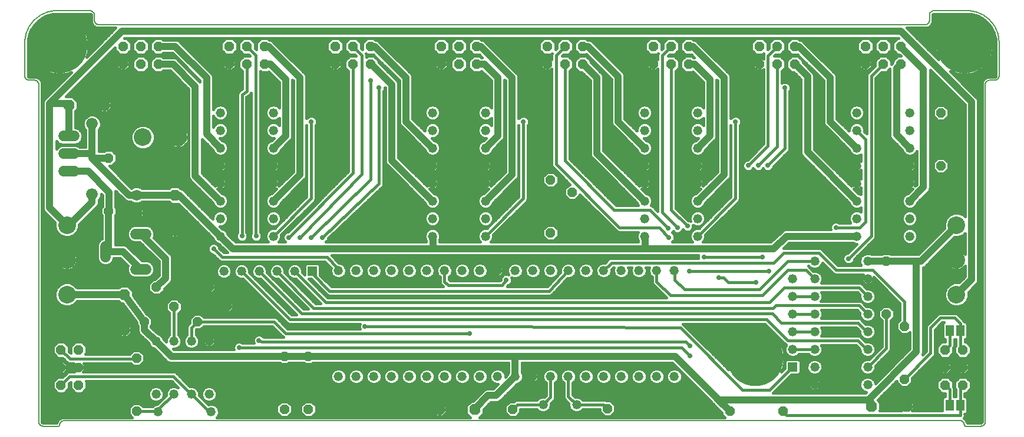
<source format=gbl>
G75*
%MOIN*%
%OFA0B0*%
%FSLAX24Y24*%
%IPPOS*%
%LPD*%
%AMOC8*
5,1,8,0,0,1.08239X$1,22.5*
%
%ADD10R,0.0520X0.0520*%
%ADD11C,0.0520*%
%ADD12OC8,0.0630*%
%ADD13OC8,0.0520*%
%ADD14OC8,0.0560*%
%ADD15R,0.0460X0.0630*%
%ADD16C,0.1000*%
%ADD17OC8,0.1000*%
%ADD18OC8,0.0620*%
%ADD19C,0.0620*%
%ADD20C,0.0660*%
%ADD21C,0.0600*%
%ADD22C,0.0050*%
%ADD23C,0.3150*%
%ADD24C,0.0160*%
%ADD25C,0.0400*%
%ADD26C,0.0290*%
%ADD27C,0.0396*%
D10*
X016763Y008956D03*
X043943Y003536D03*
D11*
X045183Y003536D03*
X045183Y004536D03*
X043943Y004536D03*
X043943Y005536D03*
X045183Y005536D03*
X045183Y006536D03*
X043943Y006536D03*
X043943Y007536D03*
X045183Y007536D03*
X045183Y008536D03*
X043943Y008536D03*
X045183Y009536D03*
X047563Y010944D03*
X047563Y011944D03*
X047563Y012944D03*
X047563Y013944D03*
X047563Y014944D03*
X047563Y015944D03*
X047563Y016944D03*
X047563Y017944D03*
X050563Y017944D03*
X050563Y016944D03*
X050563Y015944D03*
X050563Y014944D03*
X050563Y013944D03*
X050563Y012944D03*
X050563Y011944D03*
X050563Y010944D03*
X048183Y009536D03*
X048183Y008536D03*
X048183Y007536D03*
X048183Y006536D03*
X048183Y005536D03*
X048183Y004536D03*
X048183Y003536D03*
X048183Y002536D03*
X045183Y002536D03*
X037243Y002996D03*
X036243Y002996D03*
X035243Y002996D03*
X034243Y002996D03*
X033243Y002996D03*
X032243Y002996D03*
X031243Y002996D03*
X030243Y002996D03*
X029243Y002996D03*
X028243Y002996D03*
X027243Y002996D03*
X026243Y002996D03*
X025243Y002996D03*
X024243Y002996D03*
X023243Y002996D03*
X022243Y002996D03*
X021243Y002996D03*
X020243Y002996D03*
X019243Y002996D03*
X018243Y002996D03*
X010923Y001996D03*
X009923Y001996D03*
X008923Y001996D03*
X007923Y001996D03*
X008043Y000996D03*
X011043Y000996D03*
X010923Y004996D03*
X009923Y004996D03*
X008923Y004996D03*
X007923Y004996D03*
X011763Y008956D03*
X012763Y008956D03*
X013763Y008956D03*
X014763Y008956D03*
X015763Y008956D03*
X018243Y008996D03*
X019243Y008996D03*
X020243Y008996D03*
X021243Y008996D03*
X022243Y008996D03*
X023243Y008996D03*
X024243Y008996D03*
X025243Y008996D03*
X026243Y008996D03*
X027243Y008996D03*
X028243Y008996D03*
X029243Y008996D03*
X030243Y008996D03*
X031243Y008996D03*
X032243Y008996D03*
X033243Y008996D03*
X034243Y008996D03*
X035243Y008996D03*
X036243Y008996D03*
X037243Y008996D03*
X038563Y010944D03*
X038563Y011944D03*
X038563Y012944D03*
X038563Y013944D03*
X038563Y014944D03*
X038563Y015944D03*
X038563Y016944D03*
X038563Y017944D03*
X035563Y017944D03*
X035563Y016944D03*
X035563Y015944D03*
X035563Y014944D03*
X035563Y013944D03*
X035563Y012944D03*
X035563Y011944D03*
X035563Y010944D03*
X026563Y010944D03*
X026563Y011944D03*
X026563Y012944D03*
X026563Y013944D03*
X026563Y014944D03*
X026563Y015944D03*
X026563Y016944D03*
X026563Y017944D03*
X023563Y017944D03*
X023563Y016944D03*
X023563Y015944D03*
X023563Y014944D03*
X023563Y013944D03*
X023563Y012944D03*
X023563Y011944D03*
X023563Y010944D03*
X014563Y010944D03*
X014563Y011944D03*
X014563Y012944D03*
X014563Y013944D03*
X014563Y014944D03*
X014563Y015944D03*
X014563Y016944D03*
X014563Y017944D03*
X011563Y017944D03*
X011563Y016944D03*
X011563Y015944D03*
X011563Y014944D03*
X011563Y013944D03*
X011563Y012944D03*
X011563Y011944D03*
X011563Y010944D03*
X029813Y001396D03*
X031713Y001396D03*
D12*
X025963Y001116D03*
X023963Y001116D03*
X006123Y005636D03*
X006123Y007636D03*
X008983Y011276D03*
X008983Y013276D03*
X005003Y018376D03*
X003003Y018376D03*
X048403Y001306D03*
X050403Y001306D03*
D13*
X050263Y002836D03*
X043383Y001016D03*
X040383Y001016D03*
X034463Y001176D03*
X033463Y001176D03*
X028103Y001136D03*
X027103Y001136D03*
X016543Y001136D03*
X015183Y001136D03*
X015183Y004136D03*
X016543Y004136D03*
X011943Y006956D03*
X010263Y006096D03*
X008943Y006956D03*
X007263Y006096D03*
X007943Y008056D03*
X010943Y008056D03*
X006823Y004036D03*
X006823Y001036D03*
X030243Y011136D03*
X031463Y012436D03*
X031463Y013436D03*
X030243Y014136D03*
X049243Y009536D03*
X049243Y006536D03*
X050263Y005836D03*
X052323Y014936D03*
X052323Y017936D03*
X005243Y015376D03*
X005243Y012376D03*
D14*
X003543Y004506D03*
X002543Y004506D03*
X002543Y003506D03*
X003543Y003506D03*
X003543Y002506D03*
X002543Y002506D03*
X006063Y020696D03*
X007063Y020696D03*
X008063Y020696D03*
X008063Y021696D03*
X007063Y021696D03*
X006063Y021696D03*
X012063Y021696D03*
X013063Y021696D03*
X014063Y021696D03*
X014063Y020696D03*
X013063Y020696D03*
X012063Y020696D03*
X018063Y020696D03*
X019063Y020696D03*
X020063Y020696D03*
X020063Y021696D03*
X019063Y021696D03*
X018063Y021696D03*
X024063Y021696D03*
X025063Y021696D03*
X026063Y021696D03*
X026063Y020696D03*
X025063Y020696D03*
X024063Y020696D03*
X030063Y020696D03*
X031063Y020696D03*
X032063Y020696D03*
X032063Y021696D03*
X031063Y021696D03*
X030063Y021696D03*
X036063Y021696D03*
X037063Y021696D03*
X038063Y021696D03*
X038063Y020696D03*
X037063Y020696D03*
X036063Y020696D03*
X042063Y020696D03*
X043063Y020696D03*
X044063Y020696D03*
X044063Y021696D03*
X043063Y021696D03*
X042063Y021696D03*
X048063Y021696D03*
X049063Y021696D03*
X050063Y021696D03*
X050063Y020696D03*
X049063Y020696D03*
X048063Y020696D03*
X052563Y004506D03*
X053563Y004506D03*
X053563Y003506D03*
X052563Y003506D03*
X052563Y002506D03*
X053563Y002506D03*
D15*
X053413Y001356D03*
X052813Y001356D03*
X052823Y005596D03*
X053423Y005596D03*
D16*
X053207Y007637D03*
X053207Y009606D03*
X053207Y011574D03*
X007178Y016551D03*
X002883Y011574D03*
X002883Y009606D03*
X002883Y007637D03*
D17*
X009178Y016551D03*
D18*
X006823Y012276D03*
D19*
X006823Y013276D03*
D20*
X004303Y013316D03*
X004303Y017316D03*
D21*
X003283Y016616D02*
X002683Y016616D01*
X002683Y015616D02*
X003283Y015616D01*
X003283Y014616D02*
X002683Y014616D01*
X006763Y011076D02*
X007363Y011076D01*
X005063Y010376D02*
X005063Y009776D01*
X006763Y009076D02*
X007363Y009076D01*
D22*
X001287Y000430D02*
X001287Y019589D01*
X001287Y019536D02*
X001285Y019566D01*
X001280Y019596D01*
X001271Y019625D01*
X001258Y019652D01*
X001243Y019678D01*
X001224Y019702D01*
X001203Y019723D01*
X001179Y019742D01*
X001153Y019757D01*
X001126Y019770D01*
X001097Y019779D01*
X001067Y019784D01*
X001037Y019786D01*
X000750Y019786D01*
X000720Y019788D01*
X000690Y019793D01*
X000661Y019802D01*
X000634Y019815D01*
X000608Y019830D01*
X000584Y019849D01*
X000563Y019870D01*
X000544Y019894D01*
X000529Y019920D01*
X000516Y019947D01*
X000507Y019976D01*
X000502Y020006D01*
X000500Y020036D01*
X000500Y021912D01*
X000502Y021996D01*
X000508Y022079D01*
X000517Y022162D01*
X000531Y022245D01*
X000548Y022327D01*
X000569Y022408D01*
X000594Y022488D01*
X000622Y022566D01*
X000654Y022644D01*
X000690Y022719D01*
X000729Y022793D01*
X000771Y022865D01*
X000817Y022935D01*
X000866Y023003D01*
X000918Y023069D01*
X000973Y023132D01*
X001030Y023193D01*
X001091Y023250D01*
X001154Y023305D01*
X001220Y023357D01*
X001288Y023406D01*
X001358Y023452D01*
X001430Y023494D01*
X001504Y023533D01*
X001579Y023569D01*
X001657Y023601D01*
X001735Y023629D01*
X001815Y023654D01*
X001896Y023675D01*
X001978Y023692D01*
X002061Y023706D01*
X002144Y023715D01*
X002227Y023721D01*
X002311Y023723D01*
X004187Y023723D01*
X004217Y023721D01*
X004247Y023716D01*
X004276Y023707D01*
X004303Y023694D01*
X004329Y023679D01*
X004353Y023660D01*
X004374Y023639D01*
X004393Y023615D01*
X004408Y023589D01*
X004421Y023562D01*
X004430Y023533D01*
X004435Y023503D01*
X004437Y023473D01*
X004437Y023186D01*
X004439Y023156D01*
X004444Y023126D01*
X004453Y023097D01*
X004466Y023070D01*
X004481Y023044D01*
X004500Y023020D01*
X004521Y022999D01*
X004545Y022980D01*
X004571Y022965D01*
X004598Y022952D01*
X004627Y022943D01*
X004657Y022938D01*
X004687Y022936D01*
X004634Y022936D02*
X051484Y022936D01*
X051431Y022936D02*
X051461Y022938D01*
X051491Y022943D01*
X051520Y022952D01*
X051547Y022965D01*
X051573Y022980D01*
X051597Y022999D01*
X051618Y023020D01*
X051637Y023044D01*
X051652Y023070D01*
X051665Y023097D01*
X051674Y023126D01*
X051679Y023156D01*
X051681Y023186D01*
X051681Y023473D01*
X051683Y023503D01*
X051688Y023533D01*
X051697Y023562D01*
X051710Y023589D01*
X051725Y023615D01*
X051744Y023639D01*
X051765Y023660D01*
X051789Y023679D01*
X051815Y023694D01*
X051842Y023707D01*
X051871Y023716D01*
X051901Y023721D01*
X051931Y023723D01*
X053807Y023723D01*
X053891Y023721D01*
X053974Y023715D01*
X054057Y023706D01*
X054140Y023692D01*
X054222Y023675D01*
X054303Y023654D01*
X054383Y023629D01*
X054461Y023601D01*
X054539Y023569D01*
X054614Y023533D01*
X054688Y023494D01*
X054760Y023452D01*
X054830Y023406D01*
X054898Y023357D01*
X054964Y023305D01*
X055027Y023250D01*
X055088Y023193D01*
X055145Y023132D01*
X055200Y023069D01*
X055252Y023003D01*
X055301Y022935D01*
X055347Y022865D01*
X055389Y022793D01*
X055428Y022719D01*
X055464Y022644D01*
X055496Y022566D01*
X055524Y022488D01*
X055549Y022408D01*
X055570Y022327D01*
X055587Y022245D01*
X055601Y022162D01*
X055610Y022079D01*
X055616Y021996D01*
X055618Y021912D01*
X055618Y020036D01*
X055616Y020006D01*
X055611Y019976D01*
X055602Y019947D01*
X055589Y019920D01*
X055574Y019894D01*
X055555Y019870D01*
X055534Y019849D01*
X055510Y019830D01*
X055484Y019815D01*
X055457Y019802D01*
X055428Y019793D01*
X055398Y019788D01*
X055368Y019786D01*
X055081Y019786D01*
X055051Y019784D01*
X055021Y019779D01*
X054992Y019770D01*
X054965Y019757D01*
X054939Y019742D01*
X054915Y019723D01*
X054894Y019702D01*
X054875Y019678D01*
X054860Y019652D01*
X054847Y019625D01*
X054838Y019596D01*
X054833Y019566D01*
X054831Y019536D01*
X054831Y019589D02*
X054831Y000430D01*
X054829Y000400D01*
X054824Y000370D01*
X054815Y000341D01*
X054802Y000314D01*
X054787Y000288D01*
X054768Y000264D01*
X054747Y000243D01*
X054723Y000224D01*
X054697Y000209D01*
X054670Y000196D01*
X054641Y000187D01*
X054611Y000182D01*
X054581Y000180D01*
X053715Y000180D01*
X053701Y000182D01*
X053687Y000186D01*
X053674Y000194D01*
X053664Y000204D01*
X053656Y000217D01*
X053652Y000231D01*
X053650Y000245D01*
X053648Y000275D01*
X053643Y000305D01*
X053634Y000334D01*
X053621Y000361D01*
X053606Y000387D01*
X053587Y000411D01*
X053566Y000432D01*
X053542Y000451D01*
X053516Y000466D01*
X053489Y000479D01*
X053460Y000488D01*
X053430Y000493D01*
X053400Y000495D01*
X002719Y000495D01*
X002689Y000493D01*
X002659Y000488D01*
X002630Y000479D01*
X002603Y000466D01*
X002577Y000451D01*
X002553Y000432D01*
X002532Y000411D01*
X002513Y000387D01*
X002498Y000361D01*
X002485Y000334D01*
X002476Y000305D01*
X002471Y000275D01*
X002469Y000245D01*
X002467Y000231D01*
X002463Y000217D01*
X002455Y000204D01*
X002445Y000194D01*
X002432Y000186D01*
X002418Y000182D01*
X002404Y000180D01*
X001537Y000180D01*
X001507Y000182D01*
X001477Y000187D01*
X001448Y000196D01*
X001421Y000209D01*
X001395Y000224D01*
X001371Y000243D01*
X001350Y000264D01*
X001331Y000288D01*
X001316Y000314D01*
X001303Y000341D01*
X001294Y000370D01*
X001289Y000400D01*
X001287Y000430D01*
D23*
X041839Y004038D03*
X053650Y021755D03*
X002469Y021755D03*
D24*
X002549Y021703D02*
X004593Y021703D01*
X004751Y021861D02*
X004120Y021861D01*
X004123Y021835D02*
X004111Y021971D01*
X004086Y022113D01*
X004048Y022253D01*
X003999Y022389D01*
X003938Y022520D01*
X003865Y022645D01*
X003783Y022763D01*
X003690Y022874D01*
X003588Y022976D01*
X003477Y023069D01*
X003358Y023152D01*
X003233Y023224D01*
X003102Y023285D01*
X002967Y023335D01*
X002827Y023372D01*
X002685Y023397D01*
X002549Y023409D01*
X002549Y021835D01*
X004123Y021835D01*
X004123Y021675D02*
X002549Y021675D01*
X002549Y021835D01*
X002389Y021835D01*
X002389Y023409D01*
X002252Y023397D01*
X002110Y023372D01*
X001970Y023335D01*
X001835Y023285D01*
X001704Y023224D01*
X001579Y023152D01*
X001460Y023069D01*
X001349Y022976D01*
X001247Y022874D01*
X001154Y022763D01*
X001072Y022645D01*
X000999Y022520D01*
X000938Y022389D01*
X000889Y022253D01*
X000851Y022113D01*
X000826Y021971D01*
X000814Y021835D01*
X002388Y021835D01*
X002388Y021675D01*
X000814Y021675D01*
X000826Y021539D01*
X000851Y021396D01*
X000889Y021257D01*
X000938Y021121D01*
X000999Y020990D01*
X001072Y020865D01*
X001154Y020746D01*
X001247Y020636D01*
X001349Y020534D01*
X001460Y020441D01*
X001579Y020358D01*
X001704Y020286D01*
X001835Y020225D01*
X001970Y020175D01*
X002110Y020138D01*
X002252Y020113D01*
X002389Y020101D01*
X002389Y021675D01*
X002549Y021675D01*
X002549Y020101D01*
X002685Y020113D01*
X002827Y020138D01*
X002967Y020175D01*
X003102Y020225D01*
X003125Y020235D01*
X001688Y018798D01*
X001688Y018798D01*
X001581Y018691D01*
X001523Y018551D01*
X001523Y012480D01*
X001581Y012340D01*
X002206Y011716D01*
X002203Y011710D01*
X002203Y011439D01*
X002307Y011189D01*
X002498Y010998D01*
X002748Y010894D01*
X003018Y010894D01*
X003268Y010998D01*
X003459Y011189D01*
X003563Y011439D01*
X003563Y011598D01*
X004518Y012554D01*
X004625Y012660D01*
X004683Y012800D01*
X004683Y012974D01*
X004735Y013027D01*
X004813Y013214D01*
X004813Y013348D01*
X004883Y013278D01*
X004883Y012638D01*
X004803Y012558D01*
X004803Y012193D01*
X004863Y012133D01*
X004863Y010812D01*
X004791Y010783D01*
X004656Y010648D01*
X004583Y010471D01*
X004583Y009680D01*
X004656Y009504D01*
X004791Y009369D01*
X004968Y009296D01*
X005158Y009296D01*
X005335Y009369D01*
X005470Y009504D01*
X005543Y009680D01*
X005543Y009696D01*
X005906Y009696D01*
X006326Y009275D01*
X006283Y009171D01*
X006283Y008980D01*
X006356Y008804D01*
X006491Y008669D01*
X006668Y008596D01*
X007458Y008596D01*
X007635Y008669D01*
X007770Y008804D01*
X007843Y008980D01*
X007843Y009171D01*
X007770Y009348D01*
X007635Y009483D01*
X007458Y009556D01*
X007120Y009556D01*
X006278Y010398D01*
X006139Y010456D01*
X005623Y010456D01*
X005623Y012133D01*
X005683Y012193D01*
X005683Y012558D01*
X005643Y012598D01*
X005643Y013498D01*
X006188Y012954D01*
X006327Y012896D01*
X006510Y012896D01*
X006545Y012860D01*
X006726Y012786D01*
X006920Y012786D01*
X007101Y012860D01*
X007136Y012896D01*
X008663Y012896D01*
X008778Y012781D01*
X009188Y012781D01*
X009188Y012781D01*
X011130Y010839D01*
X011190Y010695D01*
X011314Y010571D01*
X011459Y010511D01*
X011949Y010020D01*
X011954Y010016D01*
X011771Y010016D01*
X011508Y010278D01*
X011508Y010300D01*
X011459Y010420D01*
X011367Y010511D01*
X011248Y010561D01*
X011118Y010561D01*
X010999Y010511D01*
X010907Y010420D01*
X010858Y010300D01*
X010858Y010171D01*
X010907Y010052D01*
X010999Y009960D01*
X011118Y009911D01*
X011140Y009911D01*
X011443Y009608D01*
X011516Y009535D01*
X011611Y009496D01*
X017475Y009496D01*
X017828Y009143D01*
X017803Y009083D01*
X017803Y008908D01*
X017870Y008747D01*
X017994Y008623D01*
X018155Y008556D01*
X018331Y008556D01*
X018492Y008623D01*
X018616Y008747D01*
X018683Y008908D01*
X018683Y009083D01*
X018616Y009245D01*
X018492Y009369D01*
X018331Y009436D01*
X018271Y009436D01*
X017851Y009856D01*
X038604Y009856D01*
X038598Y009840D01*
X038598Y009711D01*
X038604Y009696D01*
X033631Y009696D01*
X033536Y009656D01*
X033463Y009583D01*
X033315Y009436D01*
X033155Y009436D01*
X032994Y009369D01*
X032870Y009245D01*
X032803Y009083D01*
X032803Y008908D01*
X032870Y008747D01*
X032994Y008623D01*
X033155Y008556D01*
X033331Y008556D01*
X033492Y008623D01*
X033616Y008747D01*
X033683Y008908D01*
X033683Y009068D01*
X033791Y009176D01*
X033841Y009176D01*
X033803Y009083D01*
X033803Y008908D01*
X033870Y008747D01*
X033994Y008623D01*
X034155Y008556D01*
X034331Y008556D01*
X034492Y008623D01*
X034616Y008747D01*
X034683Y008908D01*
X034683Y009083D01*
X034645Y009176D01*
X034841Y009176D01*
X034803Y009083D01*
X034803Y008908D01*
X034870Y008747D01*
X034994Y008623D01*
X035155Y008556D01*
X035331Y008556D01*
X035492Y008623D01*
X035616Y008747D01*
X035683Y008908D01*
X035683Y009083D01*
X035645Y009176D01*
X035841Y009176D01*
X035803Y009083D01*
X035803Y008908D01*
X035870Y008747D01*
X035983Y008633D01*
X035983Y008324D01*
X036023Y008228D01*
X036096Y008155D01*
X036795Y007456D01*
X017631Y007456D01*
X016571Y008516D01*
X016695Y008516D01*
X017596Y007615D01*
X017691Y007576D01*
X030116Y007576D01*
X030121Y007574D01*
X030168Y007576D01*
X030215Y007576D01*
X030219Y007578D01*
X030224Y007578D01*
X030267Y007597D01*
X030310Y007615D01*
X030314Y007619D01*
X030318Y007621D01*
X030350Y007655D01*
X030383Y007688D01*
X030385Y007693D01*
X031189Y008556D01*
X031331Y008556D01*
X031492Y008623D01*
X031616Y008747D01*
X031683Y008908D01*
X031683Y009083D01*
X031616Y009245D01*
X031492Y009369D01*
X031331Y009436D01*
X031155Y009436D01*
X030994Y009369D01*
X030870Y009245D01*
X030803Y009083D01*
X030803Y008908D01*
X030804Y008906D01*
X030050Y008096D01*
X027783Y008096D01*
X027832Y008161D01*
X027927Y008200D01*
X028019Y008292D01*
X028068Y008411D01*
X028068Y008540D01*
X028042Y008603D01*
X028155Y008556D01*
X028331Y008556D01*
X028492Y008623D01*
X028616Y008747D01*
X028683Y008908D01*
X028683Y009083D01*
X028616Y009245D01*
X028492Y009369D01*
X028331Y009436D01*
X028155Y009436D01*
X027994Y009369D01*
X027870Y009245D01*
X027803Y009083D01*
X027803Y008908D01*
X027856Y008781D01*
X027808Y008801D01*
X027678Y008801D01*
X027559Y008751D01*
X027467Y008660D01*
X027418Y008540D01*
X027418Y008476D01*
X027373Y008416D01*
X024571Y008416D01*
X024503Y008483D01*
X024503Y008633D01*
X024616Y008747D01*
X024683Y008908D01*
X024683Y009083D01*
X024616Y009245D01*
X024492Y009369D01*
X024331Y009436D01*
X024155Y009436D01*
X023994Y009369D01*
X023870Y009245D01*
X023803Y009083D01*
X023803Y008908D01*
X023870Y008747D01*
X023983Y008633D01*
X023983Y008324D01*
X024023Y008228D01*
X024096Y008155D01*
X024155Y008096D01*
X017851Y008096D01*
X017203Y008743D01*
X017203Y009290D01*
X017098Y009396D01*
X016428Y009396D01*
X016323Y009290D01*
X016323Y008763D01*
X016203Y008883D01*
X016203Y009043D01*
X016136Y009205D01*
X016012Y009329D01*
X015851Y009396D01*
X015675Y009396D01*
X015514Y009329D01*
X015390Y009205D01*
X015323Y009043D01*
X015323Y008868D01*
X015390Y008707D01*
X015514Y008583D01*
X015675Y008516D01*
X015835Y008516D01*
X017215Y007136D01*
X016951Y007136D01*
X015203Y008883D01*
X015203Y009043D01*
X015136Y009205D01*
X015012Y009329D01*
X014851Y009396D01*
X014675Y009396D01*
X014514Y009329D01*
X014390Y009205D01*
X014323Y009043D01*
X014323Y008868D01*
X014390Y008707D01*
X014514Y008583D01*
X014675Y008516D01*
X014835Y008516D01*
X016535Y006816D01*
X016271Y006816D01*
X014203Y008883D01*
X014203Y009043D01*
X014136Y009205D01*
X014012Y009329D01*
X013851Y009396D01*
X013675Y009396D01*
X013514Y009329D01*
X013390Y009205D01*
X013323Y009043D01*
X013323Y008868D01*
X013390Y008707D01*
X013514Y008583D01*
X013675Y008516D01*
X013835Y008516D01*
X015855Y006496D01*
X015591Y006496D01*
X013203Y008883D01*
X013203Y009043D01*
X013136Y009205D01*
X013012Y009329D01*
X012851Y009396D01*
X012675Y009396D01*
X012514Y009329D01*
X012390Y009205D01*
X012323Y009043D01*
X012323Y008868D01*
X012390Y008707D01*
X012514Y008583D01*
X012675Y008516D01*
X012835Y008516D01*
X015263Y006088D01*
X015336Y006015D01*
X015431Y005976D01*
X019449Y005976D01*
X019418Y005900D01*
X019418Y005771D01*
X019449Y005696D01*
X015371Y005696D01*
X014750Y006316D01*
X014655Y006356D01*
X010625Y006356D01*
X010445Y006536D01*
X010081Y006536D01*
X009823Y006278D01*
X009823Y006023D01*
X009703Y005903D01*
X009663Y005807D01*
X009663Y005358D01*
X009550Y005245D01*
X009483Y005083D01*
X009483Y004908D01*
X009550Y004747D01*
X009674Y004623D01*
X009835Y004556D01*
X010011Y004556D01*
X010172Y004623D01*
X010296Y004747D01*
X010363Y004908D01*
X010363Y005083D01*
X010296Y005245D01*
X010183Y005358D01*
X010183Y005648D01*
X010191Y005656D01*
X010445Y005656D01*
X010625Y005836D01*
X014495Y005836D01*
X015043Y005288D01*
X015115Y005216D01*
X014020Y005216D01*
X014019Y005220D01*
X013927Y005311D01*
X013808Y005361D01*
X013678Y005361D01*
X013559Y005311D01*
X013467Y005220D01*
X013418Y005100D01*
X013418Y004971D01*
X013449Y004896D01*
X012823Y004896D01*
X012807Y004911D01*
X012688Y004961D01*
X012558Y004961D01*
X012439Y004911D01*
X012347Y004820D01*
X012298Y004700D01*
X012298Y004571D01*
X012321Y004516D01*
X008940Y004516D01*
X008900Y004556D01*
X009011Y004556D01*
X009172Y004623D01*
X009296Y004747D01*
X009363Y004908D01*
X009363Y005083D01*
X009296Y005245D01*
X009183Y005358D01*
X009183Y006573D01*
X009383Y006773D01*
X009383Y007138D01*
X009125Y007396D01*
X008761Y007396D01*
X008503Y007138D01*
X008503Y006773D01*
X008663Y006613D01*
X008663Y005358D01*
X008550Y005245D01*
X008483Y005083D01*
X008483Y004973D01*
X008356Y005100D01*
X008296Y005245D01*
X008172Y005369D01*
X008019Y005432D01*
X007643Y005797D01*
X007643Y005853D01*
X008663Y005853D01*
X008663Y006011D02*
X007703Y006011D01*
X007703Y005913D02*
X007703Y006278D01*
X007445Y006536D01*
X007410Y006536D01*
X006618Y007606D01*
X006618Y007841D01*
X006328Y008131D01*
X005918Y008131D01*
X005804Y008017D01*
X003462Y008017D01*
X003459Y008022D01*
X003268Y008214D01*
X003018Y008317D01*
X002748Y008317D01*
X002498Y008214D01*
X002307Y008022D01*
X002203Y007773D01*
X002203Y007502D01*
X002307Y007252D01*
X002498Y007061D01*
X002748Y006957D01*
X003018Y006957D01*
X003268Y007061D01*
X003459Y007252D01*
X003462Y007257D01*
X005801Y007257D01*
X005918Y007141D01*
X006017Y007141D01*
X006823Y006051D01*
X006823Y005913D01*
X006883Y005853D01*
X006465Y005853D01*
X006518Y005799D02*
X006287Y006031D01*
X006123Y006031D01*
X005959Y006031D01*
X005728Y005799D01*
X005728Y005636D01*
X006123Y005636D01*
X006123Y006031D01*
X006123Y005636D01*
X006123Y005636D01*
X006123Y005636D01*
X006518Y005636D01*
X006518Y005799D01*
X006518Y005694D02*
X006882Y005694D01*
X006882Y005705D02*
X006883Y005633D01*
X006883Y005560D01*
X006884Y005557D01*
X006884Y005554D01*
X006913Y005488D01*
X006941Y005420D01*
X006943Y005418D01*
X006944Y005416D01*
X006996Y005365D01*
X007048Y005314D01*
X007051Y005312D01*
X007493Y004883D01*
X007550Y004747D01*
X007674Y004623D01*
X007819Y004563D01*
X008568Y003814D01*
X008707Y003756D01*
X014941Y003756D01*
X015001Y003696D01*
X015365Y003696D01*
X015425Y003756D01*
X016301Y003756D01*
X016361Y003696D01*
X016725Y003696D01*
X016785Y003756D01*
X027863Y003756D01*
X027863Y003228D01*
X027810Y003100D01*
X027683Y002973D01*
X027683Y003083D01*
X027616Y003245D01*
X027492Y003369D01*
X027331Y003436D01*
X027155Y003436D01*
X026994Y003369D01*
X026870Y003245D01*
X026803Y003083D01*
X026803Y002908D01*
X026870Y002747D01*
X026994Y002623D01*
X027155Y002556D01*
X027266Y002556D01*
X027006Y002296D01*
X026627Y002296D01*
X026488Y002238D01*
X025861Y001611D01*
X025758Y001611D01*
X025468Y001321D01*
X025468Y000911D01*
X025699Y000680D01*
X011349Y000680D01*
X011416Y000747D01*
X011483Y000908D01*
X011483Y001083D01*
X011416Y001245D01*
X011292Y001369D01*
X011131Y001436D01*
X010955Y001436D01*
X010881Y001405D01*
X010363Y001923D01*
X010363Y002083D01*
X010296Y002245D01*
X010172Y002369D01*
X010011Y002436D01*
X009835Y002436D01*
X009832Y002434D01*
X009050Y003216D01*
X008955Y003256D01*
X003802Y003256D01*
X003903Y003357D01*
X003903Y003496D01*
X003553Y003496D01*
X003553Y003516D01*
X003903Y003516D01*
X003903Y003655D01*
X003822Y003736D01*
X006501Y003736D01*
X006641Y003596D01*
X007005Y003596D01*
X007263Y003853D01*
X007263Y004218D01*
X007005Y004476D01*
X006641Y004476D01*
X006421Y004256D01*
X003944Y004256D01*
X004003Y004315D01*
X004003Y004696D01*
X003734Y004966D01*
X003352Y004966D01*
X003083Y004696D01*
X003083Y004333D01*
X003003Y004413D01*
X003003Y004696D01*
X002734Y004966D01*
X002352Y004966D01*
X002083Y004696D01*
X002083Y004315D01*
X002352Y004046D01*
X002635Y004046D01*
X002833Y003848D01*
X002906Y003775D01*
X003001Y003736D01*
X003264Y003736D01*
X003183Y003655D01*
X003183Y003516D01*
X003533Y003516D01*
X003533Y003496D01*
X003183Y003496D01*
X003183Y003357D01*
X003284Y003256D01*
X002981Y003256D01*
X002886Y003216D01*
X002813Y003143D01*
X002635Y002966D01*
X002352Y002966D01*
X002083Y002696D01*
X002083Y002315D01*
X002352Y002046D01*
X002734Y002046D01*
X003003Y002315D01*
X003003Y002598D01*
X003083Y002678D01*
X003083Y002315D01*
X003352Y002046D01*
X003734Y002046D01*
X004003Y002315D01*
X004003Y002696D01*
X003964Y002736D01*
X008795Y002736D01*
X009155Y002376D01*
X009011Y002436D01*
X008835Y002436D01*
X008674Y002369D01*
X008550Y002245D01*
X008483Y002083D01*
X008483Y001923D01*
X007995Y001436D01*
X007955Y001436D01*
X007794Y001369D01*
X007721Y001296D01*
X007185Y001296D01*
X007005Y001476D01*
X006641Y001476D01*
X006383Y001218D01*
X006383Y000853D01*
X006557Y000680D01*
X002602Y000680D01*
X002400Y000563D01*
X002286Y000365D01*
X001537Y000365D01*
X001521Y000367D01*
X001491Y000384D01*
X001475Y000413D01*
X001472Y000430D01*
X001472Y019666D01*
X001454Y019684D01*
X001356Y019855D01*
X001356Y019855D01*
X001356Y019855D01*
X001154Y019971D01*
X000750Y019971D01*
X000733Y019974D01*
X000704Y019990D01*
X000687Y020019D01*
X000685Y020036D01*
X000685Y021912D01*
X000699Y022125D01*
X000809Y022535D01*
X001021Y022902D01*
X001321Y023202D01*
X001689Y023415D01*
X002099Y023524D01*
X002311Y023538D01*
X004187Y023538D01*
X004204Y023536D01*
X004233Y023519D01*
X004250Y023490D01*
X004252Y023473D01*
X004252Y023069D01*
X004369Y022867D01*
X004539Y022769D01*
X004557Y022751D01*
X005641Y022751D01*
X003988Y021098D01*
X003999Y021121D01*
X004048Y021257D01*
X004086Y021396D01*
X004111Y021539D01*
X004123Y021675D01*
X004111Y021544D02*
X004434Y021544D01*
X004276Y021386D02*
X004083Y021386D01*
X004117Y021227D02*
X004038Y021227D01*
X004875Y020910D02*
X005768Y020910D01*
X005703Y020845D02*
X005703Y020706D01*
X006053Y020706D01*
X006053Y021056D01*
X005914Y021056D01*
X005703Y020845D01*
X005703Y020752D02*
X004716Y020752D01*
X004558Y020593D02*
X005703Y020593D01*
X005703Y020547D02*
X005703Y020686D01*
X006053Y020686D01*
X006053Y020706D01*
X006073Y020706D01*
X006073Y021056D01*
X006212Y021056D01*
X006423Y020845D01*
X006423Y020706D01*
X006073Y020706D01*
X006073Y020686D01*
X006423Y020686D01*
X006423Y020547D01*
X006212Y020336D01*
X006073Y020336D01*
X006073Y020686D01*
X006053Y020686D01*
X006053Y020336D01*
X005914Y020336D01*
X005703Y020547D01*
X005815Y020435D02*
X004399Y020435D01*
X004241Y020276D02*
X006832Y020276D01*
X006872Y020236D02*
X007254Y020236D01*
X007523Y020505D01*
X007523Y020886D01*
X007254Y021156D01*
X006872Y021156D01*
X006603Y020886D01*
X006603Y020505D01*
X006872Y020236D01*
X006673Y020435D02*
X006311Y020435D01*
X006423Y020593D02*
X006603Y020593D01*
X006603Y020752D02*
X006423Y020752D01*
X006358Y020910D02*
X006627Y020910D01*
X006785Y021069D02*
X005033Y021069D01*
X005192Y021227D02*
X008934Y021227D01*
X008846Y021316D02*
X010403Y019758D01*
X010403Y019713D01*
X009205Y020911D01*
X009098Y021018D01*
X008959Y021076D01*
X008334Y021076D01*
X008254Y021156D01*
X007872Y021156D01*
X007603Y020886D01*
X007603Y020505D01*
X007872Y020236D01*
X008254Y020236D01*
X008334Y020316D01*
X008726Y020316D01*
X009763Y019278D01*
X009763Y014288D01*
X009821Y014149D01*
X009928Y014042D01*
X011130Y012839D01*
X011190Y012695D01*
X011314Y012571D01*
X011475Y012504D01*
X011651Y012504D01*
X011812Y012571D01*
X011936Y012695D01*
X012003Y012856D01*
X012003Y013031D01*
X011936Y013193D01*
X011812Y013317D01*
X011667Y013377D01*
X011401Y013643D01*
X011402Y013642D01*
X011464Y013617D01*
X011530Y013604D01*
X011563Y013604D01*
X011596Y013604D01*
X011662Y013617D01*
X011724Y013642D01*
X011780Y013680D01*
X011827Y013727D01*
X011864Y013783D01*
X011890Y013845D01*
X011903Y013910D01*
X011903Y013944D01*
X011903Y013977D01*
X011890Y014043D01*
X011864Y014105D01*
X011827Y014161D01*
X011780Y014208D01*
X011724Y014245D01*
X011662Y014271D01*
X011596Y014284D01*
X011563Y014284D01*
X011530Y014284D01*
X011464Y014271D01*
X011402Y014245D01*
X011346Y014208D01*
X011299Y014161D01*
X011262Y014105D01*
X011236Y014043D01*
X011223Y013977D01*
X011223Y013944D01*
X011563Y013944D01*
X011563Y014284D01*
X011563Y013944D01*
X011563Y013944D01*
X011563Y013944D01*
X011903Y013944D01*
X011563Y013944D01*
X011563Y013944D01*
X011223Y013944D01*
X011223Y013910D01*
X011236Y013845D01*
X011262Y013783D01*
X011262Y013782D01*
X010523Y014521D01*
X010523Y016446D01*
X010568Y016402D01*
X011130Y015839D01*
X011190Y015695D01*
X011314Y015571D01*
X011475Y015504D01*
X011651Y015504D01*
X011812Y015571D01*
X011936Y015695D01*
X012003Y015856D01*
X012003Y016031D01*
X011936Y016193D01*
X011812Y016317D01*
X011667Y016377D01*
X011540Y016504D01*
X011651Y016504D01*
X011812Y016571D01*
X011936Y016695D01*
X012003Y016856D01*
X012003Y017031D01*
X011936Y017193D01*
X011812Y017317D01*
X011651Y017384D01*
X011475Y017384D01*
X011314Y017317D01*
X011190Y017193D01*
X011163Y017128D01*
X011163Y017760D01*
X011190Y017695D01*
X011314Y017571D01*
X011475Y017504D01*
X011651Y017504D01*
X011812Y017571D01*
X011936Y017695D01*
X012003Y017856D01*
X012003Y018031D01*
X011936Y018193D01*
X011812Y018317D01*
X011651Y018384D01*
X011475Y018384D01*
X011314Y018317D01*
X011190Y018193D01*
X011163Y018128D01*
X011163Y019991D01*
X011105Y020131D01*
X009325Y021911D01*
X009218Y022018D01*
X009079Y022076D01*
X008334Y022076D01*
X008254Y022156D01*
X007872Y022156D01*
X007603Y021886D01*
X007603Y021505D01*
X007872Y021236D01*
X008254Y021236D01*
X008334Y021316D01*
X008846Y021316D01*
X008975Y021069D02*
X009093Y021069D01*
X009206Y020910D02*
X009251Y020910D01*
X009364Y020752D02*
X009410Y020752D01*
X009523Y020593D02*
X009568Y020593D01*
X009681Y020435D02*
X009727Y020435D01*
X009840Y020276D02*
X009885Y020276D01*
X009998Y020118D02*
X010044Y020118D01*
X010157Y019959D02*
X010202Y019959D01*
X010315Y019801D02*
X010361Y019801D01*
X011163Y019801D02*
X012803Y019801D01*
X012803Y019959D02*
X011163Y019959D01*
X011111Y020118D02*
X012803Y020118D01*
X012803Y020276D02*
X010960Y020276D01*
X010801Y020435D02*
X011815Y020435D01*
X011914Y020336D02*
X012053Y020336D01*
X012053Y020686D01*
X011703Y020686D01*
X011703Y020547D01*
X011914Y020336D01*
X012073Y020336D02*
X012212Y020336D01*
X012423Y020547D01*
X012423Y020686D01*
X012073Y020686D01*
X012073Y020706D01*
X012053Y020706D01*
X012053Y021056D01*
X011914Y021056D01*
X011703Y020845D01*
X011703Y020706D01*
X012053Y020706D01*
X012053Y020686D01*
X012073Y020686D01*
X012073Y020336D01*
X012073Y020435D02*
X012053Y020435D01*
X012053Y020593D02*
X012073Y020593D01*
X012073Y020706D02*
X012423Y020706D01*
X012423Y020845D01*
X012212Y021056D01*
X012073Y021056D01*
X012073Y020706D01*
X012073Y020752D02*
X012053Y020752D01*
X012053Y020910D02*
X012073Y020910D01*
X012358Y020910D02*
X012627Y020910D01*
X012603Y020886D02*
X012603Y020505D01*
X012803Y020305D01*
X012803Y019290D01*
X012656Y019185D01*
X012636Y019176D01*
X012614Y019155D01*
X012590Y019137D01*
X012578Y019119D01*
X012563Y019103D01*
X012551Y019075D01*
X012535Y019050D01*
X012531Y019028D01*
X012523Y019007D01*
X012523Y018977D01*
X012518Y018947D01*
X012523Y018926D01*
X012523Y011155D01*
X012507Y011140D01*
X012458Y011020D01*
X012458Y010891D01*
X012507Y010772D01*
X012599Y010680D01*
X012718Y010631D01*
X012848Y010631D01*
X012967Y010680D01*
X013059Y010772D01*
X013108Y010891D01*
X013108Y011020D01*
X013059Y011140D01*
X013043Y011155D01*
X013043Y018822D01*
X013190Y018927D01*
X013210Y018935D01*
X013232Y018957D01*
X013256Y018974D01*
X013268Y018993D01*
X013283Y019008D01*
X013303Y019008D01*
X013283Y019008D02*
X013295Y019036D01*
X013303Y019049D01*
X013303Y011129D01*
X013258Y011020D01*
X013258Y010891D01*
X013307Y010772D01*
X013399Y010680D01*
X013518Y010631D01*
X013648Y010631D01*
X013767Y010680D01*
X013859Y010772D01*
X013908Y010891D01*
X013908Y011020D01*
X013859Y011140D01*
X013823Y011175D01*
X013823Y020285D01*
X013872Y020236D01*
X014254Y020236D01*
X014290Y020272D01*
X014883Y019678D01*
X014883Y018246D01*
X014812Y018317D01*
X014651Y018384D01*
X014475Y018384D01*
X014314Y018317D01*
X014190Y018193D01*
X014123Y018031D01*
X014123Y017856D01*
X014190Y017695D01*
X014314Y017571D01*
X014475Y017504D01*
X014651Y017504D01*
X014812Y017571D01*
X014883Y017642D01*
X014883Y017246D01*
X014812Y017317D01*
X014651Y017384D01*
X014475Y017384D01*
X014314Y017317D01*
X014190Y017193D01*
X014123Y017031D01*
X014123Y016856D01*
X014190Y016695D01*
X014314Y016571D01*
X014475Y016504D01*
X014586Y016504D01*
X014459Y016377D01*
X014314Y016317D01*
X014190Y016193D01*
X014123Y016031D01*
X014123Y015856D01*
X014190Y015695D01*
X014314Y015571D01*
X014475Y015504D01*
X014651Y015504D01*
X014812Y015571D01*
X014936Y015695D01*
X014996Y015839D01*
X015478Y016322D01*
X015585Y016429D01*
X015643Y016568D01*
X015643Y019798D01*
X015683Y019758D01*
X015683Y014601D01*
X014864Y013782D01*
X014864Y013783D01*
X014890Y013845D01*
X014903Y013910D01*
X014903Y013944D01*
X014903Y013977D01*
X014890Y014043D01*
X014864Y014105D01*
X014827Y014161D01*
X014780Y014208D01*
X014724Y014245D01*
X014662Y014271D01*
X014596Y014284D01*
X014563Y014284D01*
X014530Y014284D01*
X014464Y014271D01*
X014402Y014245D01*
X014346Y014208D01*
X014299Y014161D01*
X014262Y014105D01*
X014236Y014043D01*
X014223Y013977D01*
X014223Y013944D01*
X014563Y013944D01*
X014563Y014284D01*
X014563Y013944D01*
X014563Y013944D01*
X014563Y013944D01*
X014903Y013944D01*
X014563Y013944D01*
X014563Y013944D01*
X014223Y013944D01*
X014223Y013910D01*
X014236Y013845D01*
X014262Y013783D01*
X014299Y013727D01*
X014346Y013680D01*
X014402Y013642D01*
X014464Y013617D01*
X014530Y013604D01*
X014563Y013604D01*
X014596Y013604D01*
X014662Y013617D01*
X014724Y013642D01*
X014725Y013643D01*
X014459Y013377D01*
X014314Y013317D01*
X014190Y013193D01*
X014123Y013031D01*
X014123Y012856D01*
X014190Y012695D01*
X014314Y012571D01*
X014475Y012504D01*
X014651Y012504D01*
X014812Y012571D01*
X014936Y012695D01*
X014996Y012839D01*
X016278Y014122D01*
X016385Y014229D01*
X016443Y014368D01*
X016443Y017236D01*
X016443Y013191D01*
X014635Y011384D01*
X014475Y011384D01*
X014314Y011317D01*
X014190Y011193D01*
X014123Y011031D01*
X014123Y010856D01*
X014190Y010695D01*
X014269Y010616D01*
X012428Y010616D01*
X011996Y011048D01*
X011936Y011193D01*
X011812Y011317D01*
X011667Y011377D01*
X011540Y011504D01*
X011651Y011504D01*
X011812Y011571D01*
X011936Y011695D01*
X012003Y011856D01*
X012003Y012031D01*
X011936Y012193D01*
X011812Y012317D01*
X011651Y012384D01*
X011475Y012384D01*
X011314Y012317D01*
X011190Y012193D01*
X011123Y012031D01*
X011123Y011921D01*
X009446Y013598D01*
X009307Y013656D01*
X009303Y013656D01*
X009188Y013771D01*
X008778Y013771D01*
X008663Y013656D01*
X007136Y013656D01*
X007101Y013691D01*
X006920Y013766D01*
X006726Y013766D01*
X006545Y013691D01*
X006535Y013681D01*
X005280Y014936D01*
X005425Y014936D01*
X005683Y015193D01*
X005683Y015558D01*
X005425Y015816D01*
X005061Y015816D01*
X005001Y015756D01*
X004683Y015756D01*
X004683Y016974D01*
X004735Y017027D01*
X004813Y017214D01*
X004813Y017417D01*
X004735Y017605D01*
X004592Y017748D01*
X004404Y017826D01*
X004202Y017826D01*
X004014Y017748D01*
X003871Y017605D01*
X003793Y017417D01*
X003793Y017214D01*
X003871Y017027D01*
X003923Y016974D01*
X003923Y015996D01*
X003582Y015996D01*
X003555Y016023D01*
X003378Y016096D01*
X002588Y016096D01*
X002411Y016023D01*
X002283Y015895D01*
X002283Y016337D01*
X002411Y016209D01*
X002588Y016136D01*
X003378Y016136D01*
X003555Y016209D01*
X003690Y016344D01*
X003763Y016520D01*
X003763Y016711D01*
X003690Y016888D01*
X003555Y017023D01*
X003378Y017096D01*
X003363Y017096D01*
X003363Y018036D01*
X003498Y018171D01*
X003498Y018581D01*
X003208Y018871D01*
X002835Y018871D01*
X005603Y021638D01*
X005603Y021505D01*
X005872Y021236D01*
X006254Y021236D01*
X006523Y021505D01*
X006523Y021886D01*
X006254Y022156D01*
X006120Y022156D01*
X006140Y022176D01*
X049906Y022176D01*
X049926Y022156D01*
X049872Y022156D01*
X049603Y021886D01*
X049603Y021505D01*
X049872Y021236D01*
X049966Y021236D01*
X050046Y021156D01*
X049872Y021156D01*
X049603Y020886D01*
X049603Y020793D01*
X049523Y020713D01*
X049523Y020886D01*
X049254Y021156D01*
X048872Y021156D01*
X048603Y020886D01*
X048603Y020603D01*
X048163Y020163D01*
X048123Y020067D01*
X048123Y016751D01*
X048003Y016871D01*
X048003Y017031D01*
X047936Y017193D01*
X047812Y017317D01*
X047651Y017384D01*
X047475Y017384D01*
X047314Y017317D01*
X047190Y017193D01*
X047123Y017031D01*
X047123Y016921D01*
X046443Y017601D01*
X046443Y019991D01*
X046385Y020131D01*
X044605Y021911D01*
X044498Y022018D01*
X044359Y022076D01*
X044334Y022076D01*
X044254Y022156D01*
X043872Y022156D01*
X043603Y021886D01*
X043603Y021505D01*
X043872Y021236D01*
X044206Y021236D01*
X045683Y019758D01*
X045683Y017368D01*
X045741Y017229D01*
X045848Y017122D01*
X047130Y015839D01*
X047190Y015695D01*
X047314Y015571D01*
X047475Y015504D01*
X047651Y015504D01*
X047803Y015567D01*
X047803Y015185D01*
X047780Y015208D01*
X047724Y015245D01*
X047662Y015271D01*
X047596Y015284D01*
X047563Y015284D01*
X047530Y015284D01*
X047464Y015271D01*
X047402Y015245D01*
X047346Y015208D01*
X047299Y015161D01*
X047262Y015105D01*
X047236Y015043D01*
X047223Y014977D01*
X047223Y014944D01*
X047563Y014944D01*
X047563Y015284D01*
X047563Y014944D01*
X047563Y014944D01*
X047563Y014944D01*
X047223Y014944D01*
X047223Y014910D01*
X047236Y014845D01*
X047262Y014783D01*
X047299Y014727D01*
X047346Y014680D01*
X047402Y014642D01*
X047464Y014617D01*
X047530Y014604D01*
X047563Y014604D01*
X047596Y014604D01*
X047662Y014617D01*
X047724Y014642D01*
X047780Y014680D01*
X047803Y014703D01*
X047803Y014185D01*
X047780Y014208D01*
X047724Y014245D01*
X047662Y014271D01*
X047596Y014284D01*
X047563Y014284D01*
X047530Y014284D01*
X047464Y014271D01*
X047402Y014245D01*
X047346Y014208D01*
X047299Y014161D01*
X047262Y014105D01*
X047236Y014043D01*
X047223Y013977D01*
X047223Y013944D01*
X047563Y013944D01*
X047563Y014284D01*
X047563Y013944D01*
X047563Y013944D01*
X047563Y013944D01*
X047223Y013944D01*
X047223Y013910D01*
X047236Y013845D01*
X047262Y013783D01*
X047262Y013782D01*
X045163Y015881D01*
X045163Y020071D01*
X045105Y020211D01*
X044523Y020793D01*
X044523Y020886D01*
X044254Y021156D01*
X043872Y021156D01*
X043603Y020886D01*
X043603Y020505D01*
X043872Y020236D01*
X044006Y020236D01*
X044403Y019838D01*
X044403Y015648D01*
X044461Y015509D01*
X044568Y015402D01*
X047130Y012839D01*
X047190Y012695D01*
X047314Y012571D01*
X047475Y012504D01*
X047651Y012504D01*
X047803Y012567D01*
X047803Y012321D01*
X047651Y012384D01*
X047475Y012384D01*
X047314Y012317D01*
X047190Y012193D01*
X047123Y012031D01*
X047123Y011856D01*
X047189Y011696D01*
X046583Y011696D01*
X046567Y011711D01*
X046448Y011761D01*
X046318Y011761D01*
X046199Y011711D01*
X046107Y011620D01*
X046058Y011500D01*
X046058Y011371D01*
X046081Y011316D01*
X043586Y011316D01*
X043513Y011317D01*
X043510Y011316D01*
X043507Y011316D01*
X043440Y011288D01*
X043372Y011261D01*
X043370Y011259D01*
X043368Y011258D01*
X043316Y011206D01*
X042709Y010616D01*
X038857Y010616D01*
X038936Y010695D01*
X039003Y010856D01*
X039003Y011016D01*
X040850Y012863D01*
X040923Y012937D01*
X040963Y013032D01*
X040963Y017236D01*
X040979Y017252D01*
X041028Y017371D01*
X041028Y017500D01*
X040979Y017620D01*
X040887Y017711D01*
X040768Y017761D01*
X040638Y017761D01*
X040519Y017711D01*
X040443Y017635D01*
X040443Y019991D01*
X040385Y020131D01*
X038605Y021911D01*
X038498Y022018D01*
X038359Y022076D01*
X038334Y022076D01*
X038254Y022156D01*
X037872Y022156D01*
X037603Y021886D01*
X037603Y021505D01*
X037872Y021236D01*
X038206Y021236D01*
X038366Y021076D01*
X038334Y021076D01*
X038254Y021156D01*
X037872Y021156D01*
X037603Y020886D01*
X037603Y020505D01*
X037872Y020236D01*
X038254Y020236D01*
X038290Y020272D01*
X038883Y019678D01*
X038883Y018246D01*
X038812Y018317D01*
X038651Y018384D01*
X038475Y018384D01*
X038314Y018317D01*
X038190Y018193D01*
X038123Y018031D01*
X038123Y017856D01*
X038190Y017695D01*
X038314Y017571D01*
X038475Y017504D01*
X038651Y017504D01*
X038812Y017571D01*
X038883Y017642D01*
X038883Y017246D01*
X038812Y017317D01*
X038651Y017384D01*
X038475Y017384D01*
X038314Y017317D01*
X038190Y017193D01*
X038123Y017031D01*
X038123Y016856D01*
X038190Y016695D01*
X038314Y016571D01*
X038475Y016504D01*
X038586Y016504D01*
X038459Y016377D01*
X038314Y016317D01*
X038190Y016193D01*
X038123Y016031D01*
X038123Y015856D01*
X038190Y015695D01*
X038314Y015571D01*
X038475Y015504D01*
X038651Y015504D01*
X038812Y015571D01*
X038936Y015695D01*
X038996Y015839D01*
X039478Y016322D01*
X039585Y016429D01*
X039643Y016568D01*
X039643Y019798D01*
X039683Y019758D01*
X039683Y014601D01*
X038864Y013782D01*
X038864Y013783D01*
X038890Y013845D01*
X038903Y013910D01*
X038903Y013944D01*
X038903Y013977D01*
X038890Y014043D01*
X038864Y014105D01*
X038827Y014161D01*
X038780Y014208D01*
X038724Y014245D01*
X038662Y014271D01*
X038596Y014284D01*
X038563Y014284D01*
X038530Y014284D01*
X038464Y014271D01*
X038402Y014245D01*
X038346Y014208D01*
X038299Y014161D01*
X038262Y014105D01*
X038236Y014043D01*
X038223Y013977D01*
X038223Y013944D01*
X038563Y013944D01*
X038563Y014284D01*
X038563Y013944D01*
X038563Y013944D01*
X038563Y013944D01*
X038903Y013944D01*
X038563Y013944D01*
X038563Y013944D01*
X038223Y013944D01*
X038223Y013910D01*
X038236Y013845D01*
X038262Y013783D01*
X038299Y013727D01*
X038346Y013680D01*
X038402Y013642D01*
X038464Y013617D01*
X038530Y013604D01*
X038563Y013604D01*
X038596Y013604D01*
X038662Y013617D01*
X038724Y013642D01*
X038725Y013643D01*
X038459Y013377D01*
X038314Y013317D01*
X038190Y013193D01*
X038123Y013031D01*
X038123Y012856D01*
X038190Y012695D01*
X038314Y012571D01*
X038475Y012504D01*
X038651Y012504D01*
X038812Y012571D01*
X038936Y012695D01*
X038996Y012839D01*
X040278Y014122D01*
X040385Y014229D01*
X040443Y014368D01*
X040443Y017236D01*
X040443Y013191D01*
X038635Y011384D01*
X038475Y011384D01*
X038314Y011317D01*
X038190Y011193D01*
X038123Y011031D01*
X038123Y010856D01*
X038190Y010695D01*
X038269Y010616D01*
X037143Y010616D01*
X037219Y010692D01*
X037268Y010811D01*
X037268Y010940D01*
X037219Y011060D01*
X037127Y011151D01*
X037121Y011154D01*
X037179Y011212D01*
X037181Y011218D01*
X037239Y011160D01*
X037358Y011111D01*
X037488Y011111D01*
X037607Y011160D01*
X037699Y011252D01*
X037725Y011315D01*
X037799Y011240D01*
X037918Y011191D01*
X038048Y011191D01*
X038167Y011240D01*
X038259Y011332D01*
X038308Y011451D01*
X038308Y011577D01*
X038314Y011571D01*
X038475Y011504D01*
X038651Y011504D01*
X038812Y011571D01*
X038936Y011695D01*
X039003Y011856D01*
X039003Y012031D01*
X038936Y012193D01*
X038812Y012317D01*
X038651Y012384D01*
X038475Y012384D01*
X038314Y012317D01*
X038190Y012193D01*
X038123Y012031D01*
X038123Y011856D01*
X038146Y011800D01*
X038048Y011841D01*
X038026Y011841D01*
X037323Y012543D01*
X037323Y020305D01*
X037523Y020505D01*
X037523Y020886D01*
X037254Y021156D01*
X036891Y021156D01*
X036971Y021236D01*
X037254Y021236D01*
X037523Y021505D01*
X037523Y021886D01*
X037254Y022156D01*
X036872Y022156D01*
X036603Y021886D01*
X036603Y021603D01*
X036523Y021523D01*
X036523Y021886D01*
X036254Y022156D01*
X035872Y022156D01*
X035603Y021886D01*
X035603Y021505D01*
X035872Y021236D01*
X036254Y021236D01*
X036330Y021312D01*
X036303Y021247D01*
X036303Y020965D01*
X036212Y021056D01*
X036073Y021056D01*
X036073Y020706D01*
X036053Y020706D01*
X036053Y021056D01*
X035914Y021056D01*
X035703Y020845D01*
X035703Y020706D01*
X036053Y020706D01*
X036053Y020686D01*
X035703Y020686D01*
X035703Y020547D01*
X035914Y020336D01*
X036053Y020336D01*
X036053Y020686D01*
X036073Y020686D01*
X036073Y020336D01*
X036212Y020336D01*
X036303Y020427D01*
X036303Y012363D01*
X036083Y012583D01*
X036010Y012656D01*
X035931Y012689D01*
X035936Y012695D01*
X036003Y012856D01*
X036003Y013031D01*
X035936Y013193D01*
X035812Y013317D01*
X035667Y013377D01*
X035401Y013643D01*
X035402Y013642D01*
X035464Y013617D01*
X035530Y013604D01*
X035563Y013604D01*
X035596Y013604D01*
X035662Y013617D01*
X035724Y013642D01*
X035780Y013680D01*
X035827Y013727D01*
X035864Y013783D01*
X035890Y013845D01*
X035903Y013910D01*
X035903Y013944D01*
X035903Y013977D01*
X035890Y014043D01*
X035864Y014105D01*
X035827Y014161D01*
X035780Y014208D01*
X035724Y014245D01*
X035662Y014271D01*
X035596Y014284D01*
X035563Y014284D01*
X035530Y014284D01*
X035464Y014271D01*
X035402Y014245D01*
X035346Y014208D01*
X035299Y014161D01*
X035262Y014105D01*
X035236Y014043D01*
X035223Y013977D01*
X035223Y013944D01*
X035563Y013944D01*
X035563Y014284D01*
X035563Y013944D01*
X035563Y013944D01*
X035563Y013944D01*
X035903Y013944D01*
X035563Y013944D01*
X035563Y013944D01*
X035223Y013944D01*
X035223Y013910D01*
X035236Y013845D01*
X035262Y013783D01*
X035262Y013782D01*
X033243Y015801D01*
X033243Y019991D01*
X033185Y020131D01*
X032523Y020793D01*
X032523Y020886D01*
X032254Y021156D01*
X031872Y021156D01*
X031603Y020886D01*
X031603Y020505D01*
X031872Y020236D01*
X032006Y020236D01*
X032483Y019758D01*
X032483Y015568D01*
X032541Y015429D01*
X032648Y015322D01*
X035130Y012839D01*
X035189Y012696D01*
X033951Y012696D01*
X031323Y015323D01*
X031323Y020305D01*
X031523Y020505D01*
X031523Y020886D01*
X031254Y021156D01*
X030891Y021156D01*
X030971Y021236D01*
X031254Y021236D01*
X031523Y021505D01*
X031523Y021886D01*
X031254Y022156D01*
X030872Y022156D01*
X030603Y021886D01*
X030603Y021603D01*
X030523Y021523D01*
X030523Y021886D01*
X030254Y022156D01*
X029872Y022156D01*
X029603Y021886D01*
X029603Y021505D01*
X029872Y021236D01*
X030254Y021236D01*
X030330Y021312D01*
X030303Y021247D01*
X030303Y020965D01*
X030212Y021056D01*
X030073Y021056D01*
X030073Y020706D01*
X030053Y020706D01*
X030053Y021056D01*
X029914Y021056D01*
X029703Y020845D01*
X029703Y020706D01*
X030053Y020706D01*
X030053Y020686D01*
X029703Y020686D01*
X029703Y020547D01*
X029914Y020336D01*
X030053Y020336D01*
X030053Y020686D01*
X030073Y020686D01*
X030073Y020336D01*
X030212Y020336D01*
X030303Y020427D01*
X030303Y014964D01*
X030343Y014868D01*
X030416Y014795D01*
X031335Y013876D01*
X031281Y013876D01*
X031023Y013618D01*
X031023Y013253D01*
X031281Y012996D01*
X031645Y012996D01*
X031903Y013253D01*
X031903Y013308D01*
X033996Y011215D01*
X034091Y011176D01*
X035183Y011176D01*
X035123Y011031D01*
X035123Y010856D01*
X035190Y010695D01*
X035203Y010682D01*
X035203Y010616D01*
X026857Y010616D01*
X026936Y010695D01*
X027003Y010856D01*
X027003Y011016D01*
X028850Y012863D01*
X028923Y012937D01*
X028963Y013032D01*
X028963Y017236D01*
X028979Y017252D01*
X029028Y017371D01*
X029028Y017500D01*
X028979Y017620D01*
X028887Y017711D01*
X028768Y017761D01*
X028638Y017761D01*
X028519Y017711D01*
X028443Y017635D01*
X028443Y019991D01*
X028385Y020131D01*
X028278Y020238D01*
X026605Y021911D01*
X026498Y022018D01*
X026359Y022076D01*
X026334Y022076D01*
X026254Y022156D01*
X025872Y022156D01*
X025603Y021886D01*
X025603Y021505D01*
X025872Y021236D01*
X026206Y021236D01*
X026366Y021076D01*
X026334Y021076D01*
X026254Y021156D01*
X025872Y021156D01*
X025603Y020886D01*
X025603Y020505D01*
X025872Y020236D01*
X026254Y020236D01*
X026330Y020312D01*
X026883Y019758D01*
X026883Y018246D01*
X026812Y018317D01*
X026651Y018384D01*
X026475Y018384D01*
X026314Y018317D01*
X026190Y018193D01*
X026123Y018031D01*
X026123Y017856D01*
X026190Y017695D01*
X026314Y017571D01*
X026475Y017504D01*
X026651Y017504D01*
X026812Y017571D01*
X026883Y017642D01*
X026883Y017246D01*
X026812Y017317D01*
X026651Y017384D01*
X026475Y017384D01*
X026314Y017317D01*
X026190Y017193D01*
X026123Y017031D01*
X026123Y016856D01*
X026190Y016695D01*
X026314Y016571D01*
X026475Y016504D01*
X026586Y016504D01*
X026459Y016377D01*
X026314Y016317D01*
X026190Y016193D01*
X026123Y016031D01*
X026123Y015856D01*
X026190Y015695D01*
X026314Y015571D01*
X026475Y015504D01*
X026651Y015504D01*
X026812Y015571D01*
X026936Y015695D01*
X026996Y015839D01*
X027478Y016322D01*
X027478Y016322D01*
X027585Y016429D01*
X027643Y016568D01*
X027643Y019798D01*
X027683Y019758D01*
X027683Y014601D01*
X026864Y013782D01*
X026864Y013783D01*
X026890Y013845D01*
X026903Y013910D01*
X026903Y013944D01*
X026903Y013977D01*
X026890Y014043D01*
X026864Y014105D01*
X026827Y014161D01*
X026780Y014208D01*
X026724Y014245D01*
X026662Y014271D01*
X026596Y014284D01*
X026563Y014284D01*
X026530Y014284D01*
X026464Y014271D01*
X026402Y014245D01*
X026346Y014208D01*
X026299Y014161D01*
X026262Y014105D01*
X026236Y014043D01*
X026223Y013977D01*
X026223Y013944D01*
X026563Y013944D01*
X026563Y014284D01*
X026563Y013944D01*
X026563Y013944D01*
X026563Y013944D01*
X026903Y013944D01*
X026563Y013944D01*
X026563Y013944D01*
X026223Y013944D01*
X026223Y013910D01*
X026236Y013845D01*
X026262Y013783D01*
X026299Y013727D01*
X026346Y013680D01*
X026402Y013642D01*
X026464Y013617D01*
X026530Y013604D01*
X026563Y013604D01*
X026596Y013604D01*
X026662Y013617D01*
X026724Y013642D01*
X026725Y013643D01*
X026459Y013377D01*
X026314Y013317D01*
X026190Y013193D01*
X026123Y013031D01*
X026123Y012856D01*
X026190Y012695D01*
X026314Y012571D01*
X026475Y012504D01*
X026651Y012504D01*
X026812Y012571D01*
X026936Y012695D01*
X026996Y012839D01*
X028278Y014122D01*
X028385Y014229D01*
X028443Y014368D01*
X028443Y017236D01*
X028443Y013191D01*
X026635Y011384D01*
X026475Y011384D01*
X026314Y011317D01*
X026190Y011193D01*
X026123Y011031D01*
X026123Y010856D01*
X026190Y010695D01*
X026269Y010616D01*
X023963Y010616D01*
X023963Y010760D01*
X024003Y010856D01*
X024003Y011031D01*
X023936Y011193D01*
X023812Y011317D01*
X023651Y011384D01*
X023475Y011384D01*
X023314Y011317D01*
X023190Y011193D01*
X023123Y011031D01*
X023123Y010856D01*
X023190Y010695D01*
X023203Y010682D01*
X023203Y010616D01*
X017543Y010616D01*
X017619Y010692D01*
X017668Y010811D01*
X017668Y010826D01*
X020687Y013694D01*
X020690Y013695D01*
X020724Y013730D01*
X020760Y013763D01*
X020761Y013766D01*
X020763Y013768D01*
X020782Y013813D01*
X020802Y013857D01*
X020802Y013861D01*
X020803Y013864D01*
X020803Y013912D01*
X020804Y013961D01*
X020803Y013964D01*
X020803Y019156D01*
X020819Y019172D01*
X020868Y019291D01*
X020868Y019373D01*
X020883Y019358D01*
X020883Y015168D01*
X020941Y015029D01*
X021048Y014922D01*
X023130Y012839D01*
X023190Y012695D01*
X023314Y012571D01*
X023475Y012504D01*
X023651Y012504D01*
X023812Y012571D01*
X023936Y012695D01*
X024003Y012856D01*
X024003Y013031D01*
X023936Y013193D01*
X023812Y013317D01*
X023667Y013377D01*
X023401Y013643D01*
X023402Y013642D01*
X023464Y013617D01*
X023530Y013604D01*
X023563Y013604D01*
X023596Y013604D01*
X023662Y013617D01*
X023724Y013642D01*
X023780Y013680D01*
X023827Y013727D01*
X023864Y013783D01*
X023890Y013845D01*
X023903Y013910D01*
X023903Y013944D01*
X023903Y013977D01*
X023890Y014043D01*
X023864Y014105D01*
X023827Y014161D01*
X023780Y014208D01*
X023724Y014245D01*
X023662Y014271D01*
X023596Y014284D01*
X023563Y014284D01*
X023530Y014284D01*
X023464Y014271D01*
X023402Y014245D01*
X023346Y014208D01*
X023299Y014161D01*
X023262Y014105D01*
X023236Y014043D01*
X023223Y013977D01*
X023223Y013944D01*
X023563Y013944D01*
X023563Y014284D01*
X023563Y013944D01*
X023563Y013944D01*
X023563Y013944D01*
X023903Y013944D01*
X023563Y013944D01*
X023563Y013944D01*
X023223Y013944D01*
X023223Y013910D01*
X023236Y013845D01*
X023262Y013783D01*
X023262Y013782D01*
X021643Y015401D01*
X021643Y019591D01*
X021585Y019731D01*
X020523Y020793D01*
X020523Y020886D01*
X020254Y021156D01*
X019872Y021156D01*
X019823Y021106D01*
X019823Y021247D01*
X019796Y021312D01*
X019872Y021236D01*
X020206Y021236D01*
X021683Y019758D01*
X021683Y017368D01*
X021741Y017229D01*
X021848Y017122D01*
X023130Y015839D01*
X023190Y015695D01*
X023314Y015571D01*
X023475Y015504D01*
X023651Y015504D01*
X023812Y015571D01*
X023936Y015695D01*
X024003Y015856D01*
X024003Y016031D01*
X023936Y016193D01*
X023812Y016317D01*
X023667Y016377D01*
X023540Y016504D01*
X023651Y016504D01*
X023812Y016571D01*
X023936Y016695D01*
X024003Y016856D01*
X024003Y017031D01*
X023936Y017193D01*
X023812Y017317D01*
X023651Y017384D01*
X023475Y017384D01*
X023314Y017317D01*
X023190Y017193D01*
X023123Y017031D01*
X023123Y016921D01*
X022443Y017601D01*
X022443Y019991D01*
X022385Y020131D01*
X020605Y021911D01*
X020498Y022018D01*
X020359Y022076D01*
X020334Y022076D01*
X020254Y022156D01*
X019872Y022156D01*
X019603Y021886D01*
X019603Y021523D01*
X019523Y021603D01*
X019523Y021886D01*
X019254Y022156D01*
X018872Y022156D01*
X018603Y021886D01*
X018603Y021505D01*
X018872Y021236D01*
X019155Y021236D01*
X019235Y021156D01*
X018872Y021156D01*
X018603Y020886D01*
X018603Y020505D01*
X018803Y020305D01*
X018803Y014623D01*
X015380Y011201D01*
X015358Y011201D01*
X015239Y011151D01*
X015147Y011060D01*
X015098Y010940D01*
X015098Y010811D01*
X015147Y010692D01*
X015223Y010616D01*
X014857Y010616D01*
X014936Y010695D01*
X015003Y010856D01*
X015003Y011016D01*
X016850Y012863D01*
X016923Y012937D01*
X016963Y013032D01*
X016963Y017236D01*
X016979Y017252D01*
X017028Y017371D01*
X017028Y017500D01*
X016979Y017620D01*
X016887Y017711D01*
X016768Y017761D01*
X016638Y017761D01*
X016519Y017711D01*
X016443Y017635D01*
X016443Y019991D01*
X016385Y020131D01*
X014605Y021911D01*
X014498Y022018D01*
X014359Y022076D01*
X014334Y022076D01*
X014254Y022156D01*
X013872Y022156D01*
X013603Y021886D01*
X013603Y021523D01*
X013523Y021603D01*
X013523Y021886D01*
X013254Y022156D01*
X012872Y022156D01*
X012603Y021886D01*
X012603Y021505D01*
X012872Y021236D01*
X013155Y021236D01*
X013235Y021156D01*
X012872Y021156D01*
X012603Y020886D01*
X012603Y020752D02*
X012423Y020752D01*
X012423Y020593D02*
X012603Y020593D01*
X012673Y020435D02*
X012311Y020435D01*
X013063Y020696D02*
X013063Y019156D01*
X012783Y018956D01*
X012783Y010956D01*
X013082Y011083D02*
X013284Y011083D01*
X013303Y011242D02*
X013043Y011242D01*
X013043Y011400D02*
X013303Y011400D01*
X013303Y011559D02*
X013043Y011559D01*
X013043Y011717D02*
X013303Y011717D01*
X013303Y011876D02*
X013043Y011876D01*
X013043Y012034D02*
X013303Y012034D01*
X013303Y012193D02*
X013043Y012193D01*
X013043Y012351D02*
X013303Y012351D01*
X013303Y012510D02*
X013043Y012510D01*
X013043Y012668D02*
X013303Y012668D01*
X013303Y012827D02*
X013043Y012827D01*
X013043Y012985D02*
X013303Y012985D01*
X013303Y013144D02*
X013043Y013144D01*
X013043Y013302D02*
X013303Y013302D01*
X013303Y013461D02*
X013043Y013461D01*
X013043Y013619D02*
X013303Y013619D01*
X013303Y013778D02*
X013043Y013778D01*
X013043Y013936D02*
X013303Y013936D01*
X013303Y014095D02*
X013043Y014095D01*
X013043Y014253D02*
X013303Y014253D01*
X013303Y014412D02*
X013043Y014412D01*
X013043Y014570D02*
X013303Y014570D01*
X013303Y014729D02*
X013043Y014729D01*
X013043Y014887D02*
X013303Y014887D01*
X013303Y015046D02*
X013043Y015046D01*
X013043Y015204D02*
X013303Y015204D01*
X013303Y015363D02*
X013043Y015363D01*
X013043Y015521D02*
X013303Y015521D01*
X013303Y015680D02*
X013043Y015680D01*
X013043Y015838D02*
X013303Y015838D01*
X013303Y015997D02*
X013043Y015997D01*
X013043Y016155D02*
X013303Y016155D01*
X013303Y016314D02*
X013043Y016314D01*
X013043Y016472D02*
X013303Y016472D01*
X013303Y016631D02*
X013043Y016631D01*
X013043Y016789D02*
X013303Y016789D01*
X013303Y016948D02*
X013043Y016948D01*
X013043Y017106D02*
X013303Y017106D01*
X013303Y017265D02*
X013043Y017265D01*
X013043Y017423D02*
X013303Y017423D01*
X013303Y017582D02*
X013043Y017582D01*
X013043Y017740D02*
X013303Y017740D01*
X013303Y017899D02*
X013043Y017899D01*
X013043Y018057D02*
X013303Y018057D01*
X013303Y018216D02*
X013043Y018216D01*
X013043Y018374D02*
X013303Y018374D01*
X013303Y018533D02*
X013043Y018533D01*
X013043Y018691D02*
X013303Y018691D01*
X013303Y018850D02*
X013082Y018850D01*
X012523Y018850D02*
X011163Y018850D01*
X011163Y019008D02*
X012523Y019008D01*
X012626Y019167D02*
X011163Y019167D01*
X011163Y019325D02*
X012803Y019325D01*
X012803Y019484D02*
X011163Y019484D01*
X011163Y019642D02*
X012803Y019642D01*
X013823Y019642D02*
X014883Y019642D01*
X014883Y019484D02*
X013823Y019484D01*
X013823Y019325D02*
X014883Y019325D01*
X014883Y019167D02*
X013823Y019167D01*
X013823Y019008D02*
X014883Y019008D01*
X014883Y018850D02*
X013823Y018850D01*
X013823Y018691D02*
X014883Y018691D01*
X014883Y018533D02*
X013823Y018533D01*
X013823Y018374D02*
X014453Y018374D01*
X014673Y018374D02*
X014883Y018374D01*
X014213Y018216D02*
X013823Y018216D01*
X013823Y018057D02*
X014134Y018057D01*
X014123Y017899D02*
X013823Y017899D01*
X013823Y017740D02*
X014171Y017740D01*
X014303Y017582D02*
X013823Y017582D01*
X013823Y017423D02*
X014883Y017423D01*
X014883Y017265D02*
X014864Y017265D01*
X014883Y017582D02*
X014823Y017582D01*
X014262Y017265D02*
X013823Y017265D01*
X013823Y017106D02*
X014154Y017106D01*
X014123Y016948D02*
X013823Y016948D01*
X013823Y016789D02*
X014151Y016789D01*
X014254Y016631D02*
X013823Y016631D01*
X013823Y016472D02*
X014554Y016472D01*
X014311Y016314D02*
X013823Y016314D01*
X013823Y016155D02*
X014174Y016155D01*
X014123Y015997D02*
X013823Y015997D01*
X013823Y015838D02*
X014130Y015838D01*
X014205Y015680D02*
X013823Y015680D01*
X013823Y015521D02*
X014433Y015521D01*
X014464Y015271D02*
X014402Y015245D01*
X014346Y015208D01*
X014299Y015161D01*
X014262Y015105D01*
X014236Y015043D01*
X014223Y014977D01*
X014223Y014944D01*
X014563Y014944D01*
X014563Y015284D01*
X014596Y015284D01*
X014662Y015271D01*
X014724Y015245D01*
X014780Y015208D01*
X014827Y015161D01*
X014864Y015105D01*
X014890Y015043D01*
X014903Y014977D01*
X014903Y014944D01*
X014563Y014944D01*
X014563Y014944D01*
X014563Y015284D01*
X014530Y015284D01*
X014464Y015271D01*
X014563Y015204D02*
X014563Y015204D01*
X014563Y015046D02*
X014563Y015046D01*
X014563Y014944D02*
X014563Y014944D01*
X014563Y014944D01*
X014903Y014944D01*
X014903Y014910D01*
X014890Y014845D01*
X014864Y014783D01*
X014827Y014727D01*
X014780Y014680D01*
X014724Y014642D01*
X014662Y014617D01*
X014596Y014604D01*
X014563Y014604D01*
X014563Y014944D01*
X014223Y014944D01*
X014223Y014910D01*
X014236Y014845D01*
X014262Y014783D01*
X014299Y014727D01*
X014346Y014680D01*
X014402Y014642D01*
X014464Y014617D01*
X014530Y014604D01*
X014563Y014604D01*
X014563Y014944D01*
X014563Y014944D01*
X014563Y014887D02*
X014563Y014887D01*
X014563Y014729D02*
X014563Y014729D01*
X014828Y014729D02*
X015683Y014729D01*
X015683Y014887D02*
X014898Y014887D01*
X014889Y015046D02*
X015683Y015046D01*
X015683Y015204D02*
X014783Y015204D01*
X014343Y015204D02*
X013823Y015204D01*
X013823Y015046D02*
X014237Y015046D01*
X014228Y014887D02*
X013823Y014887D01*
X013823Y014729D02*
X014298Y014729D01*
X013823Y014570D02*
X015652Y014570D01*
X015494Y014412D02*
X013823Y014412D01*
X013823Y014253D02*
X014422Y014253D01*
X014563Y014253D02*
X014563Y014253D01*
X014704Y014253D02*
X015335Y014253D01*
X015177Y014095D02*
X014868Y014095D01*
X014903Y013936D02*
X015018Y013936D01*
X014701Y013619D02*
X014668Y013619D01*
X014563Y013619D02*
X014563Y013619D01*
X014563Y013604D02*
X014563Y013944D01*
X014563Y013944D01*
X014563Y013604D01*
X014458Y013619D02*
X013823Y013619D01*
X013823Y013461D02*
X014543Y013461D01*
X014299Y013302D02*
X013823Y013302D01*
X013823Y013144D02*
X014170Y013144D01*
X014123Y012985D02*
X013823Y012985D01*
X013823Y012827D02*
X014135Y012827D01*
X014216Y012668D02*
X013823Y012668D01*
X013823Y012510D02*
X014461Y012510D01*
X014475Y012384D02*
X014314Y012317D01*
X014190Y012193D01*
X014123Y012031D01*
X014123Y011856D01*
X014190Y011695D01*
X014314Y011571D01*
X014475Y011504D01*
X014651Y011504D01*
X014812Y011571D01*
X014936Y011695D01*
X015003Y011856D01*
X015003Y012031D01*
X014936Y012193D01*
X014812Y012317D01*
X014651Y012384D01*
X014475Y012384D01*
X014397Y012351D02*
X013823Y012351D01*
X013823Y012193D02*
X014190Y012193D01*
X014124Y012034D02*
X013823Y012034D01*
X013823Y011876D02*
X014123Y011876D01*
X014181Y011717D02*
X013823Y011717D01*
X013823Y011559D02*
X014343Y011559D01*
X014239Y011242D02*
X013823Y011242D01*
X013823Y011400D02*
X014652Y011400D01*
X014783Y011559D02*
X014810Y011559D01*
X014945Y011717D02*
X014969Y011717D01*
X015003Y011876D02*
X015127Y011876D01*
X015002Y012034D02*
X015286Y012034D01*
X015444Y012193D02*
X014936Y012193D01*
X014729Y012351D02*
X015603Y012351D01*
X015761Y012510D02*
X014665Y012510D01*
X014910Y012668D02*
X015920Y012668D01*
X016078Y012827D02*
X014991Y012827D01*
X015142Y012985D02*
X016237Y012985D01*
X016395Y013144D02*
X015300Y013144D01*
X015459Y013302D02*
X016443Y013302D01*
X016443Y013461D02*
X015617Y013461D01*
X015776Y013619D02*
X016443Y013619D01*
X016443Y013778D02*
X015934Y013778D01*
X016093Y013936D02*
X016443Y013936D01*
X016443Y014095D02*
X016251Y014095D01*
X016395Y014253D02*
X016443Y014253D01*
X016443Y014412D02*
X016443Y014412D01*
X016443Y014570D02*
X016443Y014570D01*
X016443Y014729D02*
X016443Y014729D01*
X016443Y014887D02*
X016443Y014887D01*
X016443Y015046D02*
X016443Y015046D01*
X016443Y015204D02*
X016443Y015204D01*
X016443Y015363D02*
X016443Y015363D01*
X016443Y015521D02*
X016443Y015521D01*
X016443Y015680D02*
X016443Y015680D01*
X016443Y015838D02*
X016443Y015838D01*
X016443Y015997D02*
X016443Y015997D01*
X016443Y016155D02*
X016443Y016155D01*
X016443Y016314D02*
X016443Y016314D01*
X016443Y016472D02*
X016443Y016472D01*
X016443Y016631D02*
X016443Y016631D01*
X016443Y016789D02*
X016443Y016789D01*
X016443Y016948D02*
X016443Y016948D01*
X016443Y017106D02*
X016443Y017106D01*
X016443Y017236D02*
X016443Y017236D01*
X016703Y017436D02*
X016703Y013084D01*
X014563Y010944D01*
X014966Y010766D02*
X015117Y010766D01*
X015098Y010925D02*
X015003Y010925D01*
X015070Y011083D02*
X015171Y011083D01*
X015229Y011242D02*
X015421Y011242D01*
X015387Y011400D02*
X015580Y011400D01*
X015546Y011559D02*
X015738Y011559D01*
X015704Y011717D02*
X015897Y011717D01*
X015863Y011876D02*
X016055Y011876D01*
X016021Y012034D02*
X016214Y012034D01*
X016180Y012193D02*
X016372Y012193D01*
X016338Y012351D02*
X016531Y012351D01*
X016497Y012510D02*
X016689Y012510D01*
X016655Y012668D02*
X016848Y012668D01*
X016814Y012827D02*
X017006Y012827D01*
X016944Y012985D02*
X017165Y012985D01*
X017323Y013144D02*
X016963Y013144D01*
X016963Y013302D02*
X017482Y013302D01*
X017640Y013461D02*
X016963Y013461D01*
X016963Y013619D02*
X017799Y013619D01*
X017957Y013778D02*
X016963Y013778D01*
X016963Y013936D02*
X018116Y013936D01*
X018274Y014095D02*
X016963Y014095D01*
X016963Y014253D02*
X018433Y014253D01*
X018591Y014412D02*
X016963Y014412D01*
X016963Y014570D02*
X018750Y014570D01*
X018803Y014729D02*
X016963Y014729D01*
X016963Y014887D02*
X018803Y014887D01*
X018803Y015046D02*
X016963Y015046D01*
X016963Y015204D02*
X018803Y015204D01*
X018803Y015363D02*
X016963Y015363D01*
X016963Y015521D02*
X018803Y015521D01*
X018803Y015680D02*
X016963Y015680D01*
X016963Y015838D02*
X018803Y015838D01*
X018803Y015997D02*
X016963Y015997D01*
X016963Y016155D02*
X018803Y016155D01*
X018803Y016314D02*
X016963Y016314D01*
X016963Y016472D02*
X018803Y016472D01*
X018803Y016631D02*
X016963Y016631D01*
X016963Y016789D02*
X018803Y016789D01*
X018803Y016948D02*
X016963Y016948D01*
X016963Y017106D02*
X018803Y017106D01*
X018803Y017265D02*
X016984Y017265D01*
X017028Y017423D02*
X018803Y017423D01*
X018803Y017582D02*
X016994Y017582D01*
X016817Y017740D02*
X018803Y017740D01*
X018803Y017899D02*
X016443Y017899D01*
X016443Y018057D02*
X018803Y018057D01*
X018803Y018216D02*
X016443Y018216D01*
X016443Y018374D02*
X018803Y018374D01*
X018803Y018533D02*
X016443Y018533D01*
X016443Y018691D02*
X018803Y018691D01*
X018803Y018850D02*
X016443Y018850D01*
X016443Y019008D02*
X018803Y019008D01*
X018803Y019167D02*
X016443Y019167D01*
X016443Y019325D02*
X018803Y019325D01*
X018803Y019484D02*
X016443Y019484D01*
X016443Y019642D02*
X018803Y019642D01*
X018803Y019801D02*
X016443Y019801D01*
X016443Y019959D02*
X018803Y019959D01*
X018803Y020118D02*
X016391Y020118D01*
X016240Y020276D02*
X018803Y020276D01*
X018673Y020435D02*
X018311Y020435D01*
X018212Y020336D02*
X018423Y020547D01*
X018423Y020686D01*
X018073Y020686D01*
X018073Y020706D01*
X018053Y020706D01*
X018053Y021056D01*
X017914Y021056D01*
X017703Y020845D01*
X017703Y020706D01*
X018053Y020706D01*
X018053Y020686D01*
X017703Y020686D01*
X017703Y020547D01*
X017914Y020336D01*
X018053Y020336D01*
X018053Y020686D01*
X018073Y020686D01*
X018073Y020336D01*
X018212Y020336D01*
X018073Y020435D02*
X018053Y020435D01*
X018053Y020593D02*
X018073Y020593D01*
X018073Y020706D02*
X018423Y020706D01*
X018423Y020845D01*
X018212Y021056D01*
X018073Y021056D01*
X018073Y020706D01*
X018073Y020752D02*
X018053Y020752D01*
X018053Y020910D02*
X018073Y020910D01*
X018358Y020910D02*
X018627Y020910D01*
X018603Y020752D02*
X018423Y020752D01*
X018423Y020593D02*
X018603Y020593D01*
X019063Y020696D02*
X019063Y014516D01*
X015423Y010876D01*
X016063Y010876D02*
X019563Y014456D01*
X019563Y021196D01*
X019063Y021696D01*
X019389Y022020D02*
X019736Y022020D01*
X019603Y021861D02*
X019523Y021861D01*
X019523Y021703D02*
X019603Y021703D01*
X019603Y021544D02*
X019582Y021544D01*
X019823Y021227D02*
X020214Y021227D01*
X020340Y021069D02*
X020373Y021069D01*
X020499Y020910D02*
X020531Y020910D01*
X020564Y020752D02*
X020690Y020752D01*
X020723Y020593D02*
X020848Y020593D01*
X020881Y020435D02*
X021007Y020435D01*
X021040Y020276D02*
X021165Y020276D01*
X021198Y020118D02*
X021324Y020118D01*
X021357Y019959D02*
X021482Y019959D01*
X021515Y019801D02*
X021641Y019801D01*
X021622Y019642D02*
X021683Y019642D01*
X021683Y019484D02*
X021643Y019484D01*
X021643Y019325D02*
X021683Y019325D01*
X021683Y019167D02*
X021643Y019167D01*
X021643Y019008D02*
X021683Y019008D01*
X021683Y018850D02*
X021643Y018850D01*
X021643Y018691D02*
X021683Y018691D01*
X021683Y018533D02*
X021643Y018533D01*
X021643Y018374D02*
X021683Y018374D01*
X021683Y018216D02*
X021643Y018216D01*
X021643Y018057D02*
X021683Y018057D01*
X021683Y017899D02*
X021643Y017899D01*
X021643Y017740D02*
X021683Y017740D01*
X021683Y017582D02*
X021643Y017582D01*
X021643Y017423D02*
X021683Y017423D01*
X021643Y017265D02*
X021726Y017265D01*
X021643Y017106D02*
X021863Y017106D01*
X022022Y016948D02*
X021643Y016948D01*
X021643Y016789D02*
X022180Y016789D01*
X022339Y016631D02*
X021643Y016631D01*
X021643Y016472D02*
X022497Y016472D01*
X022656Y016314D02*
X021643Y016314D01*
X021643Y016155D02*
X022814Y016155D01*
X022973Y015997D02*
X021643Y015997D01*
X021643Y015838D02*
X023130Y015838D01*
X023205Y015680D02*
X021643Y015680D01*
X021643Y015521D02*
X023433Y015521D01*
X023464Y015271D02*
X023402Y015245D01*
X023346Y015208D01*
X023299Y015161D01*
X023262Y015105D01*
X023236Y015043D01*
X023223Y014977D01*
X023223Y014944D01*
X023563Y014944D01*
X023563Y015284D01*
X023596Y015284D01*
X023662Y015271D01*
X023724Y015245D01*
X023780Y015208D01*
X023827Y015161D01*
X023864Y015105D01*
X023890Y015043D01*
X023903Y014977D01*
X023903Y014944D01*
X023563Y014944D01*
X023563Y014944D01*
X023563Y015284D01*
X023530Y015284D01*
X023464Y015271D01*
X023563Y015204D02*
X023563Y015204D01*
X023563Y015046D02*
X023563Y015046D01*
X023563Y014944D02*
X023563Y014944D01*
X023563Y014944D01*
X023903Y014944D01*
X023903Y014910D01*
X023890Y014845D01*
X023864Y014783D01*
X023827Y014727D01*
X023780Y014680D01*
X023724Y014642D01*
X023662Y014617D01*
X023596Y014604D01*
X023563Y014604D01*
X023563Y014944D01*
X023223Y014944D01*
X023223Y014910D01*
X023236Y014845D01*
X023262Y014783D01*
X023299Y014727D01*
X023346Y014680D01*
X023402Y014642D01*
X023464Y014617D01*
X023530Y014604D01*
X023563Y014604D01*
X023563Y014944D01*
X023563Y014944D01*
X023563Y014887D02*
X023563Y014887D01*
X023563Y014729D02*
X023563Y014729D01*
X023828Y014729D02*
X026298Y014729D01*
X026299Y014727D02*
X026346Y014680D01*
X026402Y014642D01*
X026464Y014617D01*
X026530Y014604D01*
X026563Y014604D01*
X026596Y014604D01*
X026662Y014617D01*
X026724Y014642D01*
X026780Y014680D01*
X026827Y014727D01*
X026864Y014783D01*
X026890Y014845D01*
X026903Y014910D01*
X026903Y014944D01*
X026903Y014977D01*
X026890Y015043D01*
X026864Y015105D01*
X026827Y015161D01*
X026780Y015208D01*
X026724Y015245D01*
X026662Y015271D01*
X026596Y015284D01*
X026563Y015284D01*
X026530Y015284D01*
X026464Y015271D01*
X026402Y015245D01*
X026346Y015208D01*
X026299Y015161D01*
X026262Y015105D01*
X026236Y015043D01*
X026223Y014977D01*
X026223Y014944D01*
X026563Y014944D01*
X026563Y015284D01*
X026563Y014944D01*
X026563Y014944D01*
X026903Y014944D01*
X026563Y014944D01*
X026563Y014944D01*
X026563Y014944D01*
X026223Y014944D01*
X026223Y014910D01*
X026236Y014845D01*
X026262Y014783D01*
X026299Y014727D01*
X026228Y014887D02*
X023898Y014887D01*
X023889Y015046D02*
X026237Y015046D01*
X026343Y015204D02*
X023783Y015204D01*
X023343Y015204D02*
X021840Y015204D01*
X021998Y015046D02*
X023237Y015046D01*
X023228Y014887D02*
X022157Y014887D01*
X022315Y014729D02*
X023298Y014729D01*
X022632Y014412D02*
X027494Y014412D01*
X027652Y014570D02*
X022474Y014570D01*
X022791Y014253D02*
X023422Y014253D01*
X023563Y014253D02*
X023563Y014253D01*
X023704Y014253D02*
X026422Y014253D01*
X026563Y014253D02*
X026563Y014253D01*
X026704Y014253D02*
X027335Y014253D01*
X027177Y014095D02*
X026868Y014095D01*
X026903Y013936D02*
X027018Y013936D01*
X026701Y013619D02*
X026668Y013619D01*
X026563Y013619D02*
X026563Y013619D01*
X026563Y013604D02*
X026563Y013944D01*
X026563Y013944D01*
X026563Y013604D01*
X026458Y013619D02*
X023668Y013619D01*
X023563Y013619D02*
X023563Y013619D01*
X023563Y013604D02*
X023563Y013944D01*
X023563Y013944D01*
X023563Y013604D01*
X023458Y013619D02*
X023425Y013619D01*
X023563Y013778D02*
X023563Y013778D01*
X023563Y013936D02*
X023563Y013936D01*
X023563Y014095D02*
X023563Y014095D01*
X023868Y014095D02*
X026258Y014095D01*
X026223Y013936D02*
X023903Y013936D01*
X023861Y013778D02*
X026265Y013778D01*
X026563Y013778D02*
X026563Y013778D01*
X026563Y013936D02*
X026563Y013936D01*
X026563Y014095D02*
X026563Y014095D01*
X026563Y014604D02*
X026563Y014944D01*
X026563Y014604D01*
X026563Y014729D02*
X026563Y014729D01*
X026563Y014887D02*
X026563Y014887D01*
X026563Y014944D02*
X026563Y014944D01*
X026563Y015046D02*
X026563Y015046D01*
X026563Y015204D02*
X026563Y015204D01*
X026783Y015204D02*
X027683Y015204D01*
X027683Y015046D02*
X026889Y015046D01*
X026898Y014887D02*
X027683Y014887D01*
X027683Y014729D02*
X026828Y014729D01*
X027683Y015363D02*
X021681Y015363D01*
X020883Y015363D02*
X020803Y015363D01*
X020803Y015521D02*
X020883Y015521D01*
X020883Y015680D02*
X020803Y015680D01*
X020803Y015838D02*
X020883Y015838D01*
X020883Y015997D02*
X020803Y015997D01*
X020803Y016155D02*
X020883Y016155D01*
X020883Y016314D02*
X020803Y016314D01*
X020803Y016472D02*
X020883Y016472D01*
X020883Y016631D02*
X020803Y016631D01*
X020803Y016789D02*
X020883Y016789D01*
X020883Y016948D02*
X020803Y016948D01*
X020803Y017106D02*
X020883Y017106D01*
X020883Y017265D02*
X020803Y017265D01*
X020803Y017423D02*
X020883Y017423D01*
X020883Y017582D02*
X020803Y017582D01*
X020803Y017740D02*
X020883Y017740D01*
X020883Y017899D02*
X020803Y017899D01*
X020803Y018057D02*
X020883Y018057D01*
X020883Y018216D02*
X020803Y018216D01*
X020803Y018374D02*
X020883Y018374D01*
X020883Y018533D02*
X020803Y018533D01*
X020803Y018691D02*
X020883Y018691D01*
X020883Y018850D02*
X020803Y018850D01*
X020803Y019008D02*
X020883Y019008D01*
X020883Y019167D02*
X020814Y019167D01*
X020868Y019325D02*
X020883Y019325D01*
X020543Y019356D02*
X020543Y013916D01*
X017343Y010876D01*
X017649Y010766D02*
X023160Y010766D01*
X023123Y010925D02*
X017772Y010925D01*
X017939Y011083D02*
X023145Y011083D01*
X023239Y011242D02*
X018106Y011242D01*
X018273Y011400D02*
X026652Y011400D01*
X026651Y011504D02*
X026812Y011571D01*
X026936Y011695D01*
X027003Y011856D01*
X027003Y012031D01*
X026936Y012193D01*
X026812Y012317D01*
X026651Y012384D01*
X026475Y012384D01*
X026314Y012317D01*
X026190Y012193D01*
X026123Y012031D01*
X026123Y011856D01*
X026190Y011695D01*
X026314Y011571D01*
X026475Y011504D01*
X026651Y011504D01*
X026783Y011559D02*
X026810Y011559D01*
X026945Y011717D02*
X026969Y011717D01*
X027003Y011876D02*
X027127Y011876D01*
X027002Y012034D02*
X027286Y012034D01*
X027444Y012193D02*
X026936Y012193D01*
X026729Y012351D02*
X027603Y012351D01*
X027761Y012510D02*
X026665Y012510D01*
X026461Y012510D02*
X023665Y012510D01*
X023651Y012384D02*
X023475Y012384D01*
X023314Y012317D01*
X023190Y012193D01*
X023123Y012031D01*
X023123Y011856D01*
X023190Y011695D01*
X023314Y011571D01*
X023475Y011504D01*
X023651Y011504D01*
X023812Y011571D01*
X023936Y011695D01*
X024003Y011856D01*
X024003Y012031D01*
X023936Y012193D01*
X023812Y012317D01*
X023651Y012384D01*
X023729Y012351D02*
X026397Y012351D01*
X026190Y012193D02*
X023936Y012193D01*
X024002Y012034D02*
X026124Y012034D01*
X026123Y011876D02*
X024003Y011876D01*
X023945Y011717D02*
X026181Y011717D01*
X026343Y011559D02*
X023783Y011559D01*
X023887Y011242D02*
X026239Y011242D01*
X026145Y011083D02*
X023981Y011083D01*
X024003Y010925D02*
X026123Y010925D01*
X026160Y010766D02*
X023966Y010766D01*
X023343Y011559D02*
X018439Y011559D01*
X018606Y011717D02*
X023181Y011717D01*
X023123Y011876D02*
X018773Y011876D01*
X018940Y012034D02*
X023124Y012034D01*
X023190Y012193D02*
X019107Y012193D01*
X019274Y012351D02*
X023397Y012351D01*
X023461Y012510D02*
X019441Y012510D01*
X019607Y012668D02*
X023216Y012668D01*
X023135Y012827D02*
X019774Y012827D01*
X019941Y012985D02*
X022984Y012985D01*
X022826Y013144D02*
X020108Y013144D01*
X020275Y013302D02*
X022667Y013302D01*
X022509Y013461D02*
X020442Y013461D01*
X020608Y013619D02*
X022350Y013619D01*
X022192Y013778D02*
X020767Y013778D01*
X020804Y013936D02*
X022033Y013936D01*
X021875Y014095D02*
X020803Y014095D01*
X020803Y014253D02*
X021716Y014253D01*
X021558Y014412D02*
X020803Y014412D01*
X020803Y014570D02*
X021399Y014570D01*
X021241Y014729D02*
X020803Y014729D01*
X020803Y014887D02*
X021082Y014887D01*
X020934Y015046D02*
X020803Y015046D01*
X020803Y015204D02*
X020883Y015204D01*
X020063Y014156D02*
X020063Y019756D01*
X021764Y020752D02*
X023703Y020752D01*
X023703Y020706D02*
X024053Y020706D01*
X024053Y021056D01*
X023914Y021056D01*
X023703Y020845D01*
X023703Y020706D01*
X023703Y020686D02*
X023703Y020547D01*
X023914Y020336D01*
X024053Y020336D01*
X024053Y020686D01*
X023703Y020686D01*
X023703Y020593D02*
X021923Y020593D01*
X022081Y020435D02*
X023815Y020435D01*
X024053Y020435D02*
X024073Y020435D01*
X024073Y020336D02*
X024212Y020336D01*
X024423Y020547D01*
X024423Y020686D01*
X024073Y020686D01*
X024073Y020706D01*
X024053Y020706D01*
X024053Y020686D01*
X024073Y020686D01*
X024073Y020336D01*
X024311Y020435D02*
X024673Y020435D01*
X024603Y020505D02*
X024872Y020236D01*
X025254Y020236D01*
X025523Y020505D01*
X025523Y020886D01*
X025254Y021156D01*
X024872Y021156D01*
X024603Y020886D01*
X024603Y020505D01*
X024603Y020593D02*
X024423Y020593D01*
X024423Y020706D02*
X024423Y020845D01*
X024212Y021056D01*
X024073Y021056D01*
X024073Y020706D01*
X024423Y020706D01*
X024423Y020752D02*
X024603Y020752D01*
X024627Y020910D02*
X024358Y020910D01*
X024073Y020910D02*
X024053Y020910D01*
X024053Y020752D02*
X024073Y020752D01*
X024073Y020593D02*
X024053Y020593D01*
X023768Y020910D02*
X021606Y020910D01*
X021447Y021069D02*
X024785Y021069D01*
X024872Y021236D02*
X025254Y021236D01*
X025523Y021505D01*
X025523Y021886D01*
X025254Y022156D01*
X024872Y022156D01*
X024603Y021886D01*
X024603Y021505D01*
X024872Y021236D01*
X024722Y021386D02*
X024404Y021386D01*
X024523Y021505D02*
X024254Y021236D01*
X023872Y021236D01*
X023603Y021505D01*
X023603Y021886D01*
X023872Y022156D01*
X024254Y022156D01*
X024523Y021886D01*
X024523Y021505D01*
X024523Y021544D02*
X024603Y021544D01*
X024603Y021703D02*
X024523Y021703D01*
X024523Y021861D02*
X024603Y021861D01*
X024736Y022020D02*
X024389Y022020D01*
X023736Y022020D02*
X020494Y022020D01*
X020655Y021861D02*
X023603Y021861D01*
X023603Y021703D02*
X020813Y021703D01*
X020972Y021544D02*
X023603Y021544D01*
X023722Y021386D02*
X021130Y021386D01*
X021289Y021227D02*
X026214Y021227D01*
X025785Y021069D02*
X025340Y021069D01*
X025499Y020910D02*
X025627Y020910D01*
X025603Y020752D02*
X025523Y020752D01*
X025523Y020593D02*
X025603Y020593D01*
X025673Y020435D02*
X025453Y020435D01*
X025294Y020276D02*
X025832Y020276D01*
X026294Y020276D02*
X026365Y020276D01*
X026524Y020118D02*
X022391Y020118D01*
X022443Y019959D02*
X026682Y019959D01*
X026841Y019801D02*
X022443Y019801D01*
X022443Y019642D02*
X026883Y019642D01*
X026883Y019484D02*
X022443Y019484D01*
X022443Y019325D02*
X026883Y019325D01*
X026883Y019167D02*
X022443Y019167D01*
X022443Y019008D02*
X026883Y019008D01*
X026883Y018850D02*
X022443Y018850D01*
X022443Y018691D02*
X026883Y018691D01*
X026883Y018533D02*
X022443Y018533D01*
X022443Y018374D02*
X023453Y018374D01*
X023475Y018384D02*
X023314Y018317D01*
X023190Y018193D01*
X023123Y018031D01*
X023123Y017856D01*
X023190Y017695D01*
X023314Y017571D01*
X023475Y017504D01*
X023651Y017504D01*
X023812Y017571D01*
X023936Y017695D01*
X024003Y017856D01*
X024003Y018031D01*
X023936Y018193D01*
X023812Y018317D01*
X023651Y018384D01*
X023475Y018384D01*
X023673Y018374D02*
X026453Y018374D01*
X026673Y018374D02*
X026883Y018374D01*
X027643Y018374D02*
X027683Y018374D01*
X027683Y018216D02*
X027643Y018216D01*
X027643Y018057D02*
X027683Y018057D01*
X027683Y017899D02*
X027643Y017899D01*
X027643Y017740D02*
X027683Y017740D01*
X027683Y017582D02*
X027643Y017582D01*
X027643Y017423D02*
X027683Y017423D01*
X027683Y017265D02*
X027643Y017265D01*
X027643Y017106D02*
X027683Y017106D01*
X027683Y016948D02*
X027643Y016948D01*
X027643Y016789D02*
X027683Y016789D01*
X027683Y016631D02*
X027643Y016631D01*
X027603Y016472D02*
X027683Y016472D01*
X027683Y016314D02*
X027470Y016314D01*
X027312Y016155D02*
X027683Y016155D01*
X027683Y015997D02*
X027153Y015997D01*
X026996Y015838D02*
X027683Y015838D01*
X027683Y015680D02*
X026921Y015680D01*
X026693Y015521D02*
X027683Y015521D01*
X028443Y015521D02*
X028443Y015521D01*
X028443Y015363D02*
X028443Y015363D01*
X028443Y015204D02*
X028443Y015204D01*
X028443Y015046D02*
X028443Y015046D01*
X028443Y014887D02*
X028443Y014887D01*
X028443Y014729D02*
X028443Y014729D01*
X028443Y014570D02*
X028443Y014570D01*
X028443Y014412D02*
X028443Y014412D01*
X028443Y014253D02*
X028395Y014253D01*
X028443Y014095D02*
X028251Y014095D01*
X028093Y013936D02*
X028443Y013936D01*
X028443Y013778D02*
X027934Y013778D01*
X027776Y013619D02*
X028443Y013619D01*
X028443Y013461D02*
X027617Y013461D01*
X027459Y013302D02*
X028443Y013302D01*
X028395Y013144D02*
X027300Y013144D01*
X027142Y012985D02*
X028237Y012985D01*
X028078Y012827D02*
X026991Y012827D01*
X026910Y012668D02*
X027920Y012668D01*
X028497Y012510D02*
X031123Y012510D01*
X031123Y012577D02*
X031123Y012436D01*
X031463Y012436D01*
X031463Y012776D01*
X031322Y012776D01*
X031123Y012577D01*
X031215Y012668D02*
X028655Y012668D01*
X028814Y012827D02*
X032384Y012827D01*
X032226Y012985D02*
X028944Y012985D01*
X028963Y013144D02*
X031133Y013144D01*
X031023Y013302D02*
X028963Y013302D01*
X028963Y013461D02*
X031023Y013461D01*
X031024Y013619D02*
X028963Y013619D01*
X028963Y013778D02*
X029979Y013778D01*
X030061Y013696D02*
X030425Y013696D01*
X030683Y013953D01*
X030683Y014318D01*
X030425Y014576D01*
X030061Y014576D01*
X029803Y014318D01*
X029803Y013953D01*
X030061Y013696D01*
X029820Y013936D02*
X028963Y013936D01*
X028963Y014095D02*
X029803Y014095D01*
X029803Y014253D02*
X028963Y014253D01*
X028963Y014412D02*
X029897Y014412D01*
X030055Y014570D02*
X028963Y014570D01*
X028963Y014729D02*
X030482Y014729D01*
X030431Y014570D02*
X030641Y014570D01*
X030589Y014412D02*
X030799Y014412D01*
X030683Y014253D02*
X030958Y014253D01*
X031116Y014095D02*
X030683Y014095D01*
X030666Y013936D02*
X031275Y013936D01*
X031183Y013778D02*
X030507Y013778D01*
X031793Y013144D02*
X032067Y013144D01*
X031909Y013302D02*
X031903Y013302D01*
X031604Y012776D02*
X031463Y012776D01*
X031463Y012436D01*
X031463Y012436D01*
X031463Y012436D01*
X031803Y012436D01*
X031803Y012577D01*
X031604Y012776D01*
X031711Y012668D02*
X032543Y012668D01*
X032701Y012510D02*
X031803Y012510D01*
X031803Y012436D02*
X031463Y012436D01*
X031463Y012436D01*
X031123Y012436D01*
X031123Y012295D01*
X031322Y012096D01*
X031463Y012096D01*
X031604Y012096D01*
X031803Y012295D01*
X031803Y012436D01*
X031803Y012351D02*
X032860Y012351D01*
X033018Y012193D02*
X031701Y012193D01*
X031463Y012193D02*
X031463Y012193D01*
X031463Y012096D02*
X031463Y012436D01*
X031463Y012436D01*
X031463Y012096D01*
X031463Y012351D02*
X031463Y012351D01*
X031463Y012510D02*
X031463Y012510D01*
X031463Y012668D02*
X031463Y012668D01*
X031123Y012351D02*
X028338Y012351D01*
X028180Y012193D02*
X031225Y012193D01*
X030442Y011559D02*
X033652Y011559D01*
X033494Y011717D02*
X027704Y011717D01*
X027546Y011559D02*
X030044Y011559D01*
X030061Y011576D02*
X029803Y011318D01*
X029803Y010953D01*
X030061Y010696D01*
X030425Y010696D01*
X030683Y010953D01*
X030683Y011318D01*
X030425Y011576D01*
X030061Y011576D01*
X029885Y011400D02*
X027387Y011400D01*
X027229Y011242D02*
X029803Y011242D01*
X029803Y011083D02*
X027070Y011083D01*
X027003Y010925D02*
X029832Y010925D01*
X029990Y010766D02*
X026966Y010766D01*
X026563Y010944D02*
X028703Y013084D01*
X028703Y017436D01*
X029028Y017423D02*
X030303Y017423D01*
X030303Y017265D02*
X028984Y017265D01*
X028963Y017106D02*
X030303Y017106D01*
X030303Y016948D02*
X028963Y016948D01*
X028963Y016789D02*
X030303Y016789D01*
X030303Y016631D02*
X028963Y016631D01*
X028963Y016472D02*
X030303Y016472D01*
X030303Y016314D02*
X028963Y016314D01*
X028963Y016155D02*
X030303Y016155D01*
X030303Y015997D02*
X028963Y015997D01*
X028963Y015838D02*
X030303Y015838D01*
X030303Y015680D02*
X028963Y015680D01*
X028963Y015521D02*
X030303Y015521D01*
X030303Y015363D02*
X028963Y015363D01*
X028963Y015204D02*
X030303Y015204D01*
X030303Y015046D02*
X028963Y015046D01*
X028963Y014887D02*
X030335Y014887D01*
X030563Y015016D02*
X030563Y021196D01*
X031063Y021696D01*
X031389Y022020D02*
X031736Y022020D01*
X031603Y021886D02*
X031603Y021505D01*
X031872Y021236D01*
X032254Y021236D01*
X032270Y021252D01*
X033683Y019838D01*
X033683Y017368D01*
X033741Y017229D01*
X033848Y017122D01*
X035130Y015839D01*
X035190Y015695D01*
X035314Y015571D01*
X035475Y015504D01*
X035651Y015504D01*
X035812Y015571D01*
X035936Y015695D01*
X036003Y015856D01*
X036003Y016031D01*
X035936Y016193D01*
X035812Y016317D01*
X035667Y016377D01*
X035540Y016504D01*
X035651Y016504D01*
X035812Y016571D01*
X035936Y016695D01*
X036003Y016856D01*
X036003Y017031D01*
X035936Y017193D01*
X035812Y017317D01*
X035651Y017384D01*
X035475Y017384D01*
X035314Y017317D01*
X035190Y017193D01*
X035123Y017031D01*
X035123Y016921D01*
X034443Y017601D01*
X034443Y020071D01*
X034385Y020211D01*
X032685Y021911D01*
X032578Y022018D01*
X032439Y022076D01*
X032334Y022076D01*
X032254Y022156D01*
X031872Y022156D01*
X031603Y021886D01*
X031603Y021861D02*
X031523Y021861D01*
X031523Y021703D02*
X031603Y021703D01*
X031603Y021544D02*
X031523Y021544D01*
X031404Y021386D02*
X031722Y021386D01*
X032294Y021227D02*
X030962Y021227D01*
X031340Y021069D02*
X031785Y021069D01*
X031627Y020910D02*
X031499Y020910D01*
X031523Y020752D02*
X031603Y020752D01*
X031603Y020593D02*
X031523Y020593D01*
X031453Y020435D02*
X031673Y020435D01*
X031832Y020276D02*
X031323Y020276D01*
X031323Y020118D02*
X032124Y020118D01*
X032282Y019959D02*
X031323Y019959D01*
X031323Y019801D02*
X032441Y019801D01*
X032483Y019642D02*
X031323Y019642D01*
X031323Y019484D02*
X032483Y019484D01*
X032483Y019325D02*
X031323Y019325D01*
X031323Y019167D02*
X032483Y019167D01*
X032483Y019008D02*
X031323Y019008D01*
X031323Y018850D02*
X032483Y018850D01*
X032483Y018691D02*
X031323Y018691D01*
X031323Y018533D02*
X032483Y018533D01*
X032483Y018374D02*
X031323Y018374D01*
X031323Y018216D02*
X032483Y018216D01*
X032483Y018057D02*
X031323Y018057D01*
X031323Y017899D02*
X032483Y017899D01*
X032483Y017740D02*
X031323Y017740D01*
X031323Y017582D02*
X032483Y017582D01*
X032483Y017423D02*
X031323Y017423D01*
X031323Y017265D02*
X032483Y017265D01*
X032483Y017106D02*
X031323Y017106D01*
X031323Y016948D02*
X032483Y016948D01*
X032483Y016789D02*
X031323Y016789D01*
X031323Y016631D02*
X032483Y016631D01*
X032483Y016472D02*
X031323Y016472D01*
X031323Y016314D02*
X032483Y016314D01*
X032483Y016155D02*
X031323Y016155D01*
X031323Y015997D02*
X032483Y015997D01*
X032483Y015838D02*
X031323Y015838D01*
X031323Y015680D02*
X032483Y015680D01*
X032502Y015521D02*
X031323Y015521D01*
X031323Y015363D02*
X032607Y015363D01*
X032765Y015204D02*
X031442Y015204D01*
X031601Y015046D02*
X032924Y015046D01*
X033082Y014887D02*
X031759Y014887D01*
X031918Y014729D02*
X033241Y014729D01*
X033399Y014570D02*
X032076Y014570D01*
X032235Y014412D02*
X033558Y014412D01*
X033716Y014253D02*
X032393Y014253D01*
X032552Y014095D02*
X033875Y014095D01*
X034033Y013936D02*
X032710Y013936D01*
X032869Y013778D02*
X034192Y013778D01*
X034350Y013619D02*
X033027Y013619D01*
X033186Y013461D02*
X034509Y013461D01*
X034667Y013302D02*
X033344Y013302D01*
X033503Y013144D02*
X034826Y013144D01*
X034984Y012985D02*
X033661Y012985D01*
X033820Y012827D02*
X035135Y012827D01*
X035863Y012436D02*
X033843Y012436D01*
X031063Y015216D01*
X031063Y020696D01*
X030303Y021069D02*
X027447Y021069D01*
X027289Y021227D02*
X030303Y021227D01*
X030523Y021544D02*
X030544Y021544D01*
X030523Y021703D02*
X030603Y021703D01*
X030603Y021861D02*
X030523Y021861D01*
X030389Y022020D02*
X030736Y022020D01*
X029736Y022020D02*
X026494Y022020D01*
X026605Y021911D02*
X026605Y021911D01*
X026655Y021861D02*
X029603Y021861D01*
X029603Y021703D02*
X026813Y021703D01*
X026972Y021544D02*
X029603Y021544D01*
X029722Y021386D02*
X027130Y021386D01*
X027606Y020910D02*
X029768Y020910D01*
X029703Y020752D02*
X027764Y020752D01*
X027923Y020593D02*
X029703Y020593D01*
X029815Y020435D02*
X028081Y020435D01*
X028240Y020276D02*
X030303Y020276D01*
X030303Y020118D02*
X028391Y020118D01*
X028278Y020238D02*
X028278Y020238D01*
X028443Y019959D02*
X030303Y019959D01*
X030303Y019801D02*
X028443Y019801D01*
X028443Y019642D02*
X030303Y019642D01*
X030303Y019484D02*
X028443Y019484D01*
X028443Y019325D02*
X030303Y019325D01*
X030303Y019167D02*
X028443Y019167D01*
X028443Y019008D02*
X030303Y019008D01*
X030303Y018850D02*
X028443Y018850D01*
X028443Y018691D02*
X030303Y018691D01*
X030303Y018533D02*
X028443Y018533D01*
X028443Y018374D02*
X030303Y018374D01*
X030303Y018216D02*
X028443Y018216D01*
X028443Y018057D02*
X030303Y018057D01*
X030303Y017899D02*
X028443Y017899D01*
X028443Y017740D02*
X028589Y017740D01*
X028817Y017740D02*
X030303Y017740D01*
X030303Y017582D02*
X028994Y017582D01*
X028443Y017236D02*
X028443Y017236D01*
X028443Y017106D02*
X028443Y017106D01*
X028443Y016948D02*
X028443Y016948D01*
X028443Y016789D02*
X028443Y016789D01*
X028443Y016631D02*
X028443Y016631D01*
X028443Y016472D02*
X028443Y016472D01*
X028443Y016314D02*
X028443Y016314D01*
X028443Y016155D02*
X028443Y016155D01*
X028443Y015997D02*
X028443Y015997D01*
X028443Y015838D02*
X028443Y015838D01*
X028443Y015680D02*
X028443Y015680D01*
X026433Y015521D02*
X023693Y015521D01*
X023921Y015680D02*
X026205Y015680D01*
X026130Y015838D02*
X023996Y015838D01*
X024003Y015997D02*
X026123Y015997D01*
X026174Y016155D02*
X023952Y016155D01*
X023815Y016314D02*
X026311Y016314D01*
X026554Y016472D02*
X023572Y016472D01*
X023872Y016631D02*
X026254Y016631D01*
X026151Y016789D02*
X023975Y016789D01*
X024003Y016948D02*
X026123Y016948D01*
X026154Y017106D02*
X023972Y017106D01*
X023864Y017265D02*
X026262Y017265D01*
X026303Y017582D02*
X023823Y017582D01*
X023955Y017740D02*
X026171Y017740D01*
X026123Y017899D02*
X024003Y017899D01*
X023992Y018057D02*
X026134Y018057D01*
X026213Y018216D02*
X023913Y018216D01*
X023213Y018216D02*
X022443Y018216D01*
X022443Y018057D02*
X023134Y018057D01*
X023123Y017899D02*
X022443Y017899D01*
X022443Y017740D02*
X023171Y017740D01*
X023303Y017582D02*
X022462Y017582D01*
X022621Y017423D02*
X026883Y017423D01*
X026883Y017265D02*
X026864Y017265D01*
X026883Y017582D02*
X026823Y017582D01*
X027643Y018533D02*
X027683Y018533D01*
X027683Y018691D02*
X027643Y018691D01*
X027643Y018850D02*
X027683Y018850D01*
X027683Y019008D02*
X027643Y019008D01*
X027643Y019167D02*
X027683Y019167D01*
X027683Y019325D02*
X027643Y019325D01*
X027643Y019484D02*
X027683Y019484D01*
X027683Y019642D02*
X027643Y019642D01*
X030053Y020435D02*
X030073Y020435D01*
X030073Y020593D02*
X030053Y020593D01*
X030053Y020752D02*
X030073Y020752D01*
X030073Y020910D02*
X030053Y020910D01*
X032340Y021069D02*
X032453Y021069D01*
X032499Y020910D02*
X032611Y020910D01*
X032564Y020752D02*
X032770Y020752D01*
X032723Y020593D02*
X032928Y020593D01*
X032881Y020435D02*
X033087Y020435D01*
X033040Y020276D02*
X033245Y020276D01*
X033191Y020118D02*
X033404Y020118D01*
X033562Y019959D02*
X033243Y019959D01*
X033243Y019801D02*
X033683Y019801D01*
X033683Y019642D02*
X033243Y019642D01*
X033243Y019484D02*
X033683Y019484D01*
X033683Y019325D02*
X033243Y019325D01*
X033243Y019167D02*
X033683Y019167D01*
X033683Y019008D02*
X033243Y019008D01*
X033243Y018850D02*
X033683Y018850D01*
X033683Y018691D02*
X033243Y018691D01*
X033243Y018533D02*
X033683Y018533D01*
X033683Y018374D02*
X033243Y018374D01*
X033243Y018216D02*
X033683Y018216D01*
X033683Y018057D02*
X033243Y018057D01*
X033243Y017899D02*
X033683Y017899D01*
X033683Y017740D02*
X033243Y017740D01*
X033243Y017582D02*
X033683Y017582D01*
X033683Y017423D02*
X033243Y017423D01*
X033243Y017265D02*
X033726Y017265D01*
X033863Y017106D02*
X033243Y017106D01*
X033243Y016948D02*
X034022Y016948D01*
X034180Y016789D02*
X033243Y016789D01*
X033243Y016631D02*
X034339Y016631D01*
X034497Y016472D02*
X033243Y016472D01*
X033243Y016314D02*
X034656Y016314D01*
X034814Y016155D02*
X033243Y016155D01*
X033243Y015997D02*
X034973Y015997D01*
X035130Y015838D02*
X033243Y015838D01*
X033364Y015680D02*
X035205Y015680D01*
X035433Y015521D02*
X033523Y015521D01*
X033681Y015363D02*
X036303Y015363D01*
X036303Y015521D02*
X035693Y015521D01*
X035662Y015271D02*
X035596Y015284D01*
X035563Y015284D01*
X035530Y015284D01*
X035464Y015271D01*
X035402Y015245D01*
X035346Y015208D01*
X035299Y015161D01*
X035262Y015105D01*
X035236Y015043D01*
X035223Y014977D01*
X035223Y014944D01*
X035563Y014944D01*
X035563Y015284D01*
X035563Y014944D01*
X035563Y014944D01*
X035903Y014944D01*
X035903Y014977D01*
X035890Y015043D01*
X035864Y015105D01*
X035827Y015161D01*
X035780Y015208D01*
X035724Y015245D01*
X035662Y015271D01*
X035563Y015204D02*
X035563Y015204D01*
X035563Y015046D02*
X035563Y015046D01*
X035563Y014944D02*
X035563Y014944D01*
X035563Y014944D01*
X035903Y014944D01*
X035903Y014910D01*
X035890Y014845D01*
X035864Y014783D01*
X035827Y014727D01*
X035780Y014680D01*
X035724Y014642D01*
X035662Y014617D01*
X035596Y014604D01*
X035563Y014604D01*
X035563Y014944D01*
X035223Y014944D01*
X035223Y014910D01*
X035236Y014845D01*
X035262Y014783D01*
X035299Y014727D01*
X035346Y014680D01*
X035402Y014642D01*
X035464Y014617D01*
X035530Y014604D01*
X035563Y014604D01*
X035563Y014944D01*
X035563Y014944D01*
X035563Y014887D02*
X035563Y014887D01*
X035563Y014729D02*
X035563Y014729D01*
X035828Y014729D02*
X036303Y014729D01*
X036303Y014887D02*
X035898Y014887D01*
X035889Y015046D02*
X036303Y015046D01*
X036303Y015204D02*
X035783Y015204D01*
X035343Y015204D02*
X033840Y015204D01*
X033998Y015046D02*
X035237Y015046D01*
X035228Y014887D02*
X034157Y014887D01*
X034315Y014729D02*
X035298Y014729D01*
X034632Y014412D02*
X036303Y014412D01*
X036303Y014570D02*
X034474Y014570D01*
X034791Y014253D02*
X035422Y014253D01*
X035563Y014253D02*
X035563Y014253D01*
X035704Y014253D02*
X036303Y014253D01*
X036303Y014095D02*
X035868Y014095D01*
X035903Y013936D02*
X036303Y013936D01*
X036303Y013778D02*
X035861Y013778D01*
X035668Y013619D02*
X036303Y013619D01*
X036303Y013461D02*
X035583Y013461D01*
X035563Y013604D02*
X035563Y013944D01*
X035563Y013944D01*
X035563Y013604D01*
X035563Y013619D02*
X035563Y013619D01*
X035458Y013619D02*
X035425Y013619D01*
X035563Y013778D02*
X035563Y013778D01*
X035563Y013936D02*
X035563Y013936D01*
X035563Y014095D02*
X035563Y014095D01*
X035258Y014095D02*
X034949Y014095D01*
X035108Y013936D02*
X035223Y013936D01*
X035827Y013302D02*
X036303Y013302D01*
X036303Y013144D02*
X035956Y013144D01*
X036003Y012985D02*
X036303Y012985D01*
X036303Y012827D02*
X035991Y012827D01*
X035981Y012668D02*
X036303Y012668D01*
X036303Y012510D02*
X036157Y012510D01*
X035863Y012436D02*
X036903Y011396D01*
X037423Y011436D02*
X036563Y012296D01*
X036563Y021196D01*
X037063Y021696D01*
X037389Y022020D02*
X037736Y022020D01*
X037603Y021861D02*
X037523Y021861D01*
X037523Y021703D02*
X037603Y021703D01*
X037603Y021544D02*
X037523Y021544D01*
X037404Y021386D02*
X037722Y021386D01*
X038214Y021227D02*
X036962Y021227D01*
X037340Y021069D02*
X037785Y021069D01*
X037627Y020910D02*
X037499Y020910D01*
X037523Y020752D02*
X037603Y020752D01*
X037603Y020593D02*
X037523Y020593D01*
X037453Y020435D02*
X037673Y020435D01*
X037832Y020276D02*
X037323Y020276D01*
X037323Y020118D02*
X038444Y020118D01*
X038602Y019959D02*
X037323Y019959D01*
X037323Y019801D02*
X038761Y019801D01*
X038883Y019642D02*
X037323Y019642D01*
X037323Y019484D02*
X038883Y019484D01*
X038883Y019325D02*
X037323Y019325D01*
X037323Y019167D02*
X038883Y019167D01*
X038883Y019008D02*
X037323Y019008D01*
X037323Y018850D02*
X038883Y018850D01*
X038883Y018691D02*
X037323Y018691D01*
X037323Y018533D02*
X038883Y018533D01*
X038883Y018374D02*
X038673Y018374D01*
X038453Y018374D02*
X037323Y018374D01*
X037323Y018216D02*
X038213Y018216D01*
X038134Y018057D02*
X037323Y018057D01*
X037323Y017899D02*
X038123Y017899D01*
X038171Y017740D02*
X037323Y017740D01*
X037323Y017582D02*
X038303Y017582D01*
X038262Y017265D02*
X037323Y017265D01*
X037323Y017423D02*
X038883Y017423D01*
X038883Y017265D02*
X038864Y017265D01*
X038883Y017582D02*
X038823Y017582D01*
X039643Y017582D02*
X039683Y017582D01*
X039683Y017740D02*
X039643Y017740D01*
X039643Y017899D02*
X039683Y017899D01*
X039683Y018057D02*
X039643Y018057D01*
X039643Y018216D02*
X039683Y018216D01*
X039683Y018374D02*
X039643Y018374D01*
X039643Y018533D02*
X039683Y018533D01*
X039683Y018691D02*
X039643Y018691D01*
X039643Y018850D02*
X039683Y018850D01*
X039683Y019008D02*
X039643Y019008D01*
X039643Y019167D02*
X039683Y019167D01*
X039683Y019325D02*
X039643Y019325D01*
X039643Y019484D02*
X039683Y019484D01*
X039683Y019642D02*
X039643Y019642D01*
X040443Y019642D02*
X042283Y019642D01*
X042283Y019484D02*
X040443Y019484D01*
X040443Y019325D02*
X042283Y019325D01*
X042283Y019167D02*
X040443Y019167D01*
X040443Y019008D02*
X042283Y019008D01*
X042283Y018850D02*
X040443Y018850D01*
X040443Y018691D02*
X042283Y018691D01*
X042283Y018533D02*
X040443Y018533D01*
X040443Y018374D02*
X042283Y018374D01*
X042283Y018216D02*
X040443Y018216D01*
X040443Y018057D02*
X042283Y018057D01*
X042283Y017899D02*
X040443Y017899D01*
X040443Y017740D02*
X040589Y017740D01*
X040817Y017740D02*
X042283Y017740D01*
X042283Y017582D02*
X040994Y017582D01*
X041028Y017423D02*
X042283Y017423D01*
X042283Y017265D02*
X040984Y017265D01*
X040963Y017106D02*
X042283Y017106D01*
X042283Y016948D02*
X040963Y016948D01*
X040963Y016789D02*
X042283Y016789D01*
X042283Y016631D02*
X040963Y016631D01*
X040963Y016472D02*
X042283Y016472D01*
X042283Y016314D02*
X040963Y016314D01*
X040963Y016155D02*
X042255Y016155D01*
X042283Y016183D02*
X041380Y015281D01*
X041358Y015281D01*
X041239Y015231D01*
X041147Y015140D01*
X041098Y015020D01*
X041098Y014891D01*
X041147Y014772D01*
X041239Y014680D01*
X041358Y014631D01*
X041488Y014631D01*
X041607Y014680D01*
X041699Y014772D01*
X041703Y014782D01*
X041707Y014772D01*
X041799Y014680D01*
X041918Y014631D01*
X042048Y014631D01*
X042167Y014680D01*
X042259Y014772D01*
X042263Y014782D01*
X042267Y014772D01*
X042359Y014680D01*
X042478Y014631D01*
X042608Y014631D01*
X042727Y014680D01*
X042819Y014772D01*
X042868Y014891D01*
X042868Y014913D01*
X043650Y015695D01*
X043723Y015768D01*
X043763Y015864D01*
X043763Y019156D01*
X043779Y019172D01*
X043828Y019291D01*
X043828Y019420D01*
X043779Y019540D01*
X043687Y019631D01*
X043568Y019681D01*
X043438Y019681D01*
X043323Y019633D01*
X043323Y020305D01*
X043523Y020505D01*
X043523Y020886D01*
X043254Y021156D01*
X042891Y021156D01*
X042971Y021236D01*
X043254Y021236D01*
X043523Y021505D01*
X043523Y021886D01*
X043254Y022156D01*
X042872Y022156D01*
X042603Y021886D01*
X042603Y021603D01*
X042523Y021523D01*
X042523Y021886D01*
X042254Y022156D01*
X041872Y022156D01*
X041603Y021886D01*
X041603Y021505D01*
X041872Y021236D01*
X042254Y021236D01*
X042310Y021292D01*
X042283Y021227D01*
X039289Y021227D01*
X039447Y021069D02*
X042283Y021069D01*
X042212Y021056D02*
X042073Y021056D01*
X042073Y020706D01*
X042053Y020706D01*
X042053Y021056D01*
X041914Y021056D01*
X041703Y020845D01*
X041703Y020706D01*
X042053Y020706D01*
X042053Y020686D01*
X041703Y020686D01*
X041703Y020547D01*
X041914Y020336D01*
X042053Y020336D01*
X042053Y020686D01*
X042073Y020686D01*
X042073Y020336D01*
X042212Y020336D01*
X042283Y020407D01*
X042283Y016183D01*
X042096Y015997D02*
X040963Y015997D01*
X040963Y015838D02*
X041938Y015838D01*
X041779Y015680D02*
X040963Y015680D01*
X040963Y015521D02*
X041621Y015521D01*
X041462Y015363D02*
X040963Y015363D01*
X040963Y015204D02*
X041212Y015204D01*
X041109Y015046D02*
X040963Y015046D01*
X040963Y014887D02*
X041100Y014887D01*
X041190Y014729D02*
X040963Y014729D01*
X040963Y014570D02*
X045399Y014570D01*
X045558Y014412D02*
X040963Y014412D01*
X040963Y014253D02*
X045716Y014253D01*
X045875Y014095D02*
X040963Y014095D01*
X040963Y013936D02*
X046033Y013936D01*
X046192Y013778D02*
X040963Y013778D01*
X040963Y013619D02*
X046350Y013619D01*
X046509Y013461D02*
X040963Y013461D01*
X040963Y013302D02*
X046667Y013302D01*
X046826Y013144D02*
X040963Y013144D01*
X040944Y012985D02*
X046984Y012985D01*
X047135Y012827D02*
X040814Y012827D01*
X040655Y012668D02*
X047216Y012668D01*
X047461Y012510D02*
X040497Y012510D01*
X040338Y012351D02*
X047397Y012351D01*
X047190Y012193D02*
X040180Y012193D01*
X040021Y012034D02*
X047124Y012034D01*
X047123Y011876D02*
X039863Y011876D01*
X039704Y011717D02*
X046213Y011717D01*
X046082Y011559D02*
X039546Y011559D01*
X039387Y011400D02*
X046058Y011400D01*
X046383Y011436D02*
X047743Y011436D01*
X048063Y011756D01*
X048063Y016444D01*
X047563Y016944D01*
X047972Y017106D02*
X048123Y017106D01*
X048123Y016948D02*
X048003Y016948D01*
X048085Y016789D02*
X048123Y016789D01*
X048643Y016789D02*
X049443Y016789D01*
X049443Y016631D02*
X048643Y016631D01*
X048643Y016472D02*
X049499Y016472D01*
X049501Y016469D02*
X049443Y016608D01*
X049443Y020425D01*
X049254Y020236D01*
X048971Y020236D01*
X048643Y019908D01*
X048643Y010904D01*
X048603Y010808D01*
X047428Y009633D01*
X047428Y009611D01*
X047379Y009492D01*
X047287Y009400D01*
X047168Y009351D01*
X047038Y009351D01*
X046919Y009400D01*
X046827Y009492D01*
X046778Y009611D01*
X046778Y009740D01*
X046827Y009860D01*
X046919Y009951D01*
X047038Y010001D01*
X047060Y010001D01*
X047563Y010504D01*
X047475Y010504D01*
X047350Y010556D01*
X043737Y010556D01*
X043429Y010256D01*
X045475Y010256D01*
X045570Y010216D01*
X046491Y009296D01*
X047806Y009296D01*
X047743Y009448D01*
X047743Y009623D01*
X047810Y009785D01*
X047934Y009909D01*
X048095Y009976D01*
X048271Y009976D01*
X048415Y009916D01*
X049001Y009916D01*
X049061Y009976D01*
X049425Y009976D01*
X049485Y009916D01*
X051046Y009916D01*
X051048Y009918D01*
X051048Y009918D01*
X051341Y010211D01*
X052540Y011410D01*
X052527Y011439D01*
X052527Y011710D01*
X052631Y011959D01*
X052822Y012151D01*
X053072Y012254D01*
X053343Y012254D01*
X053593Y012151D01*
X053683Y012060D01*
X053683Y018398D01*
X051723Y020358D01*
X051723Y013648D01*
X051665Y013509D01*
X051558Y013402D01*
X050996Y012839D01*
X050936Y012695D01*
X050812Y012571D01*
X050651Y012504D01*
X050475Y012504D01*
X050314Y012571D01*
X050190Y012695D01*
X050123Y012856D01*
X050123Y013031D01*
X050190Y013193D01*
X050314Y013317D01*
X050459Y013377D01*
X050725Y013643D01*
X050724Y013642D01*
X050662Y013617D01*
X050596Y013604D01*
X050563Y013604D01*
X050563Y013944D01*
X050563Y014284D01*
X050530Y014284D01*
X050464Y014271D01*
X050402Y014245D01*
X050346Y014208D01*
X050299Y014161D01*
X050262Y014105D01*
X050236Y014043D01*
X050223Y013977D01*
X050223Y013944D01*
X050563Y013944D01*
X050563Y013944D01*
X050563Y014284D01*
X050596Y014284D01*
X050662Y014271D01*
X050724Y014245D01*
X050780Y014208D01*
X050827Y014161D01*
X050864Y014105D01*
X050890Y014043D01*
X050903Y013977D01*
X050903Y013944D01*
X050563Y013944D01*
X050563Y013944D01*
X050563Y013944D01*
X050223Y013944D01*
X050223Y013910D01*
X050236Y013845D01*
X050262Y013783D01*
X050299Y013727D01*
X050346Y013680D01*
X050402Y013642D01*
X050464Y013617D01*
X050530Y013604D01*
X050563Y013604D01*
X050563Y013944D01*
X050903Y013944D01*
X050903Y013910D01*
X050890Y013845D01*
X050864Y013783D01*
X050864Y013782D01*
X050963Y013881D01*
X050963Y015760D01*
X050936Y015695D01*
X050812Y015571D01*
X050651Y015504D01*
X050475Y015504D01*
X050314Y015571D01*
X050190Y015695D01*
X050130Y015839D01*
X049501Y016469D01*
X049656Y016314D02*
X048643Y016314D01*
X048643Y016155D02*
X049814Y016155D01*
X049973Y015997D02*
X048643Y015997D01*
X048643Y015838D02*
X050130Y015838D01*
X050205Y015680D02*
X048643Y015680D01*
X048643Y015521D02*
X050433Y015521D01*
X050464Y015271D02*
X050402Y015245D01*
X050346Y015208D01*
X050299Y015161D01*
X050262Y015105D01*
X050236Y015043D01*
X050223Y014977D01*
X050223Y014944D01*
X050563Y014944D01*
X050563Y015284D01*
X050596Y015284D01*
X050662Y015271D01*
X050724Y015245D01*
X050780Y015208D01*
X050827Y015161D01*
X050864Y015105D01*
X050890Y015043D01*
X050903Y014977D01*
X050903Y014944D01*
X050563Y014944D01*
X050563Y014944D01*
X050563Y015284D01*
X050530Y015284D01*
X050464Y015271D01*
X050563Y015204D02*
X050563Y015204D01*
X050563Y015046D02*
X050563Y015046D01*
X050563Y014944D02*
X050563Y014944D01*
X050563Y014944D01*
X050903Y014944D01*
X050903Y014910D01*
X050890Y014845D01*
X050864Y014783D01*
X050827Y014727D01*
X050780Y014680D01*
X050724Y014642D01*
X050662Y014617D01*
X050596Y014604D01*
X050563Y014604D01*
X050563Y014944D01*
X050223Y014944D01*
X050223Y014910D01*
X050236Y014845D01*
X050262Y014783D01*
X050299Y014727D01*
X050346Y014680D01*
X050402Y014642D01*
X050464Y014617D01*
X050530Y014604D01*
X050563Y014604D01*
X050563Y014944D01*
X050563Y014944D01*
X050563Y014887D02*
X050563Y014887D01*
X050563Y014729D02*
X050563Y014729D01*
X050828Y014729D02*
X050963Y014729D01*
X050963Y014887D02*
X050898Y014887D01*
X050889Y015046D02*
X050963Y015046D01*
X050963Y015204D02*
X050783Y015204D01*
X050963Y015363D02*
X048643Y015363D01*
X048643Y015204D02*
X050343Y015204D01*
X050237Y015046D02*
X048643Y015046D01*
X048643Y014887D02*
X050228Y014887D01*
X050298Y014729D02*
X048643Y014729D01*
X048643Y014570D02*
X050963Y014570D01*
X050963Y014412D02*
X048643Y014412D01*
X048643Y014253D02*
X050422Y014253D01*
X050563Y014253D02*
X050563Y014253D01*
X050704Y014253D02*
X050963Y014253D01*
X050963Y014095D02*
X050868Y014095D01*
X050903Y013936D02*
X050963Y013936D01*
X050563Y013936D02*
X050563Y013936D01*
X050563Y013944D02*
X050563Y013944D01*
X050563Y014095D02*
X050563Y014095D01*
X050258Y014095D02*
X048643Y014095D01*
X048643Y013936D02*
X050223Y013936D01*
X050265Y013778D02*
X048643Y013778D01*
X048643Y013619D02*
X050458Y013619D01*
X050563Y013619D02*
X050563Y013619D01*
X050668Y013619D02*
X050701Y013619D01*
X050563Y013778D02*
X050563Y013778D01*
X050543Y013461D02*
X048643Y013461D01*
X048643Y013302D02*
X050299Y013302D01*
X050170Y013144D02*
X048643Y013144D01*
X048643Y012985D02*
X050123Y012985D01*
X050135Y012827D02*
X048643Y012827D01*
X048643Y012668D02*
X050216Y012668D01*
X050461Y012510D02*
X048643Y012510D01*
X048643Y012351D02*
X050397Y012351D01*
X050475Y012384D02*
X050314Y012317D01*
X050190Y012193D01*
X050123Y012031D01*
X050123Y011856D01*
X050190Y011695D01*
X050314Y011571D01*
X050475Y011504D01*
X050651Y011504D01*
X050812Y011571D01*
X050936Y011695D01*
X051003Y011856D01*
X051003Y012031D01*
X050936Y012193D01*
X050812Y012317D01*
X050651Y012384D01*
X050475Y012384D01*
X050665Y012510D02*
X053683Y012510D01*
X053683Y012668D02*
X050910Y012668D01*
X050991Y012827D02*
X053683Y012827D01*
X053683Y012985D02*
X051142Y012985D01*
X051300Y013144D02*
X053683Y013144D01*
X053683Y013302D02*
X051459Y013302D01*
X051617Y013461D02*
X053683Y013461D01*
X053683Y013619D02*
X051711Y013619D01*
X051723Y013778D02*
X053683Y013778D01*
X053683Y013936D02*
X051723Y013936D01*
X051723Y014095D02*
X053683Y014095D01*
X053683Y014253D02*
X051723Y014253D01*
X051723Y014412D02*
X053683Y014412D01*
X053683Y014570D02*
X052580Y014570D01*
X052505Y014496D02*
X052763Y014753D01*
X052763Y015118D01*
X052505Y015376D01*
X052141Y015376D01*
X051883Y015118D01*
X051883Y014753D01*
X052141Y014496D01*
X052505Y014496D01*
X052738Y014729D02*
X053683Y014729D01*
X053683Y014887D02*
X052763Y014887D01*
X052763Y015046D02*
X053683Y015046D01*
X053683Y015204D02*
X052677Y015204D01*
X052518Y015363D02*
X053683Y015363D01*
X053683Y015521D02*
X051723Y015521D01*
X051723Y015363D02*
X052128Y015363D01*
X051969Y015204D02*
X051723Y015204D01*
X051723Y015046D02*
X051883Y015046D01*
X051883Y014887D02*
X051723Y014887D01*
X051723Y014729D02*
X051908Y014729D01*
X052066Y014570D02*
X051723Y014570D01*
X051723Y015680D02*
X053683Y015680D01*
X053683Y015838D02*
X051723Y015838D01*
X051723Y015997D02*
X053683Y015997D01*
X053683Y016155D02*
X051723Y016155D01*
X051723Y016314D02*
X053683Y016314D01*
X053683Y016472D02*
X051723Y016472D01*
X051723Y016631D02*
X053683Y016631D01*
X053683Y016789D02*
X051723Y016789D01*
X051723Y016948D02*
X053683Y016948D01*
X053683Y017106D02*
X051723Y017106D01*
X051723Y017265D02*
X053683Y017265D01*
X053683Y017423D02*
X051723Y017423D01*
X051723Y017582D02*
X052055Y017582D01*
X052141Y017496D02*
X052505Y017496D01*
X052763Y017753D01*
X052763Y018118D01*
X052505Y018376D01*
X052141Y018376D01*
X051883Y018118D01*
X051883Y017753D01*
X052141Y017496D01*
X051896Y017740D02*
X051723Y017740D01*
X051723Y017899D02*
X051883Y017899D01*
X051883Y018057D02*
X051723Y018057D01*
X051723Y018216D02*
X051981Y018216D01*
X052139Y018374D02*
X051723Y018374D01*
X051723Y018533D02*
X053549Y018533D01*
X053683Y018374D02*
X052507Y018374D01*
X052665Y018216D02*
X053683Y018216D01*
X053683Y018057D02*
X052763Y018057D01*
X052763Y017899D02*
X053683Y017899D01*
X053683Y017740D02*
X052750Y017740D01*
X052591Y017582D02*
X053683Y017582D01*
X054443Y017582D02*
X054646Y017582D01*
X054646Y017740D02*
X054443Y017740D01*
X054443Y017899D02*
X054646Y017899D01*
X054646Y018057D02*
X054443Y018057D01*
X054443Y018216D02*
X054646Y018216D01*
X054646Y018374D02*
X054443Y018374D01*
X054443Y018533D02*
X054646Y018533D01*
X054646Y018691D02*
X054418Y018691D01*
X054443Y018631D02*
X054385Y018771D01*
X054278Y018878D01*
X052851Y020305D01*
X052885Y020286D01*
X053016Y020225D01*
X053152Y020175D01*
X053291Y020138D01*
X053433Y020113D01*
X053570Y020101D01*
X053570Y021675D01*
X053730Y021675D01*
X053730Y021835D01*
X055304Y021835D01*
X055292Y021971D01*
X055267Y022113D01*
X055229Y022253D01*
X055180Y022389D01*
X055119Y022520D01*
X055047Y022645D01*
X054964Y022763D01*
X054871Y022874D01*
X054769Y022976D01*
X054658Y023069D01*
X054540Y023152D01*
X054414Y023224D01*
X054283Y023285D01*
X054148Y023335D01*
X054008Y023372D01*
X053866Y023397D01*
X053730Y023409D01*
X053730Y021835D01*
X053570Y021835D01*
X053570Y023409D01*
X053433Y023397D01*
X053291Y023372D01*
X053152Y023335D01*
X053016Y023285D01*
X052885Y023224D01*
X052760Y023152D01*
X052641Y023069D01*
X052531Y022976D01*
X052428Y022874D01*
X052336Y022763D01*
X052253Y022645D01*
X052180Y022520D01*
X052119Y022389D01*
X052070Y022253D01*
X052032Y022113D01*
X052007Y021971D01*
X051995Y021835D01*
X053570Y021835D01*
X053570Y021675D01*
X051995Y021675D01*
X052007Y021539D01*
X052032Y021396D01*
X052070Y021257D01*
X052119Y021121D01*
X052180Y020990D01*
X052200Y020956D01*
X050405Y022751D01*
X051561Y022751D01*
X051579Y022769D01*
X051750Y022867D01*
X051866Y023069D01*
X051866Y023473D01*
X051868Y023490D01*
X051885Y023519D01*
X051914Y023536D01*
X051931Y023538D01*
X053807Y023538D01*
X054019Y023524D01*
X054429Y023415D01*
X054797Y023202D01*
X055097Y022902D01*
X055309Y022535D01*
X055419Y022125D01*
X055433Y021912D01*
X055433Y020036D01*
X055431Y020019D01*
X055414Y019990D01*
X055385Y019974D01*
X055368Y019971D01*
X054964Y019971D01*
X054762Y019855D01*
X054762Y019855D01*
X054762Y019855D01*
X054664Y019684D01*
X054646Y019666D01*
X054646Y000430D01*
X054643Y000413D01*
X054627Y000384D01*
X054598Y000367D01*
X054581Y000365D01*
X053833Y000365D01*
X053718Y000563D01*
X053718Y000563D01*
X053617Y000622D01*
X053643Y000648D01*
X053683Y000744D01*
X053683Y000847D01*
X053677Y000861D01*
X053718Y000861D01*
X053823Y000966D01*
X053823Y001745D01*
X053718Y001851D01*
X053673Y001851D01*
X053673Y002046D01*
X053754Y002046D01*
X054023Y002315D01*
X054023Y002696D01*
X053754Y002966D01*
X053372Y002966D01*
X053103Y002696D01*
X053103Y002315D01*
X053153Y002265D01*
X053153Y001851D01*
X053073Y001851D01*
X053073Y002307D01*
X053033Y002403D01*
X053023Y002413D01*
X053023Y002696D01*
X052754Y002966D01*
X052372Y002966D01*
X052103Y002696D01*
X052103Y002315D01*
X052372Y002046D01*
X052553Y002046D01*
X052553Y001851D01*
X052508Y001851D01*
X052403Y001745D01*
X052403Y001056D01*
X050712Y001056D01*
X050798Y001142D01*
X050798Y001306D01*
X050798Y001469D01*
X050567Y001701D01*
X050403Y001701D01*
X050239Y001701D01*
X050008Y001469D01*
X050008Y001306D01*
X050403Y001306D01*
X050403Y001701D01*
X050403Y001306D01*
X050403Y001306D01*
X050403Y001306D01*
X050798Y001306D01*
X050403Y001306D01*
X050403Y001306D01*
X050008Y001306D01*
X050008Y001142D01*
X050094Y001056D01*
X048853Y001056D01*
X048898Y001101D01*
X048898Y001511D01*
X048747Y001662D01*
X049823Y002738D01*
X049823Y002653D01*
X050081Y002396D01*
X050445Y002396D01*
X050703Y002653D01*
X050703Y002908D01*
X051890Y004095D01*
X051963Y004168D01*
X052003Y004264D01*
X052003Y005648D01*
X052411Y006056D01*
X052483Y006056D01*
X052413Y005985D01*
X052413Y005206D01*
X052518Y005101D01*
X052563Y005101D01*
X052563Y004966D01*
X052372Y004966D01*
X052103Y004696D01*
X052103Y004315D01*
X052372Y004046D01*
X052754Y004046D01*
X053023Y004315D01*
X053023Y004598D01*
X053043Y004618D01*
X053083Y004714D01*
X053083Y005101D01*
X053163Y005101D01*
X053163Y004756D01*
X053103Y004696D01*
X053103Y004315D01*
X053372Y004046D01*
X053754Y004046D01*
X054023Y004315D01*
X054023Y004696D01*
X053754Y004966D01*
X053683Y004966D01*
X053683Y005101D01*
X053728Y005101D01*
X053833Y005206D01*
X053833Y005985D01*
X053728Y006091D01*
X053665Y006091D01*
X053643Y006143D01*
X053570Y006216D01*
X053250Y006536D01*
X053155Y006576D01*
X052251Y006576D01*
X052156Y006536D01*
X052083Y006463D01*
X051523Y005903D01*
X051483Y005807D01*
X051483Y004423D01*
X051283Y004223D01*
X051323Y004320D01*
X051323Y009174D01*
X051418Y009214D01*
X051585Y009380D01*
X051585Y009380D01*
X051878Y009674D01*
X053099Y010894D01*
X053343Y010894D01*
X053593Y010998D01*
X053683Y011088D01*
X053683Y009938D01*
X053650Y009984D01*
X053585Y010048D01*
X053511Y010102D01*
X053430Y010143D01*
X053343Y010171D01*
X053253Y010186D01*
X053236Y010186D01*
X053236Y009634D01*
X053179Y009634D01*
X053179Y009577D01*
X053236Y009577D01*
X053236Y009026D01*
X053253Y009026D01*
X053343Y009040D01*
X053430Y009068D01*
X053511Y009110D01*
X053585Y009163D01*
X053650Y009228D01*
X053683Y009274D01*
X053683Y008650D01*
X053348Y008315D01*
X053343Y008317D01*
X053072Y008317D01*
X052822Y008214D01*
X052631Y008022D01*
X052527Y007773D01*
X052527Y007502D01*
X052631Y007252D01*
X052822Y007061D01*
X053072Y006957D01*
X053343Y006957D01*
X053593Y007061D01*
X053784Y007252D01*
X053887Y007502D01*
X053887Y007773D01*
X053885Y007778D01*
X054278Y008171D01*
X054385Y008278D01*
X054443Y008417D01*
X054443Y018631D01*
X054306Y018850D02*
X054646Y018850D01*
X054646Y019008D02*
X054148Y019008D01*
X054278Y018878D02*
X054278Y018878D01*
X053989Y019167D02*
X054646Y019167D01*
X054646Y019325D02*
X053831Y019325D01*
X053672Y019484D02*
X054646Y019484D01*
X054646Y019642D02*
X053514Y019642D01*
X053355Y019801D02*
X054731Y019801D01*
X054943Y019959D02*
X053197Y019959D01*
X053038Y020118D02*
X053404Y020118D01*
X053570Y020118D02*
X053730Y020118D01*
X053730Y020101D02*
X053866Y020113D01*
X054008Y020138D01*
X054148Y020175D01*
X054283Y020225D01*
X054414Y020286D01*
X054540Y020358D01*
X054658Y020441D01*
X054769Y020534D01*
X054871Y020636D01*
X054964Y020746D01*
X055047Y020865D01*
X055119Y020990D01*
X055180Y021121D01*
X055229Y021257D01*
X055267Y021396D01*
X055292Y021539D01*
X055304Y021675D01*
X053730Y021675D01*
X053730Y020101D01*
X053895Y020118D02*
X055433Y020118D01*
X055431Y020019D02*
X055431Y020019D01*
X055433Y020276D02*
X054395Y020276D01*
X054649Y020435D02*
X055433Y020435D01*
X055433Y020593D02*
X054828Y020593D01*
X054967Y020752D02*
X055433Y020752D01*
X055433Y020910D02*
X055073Y020910D01*
X055156Y021069D02*
X055433Y021069D01*
X055433Y021227D02*
X055219Y021227D01*
X055264Y021386D02*
X055433Y021386D01*
X055433Y021544D02*
X055292Y021544D01*
X055433Y021703D02*
X053730Y021703D01*
X053730Y021861D02*
X053570Y021861D01*
X053570Y021703D02*
X051453Y021703D01*
X051295Y021861D02*
X051998Y021861D01*
X052016Y022020D02*
X051136Y022020D01*
X050978Y022178D02*
X052050Y022178D01*
X052100Y022337D02*
X050819Y022337D01*
X050661Y022495D02*
X052169Y022495D01*
X052259Y022654D02*
X050502Y022654D01*
X051654Y022812D02*
X052377Y022812D01*
X052525Y022971D02*
X051809Y022971D01*
X051750Y022867D02*
X051750Y022867D01*
X051750Y022867D01*
X051866Y023129D02*
X052728Y023129D01*
X053023Y023288D02*
X051866Y023288D01*
X051866Y023446D02*
X054311Y023446D01*
X054276Y023288D02*
X054649Y023288D01*
X054572Y023129D02*
X054870Y023129D01*
X054774Y022971D02*
X055028Y022971D01*
X054922Y022812D02*
X055149Y022812D01*
X055240Y022654D02*
X055040Y022654D01*
X055130Y022495D02*
X055320Y022495D01*
X055362Y022337D02*
X055199Y022337D01*
X055249Y022178D02*
X055405Y022178D01*
X055426Y022020D02*
X055283Y022020D01*
X055301Y021861D02*
X055433Y021861D01*
X053730Y022020D02*
X053570Y022020D01*
X053570Y022178D02*
X053730Y022178D01*
X053730Y022337D02*
X053570Y022337D01*
X053570Y022495D02*
X053730Y022495D01*
X053730Y022654D02*
X053570Y022654D01*
X053570Y022812D02*
X053730Y022812D01*
X053730Y022971D02*
X053570Y022971D01*
X053570Y023129D02*
X053730Y023129D01*
X053730Y023288D02*
X053570Y023288D01*
X049736Y022020D02*
X049389Y022020D01*
X049523Y021886D02*
X049254Y022156D01*
X048872Y022156D01*
X048603Y021886D01*
X048603Y021505D01*
X048872Y021236D01*
X049254Y021236D01*
X049523Y021505D01*
X049523Y021886D01*
X049523Y021861D02*
X049603Y021861D01*
X049603Y021703D02*
X049523Y021703D01*
X049523Y021544D02*
X049603Y021544D01*
X049722Y021386D02*
X049404Y021386D01*
X049974Y021227D02*
X045289Y021227D01*
X045447Y021069D02*
X048785Y021069D01*
X048627Y020910D02*
X048358Y020910D01*
X048423Y020845D02*
X048212Y021056D01*
X048073Y021056D01*
X048073Y020706D01*
X048053Y020706D01*
X048053Y021056D01*
X047914Y021056D01*
X047703Y020845D01*
X047703Y020706D01*
X048053Y020706D01*
X048053Y020686D01*
X047703Y020686D01*
X047703Y020547D01*
X047914Y020336D01*
X048053Y020336D01*
X048053Y020686D01*
X048073Y020686D01*
X048073Y020706D01*
X048423Y020706D01*
X048423Y020845D01*
X048423Y020752D02*
X048603Y020752D01*
X048593Y020593D02*
X048423Y020593D01*
X048423Y020547D02*
X048423Y020686D01*
X048073Y020686D01*
X048073Y020336D01*
X048212Y020336D01*
X048423Y020547D01*
X048434Y020435D02*
X048311Y020435D01*
X048276Y020276D02*
X046240Y020276D01*
X046391Y020118D02*
X048144Y020118D01*
X048123Y019959D02*
X046443Y019959D01*
X046443Y019801D02*
X048123Y019801D01*
X048123Y019642D02*
X046443Y019642D01*
X046443Y019484D02*
X048123Y019484D01*
X048123Y019325D02*
X046443Y019325D01*
X046443Y019167D02*
X048123Y019167D01*
X048123Y019008D02*
X046443Y019008D01*
X046443Y018850D02*
X048123Y018850D01*
X048123Y018691D02*
X046443Y018691D01*
X046443Y018533D02*
X048123Y018533D01*
X048123Y018374D02*
X047673Y018374D01*
X047651Y018384D02*
X047475Y018384D01*
X047314Y018317D01*
X047190Y018193D01*
X047123Y018031D01*
X047123Y017856D01*
X047190Y017695D01*
X047314Y017571D01*
X047475Y017504D01*
X047651Y017504D01*
X047812Y017571D01*
X047936Y017695D01*
X048003Y017856D01*
X048003Y018031D01*
X047936Y018193D01*
X047812Y018317D01*
X047651Y018384D01*
X047453Y018374D02*
X046443Y018374D01*
X046443Y018216D02*
X047213Y018216D01*
X047134Y018057D02*
X046443Y018057D01*
X046443Y017899D02*
X047123Y017899D01*
X047171Y017740D02*
X046443Y017740D01*
X046462Y017582D02*
X047303Y017582D01*
X047262Y017265D02*
X046779Y017265D01*
X046621Y017423D02*
X048123Y017423D01*
X048123Y017265D02*
X047864Y017265D01*
X047823Y017582D02*
X048123Y017582D01*
X048123Y017740D02*
X047955Y017740D01*
X048003Y017899D02*
X048123Y017899D01*
X048123Y018057D02*
X047992Y018057D01*
X047913Y018216D02*
X048123Y018216D01*
X048643Y018216D02*
X049443Y018216D01*
X049443Y018374D02*
X048643Y018374D01*
X048643Y018533D02*
X049443Y018533D01*
X049443Y018691D02*
X048643Y018691D01*
X048643Y018850D02*
X049443Y018850D01*
X049443Y019008D02*
X048643Y019008D01*
X048643Y019167D02*
X049443Y019167D01*
X049443Y019325D02*
X048643Y019325D01*
X048643Y019484D02*
X049443Y019484D01*
X049443Y019642D02*
X048643Y019642D01*
X048643Y019801D02*
X049443Y019801D01*
X049443Y019959D02*
X048694Y019959D01*
X048853Y020118D02*
X049443Y020118D01*
X049443Y020276D02*
X049294Y020276D01*
X049063Y020696D02*
X048383Y020016D01*
X048383Y018716D01*
X048383Y010956D01*
X047103Y009676D01*
X046809Y009815D02*
X045971Y009815D01*
X046130Y009657D02*
X046778Y009657D01*
X046825Y009498D02*
X046288Y009498D01*
X046447Y009340D02*
X047788Y009340D01*
X047743Y009498D02*
X047381Y009498D01*
X047452Y009657D02*
X047757Y009657D01*
X047840Y009815D02*
X047610Y009815D01*
X047769Y009974D02*
X048091Y009974D01*
X048275Y009974D02*
X049059Y009974D01*
X049427Y009974D02*
X051104Y009974D01*
X051262Y010132D02*
X047927Y010132D01*
X048086Y010291D02*
X051421Y010291D01*
X051579Y010449D02*
X048244Y010449D01*
X048403Y010608D02*
X050277Y010608D01*
X050314Y010571D02*
X050475Y010504D01*
X050651Y010504D01*
X050812Y010571D01*
X050936Y010695D01*
X051003Y010856D01*
X051003Y011031D01*
X050936Y011193D01*
X050812Y011317D01*
X050651Y011384D01*
X050475Y011384D01*
X050314Y011317D01*
X050190Y011193D01*
X050123Y011031D01*
X050123Y010856D01*
X050190Y010695D01*
X050314Y010571D01*
X050160Y010766D02*
X048561Y010766D01*
X048643Y010925D02*
X050123Y010925D01*
X050145Y011083D02*
X048643Y011083D01*
X048643Y011242D02*
X050239Y011242D01*
X050343Y011559D02*
X048643Y011559D01*
X048643Y011717D02*
X050181Y011717D01*
X050123Y011876D02*
X048643Y011876D01*
X048643Y012034D02*
X050124Y012034D01*
X050190Y012193D02*
X048643Y012193D01*
X047803Y012351D02*
X047729Y012351D01*
X047665Y012510D02*
X047803Y012510D01*
X047803Y013321D02*
X047667Y013377D01*
X047401Y013643D01*
X047402Y013642D01*
X047464Y013617D01*
X047530Y013604D01*
X047563Y013604D01*
X047596Y013604D01*
X047662Y013617D01*
X047724Y013642D01*
X047780Y013680D01*
X047803Y013703D01*
X047803Y013321D01*
X047803Y013461D02*
X047583Y013461D01*
X047563Y013604D02*
X047563Y013944D01*
X047563Y013944D01*
X047563Y013604D01*
X047563Y013619D02*
X047563Y013619D01*
X047668Y013619D02*
X047803Y013619D01*
X047563Y013778D02*
X047563Y013778D01*
X047563Y013936D02*
X047563Y013936D01*
X047563Y014095D02*
X047563Y014095D01*
X047563Y014253D02*
X047563Y014253D01*
X047704Y014253D02*
X047803Y014253D01*
X047803Y014412D02*
X046632Y014412D01*
X046474Y014570D02*
X047803Y014570D01*
X047563Y014604D02*
X047563Y014944D01*
X047563Y014944D01*
X047563Y014604D01*
X047563Y014729D02*
X047563Y014729D01*
X047563Y014887D02*
X047563Y014887D01*
X047563Y015046D02*
X047563Y015046D01*
X047563Y015204D02*
X047563Y015204D01*
X047783Y015204D02*
X047803Y015204D01*
X047803Y015363D02*
X045681Y015363D01*
X045523Y015521D02*
X047433Y015521D01*
X047693Y015521D02*
X047803Y015521D01*
X047205Y015680D02*
X045364Y015680D01*
X045206Y015838D02*
X047130Y015838D01*
X046973Y015997D02*
X045163Y015997D01*
X045163Y016155D02*
X046814Y016155D01*
X046656Y016314D02*
X045163Y016314D01*
X045163Y016472D02*
X046497Y016472D01*
X046339Y016631D02*
X045163Y016631D01*
X045163Y016789D02*
X046180Y016789D01*
X046022Y016948D02*
X045163Y016948D01*
X045163Y017106D02*
X045863Y017106D01*
X045726Y017265D02*
X045163Y017265D01*
X045163Y017423D02*
X045683Y017423D01*
X045683Y017582D02*
X045163Y017582D01*
X045163Y017740D02*
X045683Y017740D01*
X045683Y017899D02*
X045163Y017899D01*
X045163Y018057D02*
X045683Y018057D01*
X045683Y018216D02*
X045163Y018216D01*
X045163Y018374D02*
X045683Y018374D01*
X045683Y018533D02*
X045163Y018533D01*
X045163Y018691D02*
X045683Y018691D01*
X045683Y018850D02*
X045163Y018850D01*
X045163Y019008D02*
X045683Y019008D01*
X045683Y019167D02*
X045163Y019167D01*
X045163Y019325D02*
X045683Y019325D01*
X045683Y019484D02*
X045163Y019484D01*
X045163Y019642D02*
X045683Y019642D01*
X045641Y019801D02*
X045163Y019801D01*
X045163Y019959D02*
X045482Y019959D01*
X045324Y020118D02*
X045144Y020118D01*
X045165Y020276D02*
X045040Y020276D01*
X045007Y020435D02*
X044881Y020435D01*
X044848Y020593D02*
X044723Y020593D01*
X044690Y020752D02*
X044564Y020752D01*
X044531Y020910D02*
X044499Y020910D01*
X044373Y021069D02*
X044340Y021069D01*
X044214Y021227D02*
X042962Y021227D01*
X043340Y021069D02*
X043785Y021069D01*
X043627Y020910D02*
X043499Y020910D01*
X043523Y020752D02*
X043603Y020752D01*
X043603Y020593D02*
X043523Y020593D01*
X043453Y020435D02*
X043673Y020435D01*
X043832Y020276D02*
X043323Y020276D01*
X043323Y020118D02*
X044124Y020118D01*
X044282Y019959D02*
X043323Y019959D01*
X043323Y019801D02*
X044403Y019801D01*
X044403Y019642D02*
X043661Y019642D01*
X043802Y019484D02*
X044403Y019484D01*
X044403Y019325D02*
X043828Y019325D01*
X043774Y019167D02*
X044403Y019167D01*
X044403Y019008D02*
X043763Y019008D01*
X043763Y018850D02*
X044403Y018850D01*
X044403Y018691D02*
X043763Y018691D01*
X043763Y018533D02*
X044403Y018533D01*
X044403Y018374D02*
X043763Y018374D01*
X043763Y018216D02*
X044403Y018216D01*
X044403Y018057D02*
X043763Y018057D01*
X043763Y017899D02*
X044403Y017899D01*
X044403Y017740D02*
X043763Y017740D01*
X043763Y017582D02*
X044403Y017582D01*
X044403Y017423D02*
X043763Y017423D01*
X043763Y017265D02*
X044403Y017265D01*
X044403Y017106D02*
X043763Y017106D01*
X043763Y016948D02*
X044403Y016948D01*
X044403Y016789D02*
X043763Y016789D01*
X043763Y016631D02*
X044403Y016631D01*
X044403Y016472D02*
X043763Y016472D01*
X043763Y016314D02*
X044403Y016314D01*
X044403Y016155D02*
X043763Y016155D01*
X043763Y015997D02*
X044403Y015997D01*
X044403Y015838D02*
X043752Y015838D01*
X043635Y015680D02*
X044403Y015680D01*
X044456Y015521D02*
X043476Y015521D01*
X043318Y015363D02*
X044607Y015363D01*
X044765Y015204D02*
X043159Y015204D01*
X043001Y015046D02*
X044924Y015046D01*
X045082Y014887D02*
X042866Y014887D01*
X042776Y014729D02*
X045241Y014729D01*
X045840Y015204D02*
X047343Y015204D01*
X047237Y015046D02*
X045998Y015046D01*
X046157Y014887D02*
X047228Y014887D01*
X047298Y014729D02*
X046315Y014729D01*
X046791Y014253D02*
X047422Y014253D01*
X047258Y014095D02*
X046949Y014095D01*
X047108Y013936D02*
X047223Y013936D01*
X047425Y013619D02*
X047458Y013619D01*
X050729Y012351D02*
X053683Y012351D01*
X053683Y012193D02*
X053491Y012193D01*
X052924Y012193D02*
X050936Y012193D01*
X051002Y012034D02*
X052706Y012034D01*
X052596Y011876D02*
X051003Y011876D01*
X050945Y011717D02*
X052531Y011717D01*
X052527Y011559D02*
X050783Y011559D01*
X050887Y011242D02*
X052372Y011242D01*
X052530Y011400D02*
X048643Y011400D01*
X047181Y011717D02*
X046553Y011717D01*
X047509Y010449D02*
X043628Y010449D01*
X043465Y010291D02*
X047350Y010291D01*
X047192Y010132D02*
X045654Y010132D01*
X045813Y009974D02*
X046973Y009974D01*
X046383Y009036D02*
X045423Y009996D01*
X045343Y009996D01*
X043423Y009996D01*
X042863Y009436D01*
X033683Y009436D01*
X033243Y008996D01*
X032844Y009181D02*
X032642Y009181D01*
X032616Y009245D02*
X032683Y009083D01*
X032683Y008908D01*
X032616Y008747D01*
X032492Y008623D01*
X032331Y008556D01*
X032155Y008556D01*
X031994Y008623D01*
X031870Y008747D01*
X031803Y008908D01*
X031803Y009083D01*
X031870Y009245D01*
X031994Y009369D01*
X032155Y009436D01*
X032331Y009436D01*
X032492Y009369D01*
X032616Y009245D01*
X032521Y009340D02*
X032965Y009340D01*
X032803Y009023D02*
X032683Y009023D01*
X032665Y008864D02*
X032821Y008864D01*
X032911Y008706D02*
X032575Y008706D01*
X031911Y008706D02*
X031575Y008706D01*
X031665Y008864D02*
X031821Y008864D01*
X031803Y009023D02*
X031683Y009023D01*
X031642Y009181D02*
X031844Y009181D01*
X031965Y009340D02*
X031521Y009340D01*
X031243Y008996D02*
X030163Y007836D01*
X030143Y007836D01*
X017743Y007836D01*
X016763Y008816D01*
X016763Y008956D01*
X017203Y009023D02*
X017803Y009023D01*
X017790Y009181D02*
X017203Y009181D01*
X017154Y009340D02*
X017631Y009340D01*
X017583Y009756D02*
X018243Y009096D01*
X018243Y008996D01*
X018642Y009181D02*
X018844Y009181D01*
X018870Y009245D02*
X018803Y009083D01*
X018803Y008908D01*
X018870Y008747D01*
X018994Y008623D01*
X019155Y008556D01*
X019331Y008556D01*
X019492Y008623D01*
X019616Y008747D01*
X019683Y008908D01*
X019683Y009083D01*
X019616Y009245D01*
X019492Y009369D01*
X019331Y009436D01*
X019155Y009436D01*
X018994Y009369D01*
X018870Y009245D01*
X018965Y009340D02*
X018521Y009340D01*
X018208Y009498D02*
X033378Y009498D01*
X033537Y009657D02*
X018050Y009657D01*
X017891Y009815D02*
X038598Y009815D01*
X038923Y009776D02*
X041743Y009776D01*
X042223Y009776D01*
X043663Y009516D02*
X042063Y007916D01*
X041183Y007916D01*
X037823Y007916D01*
X037263Y008476D01*
X037263Y008976D01*
X037243Y008996D01*
X038103Y008956D02*
X042583Y008956D01*
X041863Y008316D02*
X040863Y008316D01*
X040303Y008316D01*
X040023Y008596D01*
X039763Y008596D01*
X041743Y007596D02*
X037023Y007596D01*
X036243Y008376D01*
X036243Y008996D01*
X035803Y009023D02*
X035683Y009023D01*
X035665Y008864D02*
X035821Y008864D01*
X035911Y008706D02*
X035575Y008706D01*
X035983Y008547D02*
X031181Y008547D01*
X031033Y008389D02*
X035983Y008389D01*
X036022Y008230D02*
X030886Y008230D01*
X030738Y008072D02*
X036179Y008072D01*
X036338Y007913D02*
X030590Y007913D01*
X030443Y007755D02*
X036496Y007755D01*
X036655Y007596D02*
X030264Y007596D01*
X030175Y008230D02*
X027957Y008230D01*
X028059Y008389D02*
X030323Y008389D01*
X030331Y008556D02*
X030155Y008556D01*
X029994Y008623D01*
X029870Y008747D01*
X029803Y008908D01*
X029803Y009083D01*
X029870Y009245D01*
X029994Y009369D01*
X030155Y009436D01*
X030331Y009436D01*
X030492Y009369D01*
X030616Y009245D01*
X030683Y009083D01*
X030683Y008908D01*
X030616Y008747D01*
X030492Y008623D01*
X030331Y008556D01*
X030470Y008547D02*
X028065Y008547D01*
X027743Y008476D02*
X027503Y008156D01*
X024463Y008156D01*
X024243Y008376D01*
X024243Y008996D01*
X024642Y009181D02*
X024844Y009181D01*
X024870Y009245D02*
X024803Y009083D01*
X024803Y008908D01*
X024870Y008747D01*
X024994Y008623D01*
X025155Y008556D01*
X025331Y008556D01*
X025492Y008623D01*
X025616Y008747D01*
X025683Y008908D01*
X025683Y009083D01*
X025616Y009245D01*
X025492Y009369D01*
X025331Y009436D01*
X025155Y009436D01*
X024994Y009369D01*
X024870Y009245D01*
X024965Y009340D02*
X024521Y009340D01*
X024683Y009023D02*
X024803Y009023D01*
X024821Y008864D02*
X024665Y008864D01*
X024575Y008706D02*
X024911Y008706D01*
X024503Y008547D02*
X027421Y008547D01*
X027342Y008669D02*
X027404Y008694D01*
X027460Y008732D01*
X027507Y008779D01*
X027544Y008835D01*
X027570Y008897D01*
X027583Y008962D01*
X027583Y008996D01*
X027583Y009029D01*
X027570Y009095D01*
X027544Y009157D01*
X027507Y009212D01*
X027460Y009260D01*
X027404Y009297D01*
X027342Y009323D01*
X027276Y009336D01*
X027243Y009336D01*
X027210Y009336D01*
X027144Y009323D01*
X027082Y009297D01*
X027026Y009260D01*
X026979Y009212D01*
X026942Y009157D01*
X026916Y009095D01*
X026903Y009029D01*
X026903Y008996D01*
X027243Y008996D01*
X027243Y009336D01*
X027243Y008996D01*
X027243Y008996D01*
X027243Y008996D01*
X027583Y008996D01*
X027243Y008996D01*
X027243Y008996D01*
X026903Y008996D01*
X026903Y008962D01*
X026916Y008897D01*
X026942Y008835D01*
X026979Y008779D01*
X027026Y008732D01*
X027082Y008694D01*
X027144Y008669D01*
X027210Y008656D01*
X027243Y008656D01*
X027276Y008656D01*
X027342Y008669D01*
X027421Y008706D02*
X027513Y008706D01*
X027557Y008864D02*
X027821Y008864D01*
X027803Y009023D02*
X027583Y009023D01*
X027528Y009181D02*
X027844Y009181D01*
X027965Y009340D02*
X026521Y009340D01*
X026492Y009369D02*
X026331Y009436D01*
X026155Y009436D01*
X025994Y009369D01*
X025870Y009245D01*
X025803Y009083D01*
X025803Y008908D01*
X025870Y008747D01*
X025994Y008623D01*
X026155Y008556D01*
X026331Y008556D01*
X026492Y008623D01*
X026616Y008747D01*
X026683Y008908D01*
X026683Y009083D01*
X026616Y009245D01*
X026492Y009369D01*
X026642Y009181D02*
X026958Y009181D01*
X026903Y009023D02*
X026683Y009023D01*
X026665Y008864D02*
X026929Y008864D01*
X027065Y008706D02*
X026575Y008706D01*
X025911Y008706D02*
X025575Y008706D01*
X025665Y008864D02*
X025821Y008864D01*
X025803Y009023D02*
X025683Y009023D01*
X025642Y009181D02*
X025844Y009181D01*
X025965Y009340D02*
X025521Y009340D01*
X023965Y009340D02*
X023521Y009340D01*
X023492Y009369D02*
X023331Y009436D01*
X023155Y009436D01*
X022994Y009369D01*
X022870Y009245D01*
X022803Y009083D01*
X022803Y008908D01*
X022870Y008747D01*
X022994Y008623D01*
X023155Y008556D01*
X023331Y008556D01*
X023492Y008623D01*
X023616Y008747D01*
X023683Y008908D01*
X023683Y009083D01*
X023616Y009245D01*
X023492Y009369D01*
X023642Y009181D02*
X023844Y009181D01*
X023803Y009023D02*
X023683Y009023D01*
X023665Y008864D02*
X023821Y008864D01*
X023911Y008706D02*
X023575Y008706D01*
X023983Y008547D02*
X017399Y008547D01*
X017558Y008389D02*
X023983Y008389D01*
X024022Y008230D02*
X017716Y008230D01*
X017298Y007913D02*
X017173Y007913D01*
X017139Y008072D02*
X017015Y008072D01*
X016981Y008230D02*
X016856Y008230D01*
X016822Y008389D02*
X016698Y008389D01*
X016279Y008072D02*
X016015Y008072D01*
X016121Y008230D02*
X015856Y008230D01*
X015962Y008389D02*
X015698Y008389D01*
X015599Y008547D02*
X015539Y008547D01*
X015391Y008706D02*
X015381Y008706D01*
X015325Y008864D02*
X015222Y008864D01*
X015203Y009023D02*
X015323Y009023D01*
X015380Y009181D02*
X015146Y009181D01*
X014986Y009340D02*
X015540Y009340D01*
X015986Y009340D02*
X016372Y009340D01*
X016323Y009181D02*
X016146Y009181D01*
X016203Y009023D02*
X016323Y009023D01*
X016323Y008864D02*
X016222Y008864D01*
X015763Y008956D02*
X017523Y007196D01*
X017663Y007196D01*
X034623Y007196D01*
X042623Y007196D01*
X043463Y008036D01*
X047703Y008036D01*
X048203Y007536D01*
X048183Y007536D01*
X048131Y007976D02*
X047850Y008256D01*
X047755Y008296D01*
X045560Y008296D01*
X045623Y008448D01*
X045623Y008623D01*
X045556Y008785D01*
X045432Y008909D01*
X045271Y008976D01*
X045111Y008976D01*
X044903Y009183D01*
X044831Y009256D01*
X044841Y009256D01*
X044934Y009163D01*
X045095Y009096D01*
X045271Y009096D01*
X045432Y009163D01*
X045556Y009287D01*
X045617Y009434D01*
X046163Y008888D01*
X046236Y008815D01*
X046331Y008776D01*
X047942Y008776D01*
X047919Y008752D01*
X047882Y008697D01*
X047856Y008635D01*
X047843Y008569D01*
X047843Y008536D01*
X048183Y008536D01*
X048523Y008536D01*
X048523Y008569D01*
X048513Y008618D01*
X050003Y007128D01*
X050003Y006198D01*
X049823Y006018D01*
X049823Y005653D01*
X050081Y005396D01*
X050445Y005396D01*
X050563Y005513D01*
X050563Y004553D01*
X048623Y002613D01*
X048623Y002623D01*
X048556Y002785D01*
X048432Y002909D01*
X048271Y002976D01*
X048095Y002976D01*
X047934Y002909D01*
X047810Y002785D01*
X047743Y002623D01*
X047743Y002448D01*
X047810Y002287D01*
X047934Y002163D01*
X048095Y002096D01*
X048106Y002096D01*
X048066Y002056D01*
X042831Y002056D01*
X043871Y003096D01*
X044278Y003096D01*
X044383Y003201D01*
X044383Y003870D01*
X044278Y003976D01*
X043608Y003976D01*
X043503Y003870D01*
X043503Y003463D01*
X043301Y003261D01*
X043308Y003273D01*
X043369Y003404D01*
X043418Y003540D01*
X043456Y003680D01*
X043481Y003822D01*
X043493Y003958D01*
X041919Y003958D01*
X041919Y004118D01*
X043493Y004118D01*
X043481Y004254D01*
X043456Y004397D01*
X043418Y004536D01*
X043369Y004672D01*
X043308Y004803D01*
X043236Y004928D01*
X043153Y005047D01*
X043060Y005157D01*
X042958Y005259D01*
X042847Y005352D01*
X042729Y005435D01*
X042603Y005507D01*
X042472Y005569D01*
X042337Y005618D01*
X042197Y005655D01*
X042055Y005680D01*
X041919Y005692D01*
X041919Y004118D01*
X041759Y004118D01*
X041759Y005692D01*
X041622Y005680D01*
X041480Y005655D01*
X041340Y005618D01*
X041205Y005569D01*
X041074Y005507D01*
X040949Y005435D01*
X040830Y005352D01*
X040720Y005259D01*
X040617Y005157D01*
X040524Y005047D01*
X040442Y004928D01*
X040369Y004803D01*
X040308Y004672D01*
X040259Y004536D01*
X040221Y004397D01*
X040196Y004254D01*
X040184Y004118D01*
X041759Y004118D01*
X041759Y003958D01*
X040184Y003958D01*
X040196Y003822D01*
X040221Y003680D01*
X040259Y003540D01*
X040308Y003404D01*
X040314Y003393D01*
X037731Y005976D01*
X042355Y005976D01*
X043443Y004888D01*
X043516Y004815D01*
X043576Y004791D01*
X043570Y004785D01*
X043503Y004623D01*
X043503Y004448D01*
X043570Y004287D01*
X043694Y004163D01*
X043855Y004096D01*
X044031Y004096D01*
X044192Y004163D01*
X044305Y004276D01*
X044821Y004276D01*
X044934Y004163D01*
X045095Y004096D01*
X045271Y004096D01*
X045432Y004163D01*
X045556Y004287D01*
X045623Y004448D01*
X045623Y004623D01*
X045560Y004776D01*
X047515Y004776D01*
X047743Y004548D01*
X047743Y004448D01*
X047810Y004287D01*
X047934Y004163D01*
X048095Y004096D01*
X048271Y004096D01*
X048432Y004163D01*
X048556Y004287D01*
X048623Y004448D01*
X048623Y004623D01*
X048556Y004785D01*
X048432Y004909D01*
X048271Y004976D01*
X048095Y004976D01*
X048064Y004963D01*
X047770Y005256D01*
X047675Y005296D01*
X045560Y005296D01*
X045623Y005448D01*
X045623Y005623D01*
X045560Y005776D01*
X047535Y005776D01*
X047743Y005568D01*
X047743Y005448D01*
X047810Y005287D01*
X047934Y005163D01*
X048095Y005096D01*
X048271Y005096D01*
X048432Y005163D01*
X048556Y005287D01*
X048623Y005448D01*
X048623Y005623D01*
X048556Y005785D01*
X048432Y005909D01*
X048271Y005976D01*
X048095Y005976D01*
X048078Y005968D01*
X047790Y006256D01*
X047695Y006296D01*
X045560Y006296D01*
X045623Y006448D01*
X045623Y006623D01*
X045568Y006756D01*
X047595Y006756D01*
X047743Y006608D01*
X047743Y006448D01*
X047810Y006287D01*
X047934Y006163D01*
X048095Y006096D01*
X048271Y006096D01*
X048432Y006163D01*
X048556Y006287D01*
X048623Y006448D01*
X048623Y006623D01*
X048556Y006785D01*
X048432Y006909D01*
X048271Y006976D01*
X048111Y006976D01*
X047850Y007236D01*
X047755Y007276D01*
X045545Y007276D01*
X045556Y007287D01*
X045623Y007448D01*
X045623Y007623D01*
X045560Y007776D01*
X047595Y007776D01*
X047744Y007627D01*
X047743Y007623D01*
X047743Y007448D01*
X047810Y007287D01*
X047934Y007163D01*
X048095Y007096D01*
X048271Y007096D01*
X048432Y007163D01*
X048556Y007287D01*
X048623Y007448D01*
X048623Y007623D01*
X048556Y007785D01*
X048432Y007909D01*
X048271Y007976D01*
X048131Y007976D01*
X048035Y008072D02*
X049059Y008072D01*
X048901Y008230D02*
X048334Y008230D01*
X048344Y008234D02*
X048400Y008272D01*
X048447Y008319D01*
X048484Y008375D01*
X048510Y008437D01*
X048523Y008502D01*
X048523Y008536D01*
X048183Y008536D01*
X048183Y008536D01*
X048183Y008536D01*
X047843Y008536D01*
X047843Y008502D01*
X047856Y008437D01*
X047882Y008375D01*
X047919Y008319D01*
X047966Y008272D01*
X048022Y008234D01*
X048084Y008209D01*
X048150Y008196D01*
X048183Y008196D01*
X048216Y008196D01*
X048282Y008209D01*
X048344Y008234D01*
X048183Y008230D02*
X048183Y008230D01*
X048183Y008196D02*
X048183Y008536D01*
X048183Y008536D01*
X048183Y008196D01*
X048032Y008230D02*
X047876Y008230D01*
X047876Y008389D02*
X045598Y008389D01*
X045623Y008547D02*
X047843Y008547D01*
X047888Y008706D02*
X045589Y008706D01*
X045477Y008864D02*
X046187Y008864D01*
X046028Y009023D02*
X045064Y009023D01*
X044915Y009181D02*
X044905Y009181D01*
X044683Y009036D02*
X043663Y009036D01*
X042223Y007596D01*
X041903Y007596D01*
X041743Y007596D01*
X042843Y006876D02*
X042983Y007016D01*
X047703Y007016D01*
X048183Y006536D01*
X048573Y006328D02*
X048828Y006328D01*
X048803Y006353D02*
X048983Y006173D01*
X048983Y004703D01*
X048255Y003976D01*
X048095Y003976D01*
X047934Y003909D01*
X047810Y003785D01*
X047743Y003623D01*
X047743Y003448D01*
X047810Y003287D01*
X047934Y003163D01*
X048095Y003096D01*
X048271Y003096D01*
X048432Y003163D01*
X048556Y003287D01*
X048623Y003448D01*
X048623Y003608D01*
X049390Y004375D01*
X049463Y004448D01*
X049503Y004544D01*
X049503Y006173D01*
X049683Y006353D01*
X049683Y006718D01*
X049425Y006976D01*
X049061Y006976D01*
X048803Y006718D01*
X048803Y006353D01*
X048803Y006487D02*
X048623Y006487D01*
X048614Y006645D02*
X048803Y006645D01*
X048889Y006804D02*
X048537Y006804D01*
X048303Y006962D02*
X049047Y006962D01*
X049439Y006962D02*
X050003Y006962D01*
X050003Y006804D02*
X049597Y006804D01*
X049683Y006645D02*
X050003Y006645D01*
X050003Y006487D02*
X049683Y006487D01*
X049658Y006328D02*
X050003Y006328D01*
X049975Y006170D02*
X049503Y006170D01*
X049503Y006011D02*
X049823Y006011D01*
X049823Y005853D02*
X049503Y005853D01*
X049503Y005694D02*
X049823Y005694D01*
X049941Y005536D02*
X049503Y005536D01*
X049503Y005377D02*
X050563Y005377D01*
X050563Y005219D02*
X049503Y005219D01*
X049503Y005060D02*
X050563Y005060D01*
X050563Y004902D02*
X049503Y004902D01*
X049503Y004743D02*
X050563Y004743D01*
X050563Y004585D02*
X049503Y004585D01*
X049441Y004426D02*
X050436Y004426D01*
X050278Y004268D02*
X049283Y004268D01*
X049124Y004109D02*
X050119Y004109D01*
X049961Y003951D02*
X048966Y003951D01*
X048807Y003792D02*
X049802Y003792D01*
X049644Y003634D02*
X048649Y003634D01*
X048623Y003475D02*
X049485Y003475D01*
X049327Y003317D02*
X048569Y003317D01*
X048421Y003158D02*
X049168Y003158D01*
X049010Y003000D02*
X043775Y003000D01*
X043616Y002841D02*
X045032Y002841D01*
X045022Y002837D02*
X044966Y002800D01*
X044919Y002752D01*
X044882Y002697D01*
X044856Y002635D01*
X044843Y002569D01*
X044843Y002536D01*
X045183Y002536D01*
X045183Y002876D01*
X045216Y002876D01*
X045282Y002863D01*
X045344Y002837D01*
X045400Y002800D01*
X045447Y002752D01*
X045484Y002697D01*
X045510Y002635D01*
X045523Y002569D01*
X045523Y002536D01*
X045183Y002536D01*
X045183Y002536D01*
X045183Y002876D01*
X045150Y002876D01*
X045084Y002863D01*
X045022Y002837D01*
X045183Y002841D02*
X045183Y002841D01*
X045334Y002841D02*
X047866Y002841D01*
X047768Y002683D02*
X045490Y002683D01*
X045523Y002536D02*
X045183Y002536D01*
X045183Y002536D01*
X045183Y002536D01*
X044843Y002536D01*
X044843Y002502D01*
X044856Y002437D01*
X044882Y002375D01*
X044919Y002319D01*
X044966Y002272D01*
X045022Y002234D01*
X045084Y002209D01*
X045150Y002196D01*
X045183Y002196D01*
X045216Y002196D01*
X045282Y002209D01*
X045344Y002234D01*
X045400Y002272D01*
X045447Y002319D01*
X045484Y002375D01*
X045510Y002437D01*
X045523Y002502D01*
X045523Y002536D01*
X045523Y002524D02*
X047743Y002524D01*
X047777Y002366D02*
X045478Y002366D01*
X045274Y002207D02*
X047889Y002207D01*
X048598Y002683D02*
X048693Y002683D01*
X048851Y002841D02*
X048500Y002841D01*
X047945Y003158D02*
X045421Y003158D01*
X045432Y003163D02*
X045556Y003287D01*
X045623Y003448D01*
X045623Y003623D01*
X045556Y003785D01*
X045432Y003909D01*
X045271Y003976D01*
X045095Y003976D01*
X044934Y003909D01*
X044810Y003785D01*
X044743Y003623D01*
X044743Y003448D01*
X044810Y003287D01*
X044934Y003163D01*
X045095Y003096D01*
X045271Y003096D01*
X045432Y003163D01*
X045569Y003317D02*
X047797Y003317D01*
X047743Y003475D02*
X045623Y003475D01*
X045619Y003634D02*
X047747Y003634D01*
X047817Y003792D02*
X045549Y003792D01*
X045331Y003951D02*
X048035Y003951D01*
X048063Y004109D02*
X045303Y004109D01*
X045063Y004109D02*
X044063Y004109D01*
X043823Y004109D02*
X041919Y004109D01*
X041919Y004268D02*
X041759Y004268D01*
X041759Y004426D02*
X041919Y004426D01*
X041919Y004585D02*
X041759Y004585D01*
X041759Y004743D02*
X041919Y004743D01*
X041919Y004902D02*
X041759Y004902D01*
X041759Y005060D02*
X041919Y005060D01*
X041919Y005219D02*
X041759Y005219D01*
X041759Y005377D02*
X041919Y005377D01*
X041919Y005536D02*
X041759Y005536D01*
X041134Y005536D02*
X038171Y005536D01*
X038329Y005377D02*
X040866Y005377D01*
X040679Y005219D02*
X038488Y005219D01*
X038646Y005060D02*
X040536Y005060D01*
X040426Y004902D02*
X038805Y004902D01*
X038963Y004743D02*
X040341Y004743D01*
X040276Y004585D02*
X039122Y004585D01*
X039280Y004426D02*
X040229Y004426D01*
X040199Y004268D02*
X039439Y004268D01*
X039597Y004109D02*
X041759Y004109D01*
X040282Y003475D02*
X040231Y003475D01*
X040234Y003634D02*
X040073Y003634D01*
X040202Y003792D02*
X039914Y003792D01*
X039756Y003951D02*
X040185Y003951D01*
X038143Y004156D02*
X037663Y004636D01*
X012623Y004636D01*
X012316Y004743D02*
X011151Y004743D01*
X011140Y004732D02*
X011187Y004779D01*
X011224Y004835D01*
X011250Y004897D01*
X011263Y004962D01*
X011263Y004996D01*
X011263Y005029D01*
X011250Y005095D01*
X011224Y005157D01*
X011187Y005212D01*
X011140Y005260D01*
X011084Y005297D01*
X011022Y005323D01*
X010956Y005336D01*
X010923Y005336D01*
X010890Y005336D01*
X010824Y005323D01*
X010762Y005297D01*
X010706Y005260D01*
X010659Y005212D01*
X010622Y005157D01*
X010596Y005095D01*
X010583Y005029D01*
X010583Y004996D01*
X010923Y004996D01*
X010923Y005336D01*
X010923Y004996D01*
X010923Y004996D01*
X010923Y004996D01*
X011263Y004996D01*
X010923Y004996D01*
X010923Y004996D01*
X010583Y004996D01*
X010583Y004962D01*
X010596Y004897D01*
X010622Y004835D01*
X010659Y004779D01*
X010706Y004732D01*
X010762Y004694D01*
X010824Y004669D01*
X010890Y004656D01*
X010923Y004656D01*
X010956Y004656D01*
X011022Y004669D01*
X011084Y004694D01*
X011140Y004732D01*
X011251Y004902D02*
X012429Y004902D01*
X012817Y004902D02*
X013447Y004902D01*
X013418Y005060D02*
X011257Y005060D01*
X011181Y005219D02*
X013467Y005219D01*
X013743Y005036D02*
X013903Y004956D01*
X037903Y004956D01*
X038143Y004716D01*
X038012Y005694D02*
X042637Y005694D01*
X042543Y005536D02*
X042795Y005536D01*
X042811Y005377D02*
X042954Y005377D01*
X042998Y005219D02*
X043112Y005219D01*
X043141Y005060D02*
X043271Y005060D01*
X043251Y004902D02*
X043429Y004902D01*
X043336Y004743D02*
X043553Y004743D01*
X043503Y004585D02*
X043401Y004585D01*
X043448Y004426D02*
X043512Y004426D01*
X043478Y004268D02*
X043589Y004268D01*
X043583Y003951D02*
X043492Y003951D01*
X043476Y003792D02*
X043503Y003792D01*
X043503Y003634D02*
X043443Y003634D01*
X043395Y003475D02*
X043503Y003475D01*
X043356Y003317D02*
X043328Y003317D01*
X043943Y003536D02*
X042643Y002236D01*
X041103Y002236D01*
X037583Y005756D01*
X037103Y005756D01*
X026623Y005836D01*
X019743Y005836D01*
X019418Y005853D02*
X015214Y005853D01*
X015346Y006011D02*
X015055Y006011D01*
X015181Y006170D02*
X014897Y006170D01*
X015023Y006328D02*
X014721Y006328D01*
X014864Y006487D02*
X010494Y006487D01*
X010263Y006096D02*
X014603Y006096D01*
X015263Y005436D01*
X025663Y005436D01*
X027863Y003634D02*
X007043Y003634D01*
X007202Y003792D02*
X008619Y003792D01*
X008431Y003951D02*
X007263Y003951D01*
X007263Y004109D02*
X008272Y004109D01*
X008114Y004268D02*
X007213Y004268D01*
X007055Y004426D02*
X007955Y004426D01*
X007765Y004585D02*
X004003Y004585D01*
X004003Y004426D02*
X006591Y004426D01*
X006433Y004268D02*
X003956Y004268D01*
X003956Y004743D02*
X007553Y004743D01*
X007474Y004902D02*
X003798Y004902D01*
X003288Y004902D02*
X002798Y004902D01*
X002956Y004743D02*
X003130Y004743D01*
X003083Y004585D02*
X003003Y004585D01*
X003003Y004426D02*
X003083Y004426D01*
X003053Y003996D02*
X002543Y004506D01*
X002083Y004585D02*
X001472Y004585D01*
X001472Y004743D02*
X002130Y004743D01*
X002288Y004902D02*
X001472Y004902D01*
X001472Y005060D02*
X007311Y005060D01*
X007147Y005219D02*
X001472Y005219D01*
X001472Y005377D02*
X005823Y005377D01*
X005728Y005472D02*
X005959Y005241D01*
X006123Y005241D01*
X006287Y005241D01*
X006518Y005472D01*
X006518Y005636D01*
X006123Y005636D01*
X006123Y005636D01*
X005728Y005636D01*
X005728Y005472D01*
X005728Y005536D02*
X001472Y005536D01*
X001472Y005694D02*
X005728Y005694D01*
X005781Y005853D02*
X001472Y005853D01*
X001472Y006011D02*
X005940Y006011D01*
X006123Y006011D02*
X006123Y006011D01*
X006123Y005853D02*
X006123Y005853D01*
X006123Y005694D02*
X006123Y005694D01*
X006123Y005636D02*
X006123Y005241D01*
X006123Y005636D01*
X006123Y005636D01*
X006123Y005536D02*
X006123Y005536D01*
X006123Y005377D02*
X006123Y005377D01*
X006423Y005377D02*
X006984Y005377D01*
X006892Y005536D02*
X006518Y005536D01*
X006882Y005705D02*
X006883Y005708D01*
X006883Y005853D01*
X006823Y006011D02*
X006306Y006011D01*
X006735Y006170D02*
X001472Y006170D01*
X001472Y006328D02*
X006618Y006328D01*
X006501Y006487D02*
X001472Y006487D01*
X001472Y006645D02*
X006383Y006645D01*
X006266Y006804D02*
X001472Y006804D01*
X001472Y006962D02*
X002736Y006962D01*
X003030Y006962D02*
X006149Y006962D01*
X006031Y007121D02*
X003328Y007121D01*
X002438Y007121D02*
X001472Y007121D01*
X001472Y007279D02*
X002295Y007279D01*
X002230Y007438D02*
X001472Y007438D01*
X001472Y007596D02*
X002203Y007596D01*
X002203Y007755D02*
X001472Y007755D01*
X001472Y007913D02*
X002261Y007913D01*
X002356Y008072D02*
X001472Y008072D01*
X001472Y008230D02*
X002538Y008230D01*
X003228Y008230D02*
X007503Y008230D01*
X007503Y008238D02*
X007503Y007873D01*
X007761Y007616D01*
X008125Y007616D01*
X008383Y007873D01*
X008383Y007958D01*
X008785Y008360D01*
X008843Y008500D01*
X008843Y009751D01*
X008785Y009891D01*
X008678Y009998D01*
X007800Y010876D01*
X007843Y010980D01*
X007843Y011171D01*
X007770Y011348D01*
X007635Y011483D01*
X007458Y011556D01*
X006668Y011556D01*
X006491Y011483D01*
X006356Y011348D01*
X006283Y011171D01*
X006283Y010980D01*
X006356Y010804D01*
X006491Y010669D01*
X006668Y010596D01*
X007006Y010596D01*
X008083Y009518D01*
X008083Y008733D01*
X007846Y008496D01*
X007761Y008496D01*
X007503Y008238D01*
X007503Y008072D02*
X006387Y008072D01*
X006546Y007913D02*
X007503Y007913D01*
X007622Y007755D02*
X006618Y007755D01*
X006625Y007596D02*
X013755Y007596D01*
X013913Y007438D02*
X006742Y007438D01*
X006860Y007279D02*
X008644Y007279D01*
X008503Y007121D02*
X006977Y007121D01*
X007094Y006962D02*
X008503Y006962D01*
X008503Y006804D02*
X007212Y006804D01*
X007329Y006645D02*
X008631Y006645D01*
X008663Y006487D02*
X007494Y006487D01*
X007653Y006328D02*
X008663Y006328D01*
X008663Y006170D02*
X007703Y006170D01*
X007703Y005913D02*
X007643Y005853D01*
X007749Y005694D02*
X008663Y005694D01*
X008663Y005536D02*
X007912Y005536D01*
X008152Y005377D02*
X008663Y005377D01*
X008539Y005219D02*
X008307Y005219D01*
X008396Y005060D02*
X008483Y005060D01*
X008923Y004996D02*
X008923Y006936D01*
X008943Y006956D01*
X009383Y006962D02*
X011603Y006962D01*
X011603Y006956D02*
X011943Y006956D01*
X011943Y007296D01*
X012084Y007296D01*
X012283Y007097D01*
X012283Y006956D01*
X011943Y006956D01*
X011943Y006956D01*
X011943Y007296D01*
X011802Y007296D01*
X011603Y007097D01*
X011603Y006956D01*
X011603Y006815D01*
X011802Y006616D01*
X011943Y006616D01*
X012084Y006616D01*
X012283Y006815D01*
X012283Y006956D01*
X011943Y006956D01*
X011943Y006956D01*
X011943Y006956D01*
X011603Y006956D01*
X011614Y006804D02*
X009383Y006804D01*
X009255Y006645D02*
X011773Y006645D01*
X011943Y006645D02*
X011943Y006645D01*
X011943Y006616D02*
X011943Y006956D01*
X011943Y006956D01*
X011943Y006616D01*
X012113Y006645D02*
X014706Y006645D01*
X014547Y006804D02*
X012272Y006804D01*
X012283Y006962D02*
X014389Y006962D01*
X014230Y007121D02*
X012259Y007121D01*
X012100Y007279D02*
X014072Y007279D01*
X014490Y007596D02*
X014755Y007596D01*
X014649Y007438D02*
X014913Y007438D01*
X014807Y007279D02*
X015072Y007279D01*
X014966Y007121D02*
X015230Y007121D01*
X015124Y006962D02*
X015389Y006962D01*
X015283Y006804D02*
X015547Y006804D01*
X015441Y006645D02*
X015706Y006645D01*
X016163Y006556D02*
X038383Y006556D01*
X042783Y006556D01*
X043303Y006036D01*
X047643Y006036D01*
X048143Y005536D01*
X048183Y005536D01*
X048623Y005536D02*
X048983Y005536D01*
X048983Y005694D02*
X048594Y005694D01*
X048488Y005853D02*
X048983Y005853D01*
X048983Y006011D02*
X048035Y006011D01*
X047927Y006170D02*
X047877Y006170D01*
X047793Y006328D02*
X045573Y006328D01*
X045623Y006487D02*
X047743Y006487D01*
X047706Y006645D02*
X045614Y006645D01*
X045183Y006536D02*
X043943Y006536D01*
X042843Y006876D02*
X017103Y006876D01*
X016843Y006876D01*
X014763Y008956D01*
X014599Y008547D02*
X014539Y008547D01*
X014391Y008706D02*
X014381Y008706D01*
X014325Y008864D02*
X014222Y008864D01*
X014203Y009023D02*
X014323Y009023D01*
X014380Y009181D02*
X014146Y009181D01*
X013986Y009340D02*
X014540Y009340D01*
X013763Y008956D02*
X016163Y006556D01*
X016124Y006962D02*
X016389Y006962D01*
X016230Y007121D02*
X015966Y007121D01*
X016072Y007279D02*
X015807Y007279D01*
X015913Y007438D02*
X015649Y007438D01*
X015755Y007596D02*
X015490Y007596D01*
X015596Y007755D02*
X015332Y007755D01*
X015438Y007913D02*
X015173Y007913D01*
X015279Y008072D02*
X015015Y008072D01*
X015121Y008230D02*
X014856Y008230D01*
X014962Y008389D02*
X014698Y008389D01*
X014279Y008072D02*
X014015Y008072D01*
X014121Y008230D02*
X013856Y008230D01*
X013962Y008389D02*
X013698Y008389D01*
X013599Y008547D02*
X013539Y008547D01*
X013391Y008706D02*
X013381Y008706D01*
X013325Y008864D02*
X013222Y008864D01*
X013203Y009023D02*
X013323Y009023D01*
X013380Y009181D02*
X013146Y009181D01*
X012986Y009340D02*
X013540Y009340D01*
X012763Y008956D02*
X015483Y006236D01*
X038383Y006236D01*
X042463Y006236D01*
X043663Y005036D01*
X047623Y005036D01*
X048123Y004536D01*
X048183Y004536D01*
X048573Y004743D02*
X048983Y004743D01*
X048983Y004902D02*
X048439Y004902D01*
X048488Y005219D02*
X048983Y005219D01*
X048983Y005377D02*
X048594Y005377D01*
X047878Y005219D02*
X047808Y005219D01*
X047772Y005377D02*
X045594Y005377D01*
X045623Y005536D02*
X047743Y005536D01*
X047617Y005694D02*
X045594Y005694D01*
X045183Y005536D02*
X043943Y005536D01*
X042478Y005853D02*
X037854Y005853D01*
X037126Y003756D02*
X039327Y001555D01*
X039341Y001520D01*
X039448Y001414D01*
X039943Y000918D01*
X039943Y000833D01*
X040097Y000680D01*
X026227Y000680D01*
X026458Y000911D01*
X026458Y001133D01*
X026860Y001536D01*
X027239Y001536D01*
X027378Y001594D01*
X027485Y001700D01*
X028347Y002563D01*
X028492Y002623D01*
X028616Y002747D01*
X028683Y002908D01*
X028683Y003083D01*
X028623Y003228D01*
X028623Y003756D01*
X037126Y003756D01*
X037248Y003634D02*
X028623Y003634D01*
X028623Y003475D02*
X037406Y003475D01*
X037331Y003436D02*
X037155Y003436D01*
X036994Y003369D01*
X036870Y003245D01*
X036803Y003083D01*
X036803Y002908D01*
X036870Y002747D01*
X036994Y002623D01*
X037155Y002556D01*
X037331Y002556D01*
X037492Y002623D01*
X037616Y002747D01*
X037683Y002908D01*
X037683Y003083D01*
X037616Y003245D01*
X037492Y003369D01*
X037331Y003436D01*
X037544Y003317D02*
X037565Y003317D01*
X037652Y003158D02*
X037723Y003158D01*
X037683Y003000D02*
X037882Y003000D01*
X038040Y002841D02*
X037655Y002841D01*
X037552Y002683D02*
X038199Y002683D01*
X038357Y002524D02*
X031503Y002524D01*
X031503Y002633D02*
X031616Y002747D01*
X031683Y002908D01*
X031683Y003083D01*
X031616Y003245D01*
X031492Y003369D01*
X031331Y003436D01*
X031155Y003436D01*
X030994Y003369D01*
X030870Y003245D01*
X030803Y003083D01*
X030803Y002908D01*
X030870Y002747D01*
X030983Y002633D01*
X030983Y001814D01*
X031023Y001718D01*
X031096Y001645D01*
X031273Y001468D01*
X031273Y001308D01*
X031340Y001147D01*
X031464Y001023D01*
X031625Y000956D01*
X031801Y000956D01*
X031962Y001023D01*
X032075Y001136D01*
X033023Y001136D01*
X033023Y000993D01*
X033281Y000736D01*
X033645Y000736D01*
X033903Y000993D01*
X033903Y001358D01*
X033645Y001616D01*
X033391Y001616D01*
X033390Y001616D01*
X033295Y001656D01*
X032075Y001656D01*
X031962Y001769D01*
X031801Y001836D01*
X031641Y001836D01*
X031503Y001973D01*
X031503Y002633D01*
X031552Y002683D02*
X031934Y002683D01*
X031994Y002623D02*
X031870Y002747D01*
X031803Y002908D01*
X031803Y003083D01*
X031870Y003245D01*
X031994Y003369D01*
X032155Y003436D01*
X032331Y003436D01*
X032492Y003369D01*
X032616Y003245D01*
X032683Y003083D01*
X032683Y002908D01*
X032616Y002747D01*
X032492Y002623D01*
X032331Y002556D01*
X032155Y002556D01*
X031994Y002623D01*
X031831Y002841D02*
X031655Y002841D01*
X031683Y003000D02*
X031803Y003000D01*
X031834Y003158D02*
X031652Y003158D01*
X031544Y003317D02*
X031942Y003317D01*
X032544Y003317D02*
X032942Y003317D01*
X032994Y003369D02*
X032870Y003245D01*
X032803Y003083D01*
X032803Y002908D01*
X032870Y002747D01*
X032994Y002623D01*
X033155Y002556D01*
X033331Y002556D01*
X033492Y002623D01*
X033616Y002747D01*
X033683Y002908D01*
X033683Y003083D01*
X033616Y003245D01*
X033492Y003369D01*
X033331Y003436D01*
X033155Y003436D01*
X032994Y003369D01*
X032834Y003158D02*
X032652Y003158D01*
X032683Y003000D02*
X032803Y003000D01*
X032831Y002841D02*
X032655Y002841D01*
X032552Y002683D02*
X032934Y002683D01*
X033552Y002683D02*
X033934Y002683D01*
X033994Y002623D02*
X033870Y002747D01*
X033803Y002908D01*
X033803Y003083D01*
X033870Y003245D01*
X033994Y003369D01*
X034155Y003436D01*
X034331Y003436D01*
X034492Y003369D01*
X034616Y003245D01*
X034683Y003083D01*
X034683Y002908D01*
X034616Y002747D01*
X034492Y002623D01*
X034331Y002556D01*
X034155Y002556D01*
X033994Y002623D01*
X033831Y002841D02*
X033655Y002841D01*
X033683Y003000D02*
X033803Y003000D01*
X033834Y003158D02*
X033652Y003158D01*
X033544Y003317D02*
X033942Y003317D01*
X034544Y003317D02*
X034942Y003317D01*
X034994Y003369D02*
X034870Y003245D01*
X034803Y003083D01*
X034803Y002908D01*
X034870Y002747D01*
X034994Y002623D01*
X035155Y002556D01*
X035331Y002556D01*
X035492Y002623D01*
X035616Y002747D01*
X035683Y002908D01*
X035683Y003083D01*
X035616Y003245D01*
X035492Y003369D01*
X035331Y003436D01*
X035155Y003436D01*
X034994Y003369D01*
X034834Y003158D02*
X034652Y003158D01*
X034683Y003000D02*
X034803Y003000D01*
X034831Y002841D02*
X034655Y002841D01*
X034552Y002683D02*
X034934Y002683D01*
X035552Y002683D02*
X035934Y002683D01*
X035994Y002623D02*
X035870Y002747D01*
X035803Y002908D01*
X035803Y003083D01*
X035870Y003245D01*
X035994Y003369D01*
X036155Y003436D01*
X036331Y003436D01*
X036492Y003369D01*
X036616Y003245D01*
X036683Y003083D01*
X036683Y002908D01*
X036616Y002747D01*
X036492Y002623D01*
X036331Y002556D01*
X036155Y002556D01*
X035994Y002623D01*
X035831Y002841D02*
X035655Y002841D01*
X035683Y003000D02*
X035803Y003000D01*
X035834Y003158D02*
X035652Y003158D01*
X035544Y003317D02*
X035942Y003317D01*
X036544Y003317D02*
X036942Y003317D01*
X036834Y003158D02*
X036652Y003158D01*
X036683Y003000D02*
X036803Y003000D01*
X036831Y002841D02*
X036655Y002841D01*
X036552Y002683D02*
X036934Y002683D01*
X038516Y002366D02*
X031503Y002366D01*
X031503Y002207D02*
X038674Y002207D01*
X038833Y002049D02*
X031503Y002049D01*
X031586Y001890D02*
X038991Y001890D01*
X039150Y001732D02*
X031999Y001732D01*
X031713Y001396D02*
X033243Y001396D01*
X033463Y001176D01*
X033903Y001098D02*
X034123Y001098D01*
X034123Y001035D02*
X034322Y000836D01*
X034463Y000836D01*
X034604Y000836D01*
X034803Y001035D01*
X034803Y001176D01*
X034803Y001317D01*
X034604Y001516D01*
X034463Y001516D01*
X034322Y001516D01*
X034123Y001317D01*
X034123Y001176D01*
X034463Y001176D01*
X034463Y001516D01*
X034463Y001176D01*
X034463Y001176D01*
X034803Y001176D01*
X034463Y001176D01*
X034463Y001176D01*
X034463Y001176D01*
X034123Y001176D01*
X034123Y001035D01*
X034219Y000939D02*
X033849Y000939D01*
X033690Y000781D02*
X039996Y000781D01*
X039922Y000939D02*
X034707Y000939D01*
X034803Y001098D02*
X039764Y001098D01*
X039605Y001256D02*
X034803Y001256D01*
X034705Y001415D02*
X039447Y001415D01*
X039308Y001573D02*
X033688Y001573D01*
X033846Y001415D02*
X034221Y001415D01*
X034123Y001256D02*
X033903Y001256D01*
X034463Y001256D02*
X034463Y001256D01*
X034463Y001176D02*
X034463Y000836D01*
X034463Y001176D01*
X034463Y001176D01*
X034463Y001098D02*
X034463Y001098D01*
X034463Y000939D02*
X034463Y000939D01*
X034463Y001415D02*
X034463Y001415D01*
X033236Y000781D02*
X028370Y000781D01*
X028285Y000696D02*
X027921Y000696D01*
X027663Y000953D01*
X027663Y001318D01*
X027921Y001576D01*
X028175Y001576D01*
X028216Y001616D01*
X028311Y001656D01*
X029451Y001656D01*
X029564Y001769D01*
X029725Y001836D01*
X029885Y001836D01*
X029983Y001933D01*
X029983Y002633D01*
X029870Y002747D01*
X029803Y002908D01*
X029803Y003083D01*
X029870Y003245D01*
X029994Y003369D01*
X030155Y003436D01*
X030331Y003436D01*
X030492Y003369D01*
X030616Y003245D01*
X030683Y003083D01*
X030683Y002908D01*
X030616Y002747D01*
X030503Y002633D01*
X030503Y001774D01*
X030463Y001678D01*
X030390Y001605D01*
X030253Y001468D01*
X030253Y001308D01*
X030186Y001147D01*
X030062Y001023D01*
X029901Y000956D01*
X029725Y000956D01*
X029564Y001023D01*
X029451Y001136D01*
X028543Y001136D01*
X028543Y000953D01*
X028285Y000696D01*
X028529Y000939D02*
X033077Y000939D01*
X033023Y001098D02*
X032037Y001098D01*
X031713Y001396D02*
X031243Y001866D01*
X031243Y002996D01*
X030834Y003158D02*
X030652Y003158D01*
X030683Y003000D02*
X030803Y003000D01*
X030831Y002841D02*
X030655Y002841D01*
X030552Y002683D02*
X030934Y002683D01*
X030983Y002524D02*
X030503Y002524D01*
X030503Y002366D02*
X030983Y002366D01*
X030983Y002207D02*
X030503Y002207D01*
X030503Y002049D02*
X030983Y002049D01*
X030983Y001890D02*
X030503Y001890D01*
X030485Y001732D02*
X031017Y001732D01*
X031168Y001573D02*
X030358Y001573D01*
X030253Y001415D02*
X031273Y001415D01*
X031295Y001256D02*
X030231Y001256D01*
X030137Y001098D02*
X031389Y001098D01*
X030243Y001826D02*
X030243Y002996D01*
X029834Y003158D02*
X029543Y003158D01*
X029544Y003157D02*
X029507Y003212D01*
X029460Y003260D01*
X029404Y003297D01*
X029342Y003323D01*
X029276Y003336D01*
X029243Y003336D01*
X029210Y003336D01*
X029144Y003323D01*
X029082Y003297D01*
X029026Y003260D01*
X028979Y003212D01*
X028942Y003157D01*
X028916Y003095D01*
X028903Y003029D01*
X028903Y002996D01*
X029243Y002996D01*
X029243Y003336D01*
X029243Y002996D01*
X029243Y002996D01*
X029243Y002996D01*
X029583Y002996D01*
X029583Y003029D01*
X029570Y003095D01*
X029544Y003157D01*
X029583Y003000D02*
X029803Y003000D01*
X029831Y002841D02*
X029547Y002841D01*
X029544Y002835D02*
X029570Y002897D01*
X029583Y002962D01*
X029583Y002996D01*
X029243Y002996D01*
X029243Y002996D01*
X028903Y002996D01*
X028903Y002962D01*
X028916Y002897D01*
X028942Y002835D01*
X028979Y002779D01*
X029026Y002732D01*
X029082Y002694D01*
X029144Y002669D01*
X029210Y002656D01*
X029243Y002656D01*
X029276Y002656D01*
X029342Y002669D01*
X029404Y002694D01*
X029460Y002732D01*
X029507Y002779D01*
X029544Y002835D01*
X029376Y002683D02*
X029934Y002683D01*
X029983Y002524D02*
X028309Y002524D01*
X028150Y002366D02*
X029983Y002366D01*
X029983Y002207D02*
X027992Y002207D01*
X027833Y002049D02*
X029983Y002049D01*
X029940Y001890D02*
X027675Y001890D01*
X027516Y001732D02*
X029527Y001732D01*
X029813Y001396D02*
X028363Y001396D01*
X028103Y001136D01*
X028543Y001098D02*
X029489Y001098D01*
X029813Y001396D02*
X030243Y001826D01*
X029243Y002656D02*
X029243Y002996D01*
X029243Y002996D01*
X029243Y002656D01*
X029243Y002683D02*
X029243Y002683D01*
X029110Y002683D02*
X028552Y002683D01*
X028655Y002841D02*
X028939Y002841D01*
X028903Y003000D02*
X028683Y003000D01*
X028652Y003158D02*
X028943Y003158D01*
X029130Y003317D02*
X028623Y003317D01*
X029243Y003317D02*
X029243Y003317D01*
X029356Y003317D02*
X029942Y003317D01*
X030544Y003317D02*
X030942Y003317D01*
X029243Y003158D02*
X029243Y003158D01*
X029243Y003000D02*
X029243Y003000D01*
X029243Y002841D02*
X029243Y002841D01*
X027834Y003158D02*
X027652Y003158D01*
X027683Y003000D02*
X027710Y003000D01*
X027863Y003317D02*
X027544Y003317D01*
X027863Y003475D02*
X003903Y003475D01*
X003903Y003634D02*
X006603Y003634D01*
X006623Y003996D02*
X006063Y003996D01*
X003053Y003996D01*
X002889Y003792D02*
X002766Y003792D01*
X002692Y003866D02*
X002553Y003866D01*
X002553Y003516D01*
X002533Y003516D01*
X002533Y003866D01*
X002394Y003866D01*
X002183Y003655D01*
X002183Y003516D01*
X002533Y003516D01*
X002533Y003496D01*
X002183Y003496D01*
X002183Y003357D01*
X002394Y003146D01*
X002533Y003146D01*
X002533Y003496D01*
X002553Y003496D01*
X002553Y003516D01*
X002903Y003516D01*
X002903Y003655D01*
X002692Y003866D01*
X002730Y003951D02*
X001472Y003951D01*
X001472Y004109D02*
X002289Y004109D01*
X002130Y004268D02*
X001472Y004268D01*
X001472Y004426D02*
X002083Y004426D01*
X002320Y003792D02*
X001472Y003792D01*
X001472Y003634D02*
X002183Y003634D01*
X002183Y003475D02*
X001472Y003475D01*
X001472Y003317D02*
X002223Y003317D01*
X002381Y003158D02*
X001472Y003158D01*
X001472Y003000D02*
X002669Y003000D01*
X002692Y003146D02*
X002903Y003357D01*
X002903Y003496D01*
X002553Y003496D01*
X002553Y003146D01*
X002692Y003146D01*
X002705Y003158D02*
X002828Y003158D01*
X002863Y003317D02*
X003223Y003317D01*
X003183Y003475D02*
X002903Y003475D01*
X002903Y003634D02*
X003183Y003634D01*
X002553Y003634D02*
X002533Y003634D01*
X002533Y003792D02*
X002553Y003792D01*
X002533Y003475D02*
X002553Y003475D01*
X002553Y003317D02*
X002533Y003317D01*
X002533Y003158D02*
X002553Y003158D01*
X003033Y002996D02*
X008903Y002996D01*
X009903Y001996D01*
X009923Y001996D01*
X010923Y000996D01*
X011043Y000996D01*
X011181Y001415D02*
X014840Y001415D01*
X014743Y001318D02*
X014743Y000953D01*
X015001Y000696D01*
X015365Y000696D01*
X015623Y000953D01*
X015623Y001318D01*
X015365Y001576D01*
X015001Y001576D01*
X014743Y001318D01*
X014743Y001256D02*
X011405Y001256D01*
X011477Y001098D02*
X014743Y001098D01*
X014757Y000939D02*
X011483Y000939D01*
X011430Y000781D02*
X014916Y000781D01*
X015450Y000781D02*
X016276Y000781D01*
X016361Y000696D02*
X016725Y000696D01*
X016983Y000953D01*
X016983Y001318D01*
X016725Y001576D01*
X016361Y001576D01*
X016103Y001318D01*
X016103Y000953D01*
X016361Y000696D01*
X016117Y000939D02*
X015609Y000939D01*
X015623Y001098D02*
X016103Y001098D01*
X016103Y001256D02*
X015623Y001256D01*
X015526Y001415D02*
X016200Y001415D01*
X016358Y001573D02*
X015368Y001573D01*
X014998Y001573D02*
X011053Y001573D01*
X011011Y001556D02*
X011172Y001623D01*
X011296Y001747D01*
X011363Y001908D01*
X011363Y002083D01*
X011296Y002245D01*
X011172Y002369D01*
X011011Y002436D01*
X010835Y002436D01*
X010674Y002369D01*
X010550Y002245D01*
X010483Y002083D01*
X010483Y001908D01*
X010550Y001747D01*
X010674Y001623D01*
X010835Y001556D01*
X011011Y001556D01*
X010905Y001415D02*
X010872Y001415D01*
X010793Y001573D02*
X010713Y001573D01*
X010565Y001732D02*
X010555Y001732D01*
X010490Y001890D02*
X010396Y001890D01*
X010363Y002049D02*
X010483Y002049D01*
X010534Y002207D02*
X010312Y002207D01*
X010175Y002366D02*
X010671Y002366D01*
X011175Y002366D02*
X027076Y002366D01*
X027234Y002524D02*
X009742Y002524D01*
X009584Y002683D02*
X017934Y002683D01*
X017994Y002623D02*
X018155Y002556D01*
X018331Y002556D01*
X018492Y002623D01*
X018616Y002747D01*
X018683Y002908D01*
X018683Y003083D01*
X018616Y003245D01*
X018492Y003369D01*
X018331Y003436D01*
X018155Y003436D01*
X017994Y003369D01*
X017870Y003245D01*
X017803Y003083D01*
X017803Y002908D01*
X017870Y002747D01*
X017994Y002623D01*
X017831Y002841D02*
X009425Y002841D01*
X009267Y003000D02*
X017803Y003000D01*
X017834Y003158D02*
X009108Y003158D01*
X008848Y002683D02*
X004003Y002683D01*
X004003Y002524D02*
X009007Y002524D01*
X008671Y002366D02*
X008175Y002366D01*
X008172Y002369D02*
X008011Y002436D01*
X007835Y002436D01*
X007674Y002369D01*
X007550Y002245D01*
X007483Y002083D01*
X007483Y001908D01*
X007550Y001747D01*
X007674Y001623D01*
X007835Y001556D01*
X008011Y001556D01*
X008172Y001623D01*
X008296Y001747D01*
X008363Y001908D01*
X008363Y002083D01*
X008296Y002245D01*
X008172Y002369D01*
X008312Y002207D02*
X008534Y002207D01*
X008483Y002049D02*
X008363Y002049D01*
X008356Y001890D02*
X008450Y001890D01*
X008291Y001732D02*
X008281Y001732D01*
X008133Y001573D02*
X008053Y001573D01*
X007905Y001415D02*
X007066Y001415D01*
X006823Y001036D02*
X008003Y001036D01*
X008043Y000996D01*
X008043Y001116D01*
X008923Y001996D01*
X007793Y001573D02*
X001472Y001573D01*
X001472Y001415D02*
X006580Y001415D01*
X006421Y001256D02*
X001472Y001256D01*
X001472Y001098D02*
X006383Y001098D01*
X006383Y000939D02*
X001472Y000939D01*
X001472Y000781D02*
X006456Y000781D01*
X007565Y001732D02*
X001472Y001732D01*
X001472Y001890D02*
X007490Y001890D01*
X007483Y002049D02*
X003737Y002049D01*
X003895Y002207D02*
X007534Y002207D01*
X007671Y002366D02*
X004003Y002366D01*
X003349Y002049D02*
X002737Y002049D01*
X002895Y002207D02*
X003191Y002207D01*
X003083Y002366D02*
X003003Y002366D01*
X003003Y002524D02*
X003083Y002524D01*
X003033Y002996D02*
X002543Y002506D01*
X002228Y002841D02*
X001472Y002841D01*
X001472Y002683D02*
X002083Y002683D01*
X002083Y002524D02*
X001472Y002524D01*
X001472Y002366D02*
X002083Y002366D01*
X002191Y002207D02*
X001472Y002207D01*
X001472Y002049D02*
X002349Y002049D01*
X003863Y003317D02*
X017942Y003317D01*
X018544Y003317D02*
X018942Y003317D01*
X018994Y003369D02*
X018870Y003245D01*
X018803Y003083D01*
X018803Y002908D01*
X018870Y002747D01*
X018994Y002623D01*
X019155Y002556D01*
X019331Y002556D01*
X019492Y002623D01*
X019616Y002747D01*
X019683Y002908D01*
X019683Y003083D01*
X019616Y003245D01*
X019492Y003369D01*
X019331Y003436D01*
X019155Y003436D01*
X018994Y003369D01*
X018834Y003158D02*
X018652Y003158D01*
X018683Y003000D02*
X018803Y003000D01*
X018831Y002841D02*
X018655Y002841D01*
X018552Y002683D02*
X018934Y002683D01*
X019552Y002683D02*
X019934Y002683D01*
X019994Y002623D02*
X019870Y002747D01*
X019803Y002908D01*
X019803Y003083D01*
X019870Y003245D01*
X019994Y003369D01*
X020155Y003436D01*
X020331Y003436D01*
X020492Y003369D01*
X020616Y003245D01*
X020683Y003083D01*
X020683Y002908D01*
X020616Y002747D01*
X020492Y002623D01*
X020331Y002556D01*
X020155Y002556D01*
X019994Y002623D01*
X019831Y002841D02*
X019655Y002841D01*
X019683Y003000D02*
X019803Y003000D01*
X019834Y003158D02*
X019652Y003158D01*
X019544Y003317D02*
X019942Y003317D01*
X020544Y003317D02*
X020942Y003317D01*
X020994Y003369D02*
X020870Y003245D01*
X020803Y003083D01*
X020803Y002908D01*
X020870Y002747D01*
X020994Y002623D01*
X021155Y002556D01*
X021331Y002556D01*
X021492Y002623D01*
X021616Y002747D01*
X021683Y002908D01*
X021683Y003083D01*
X021616Y003245D01*
X021492Y003369D01*
X021331Y003436D01*
X021155Y003436D01*
X020994Y003369D01*
X020834Y003158D02*
X020652Y003158D01*
X020683Y003000D02*
X020803Y003000D01*
X020831Y002841D02*
X020655Y002841D01*
X020552Y002683D02*
X020934Y002683D01*
X021552Y002683D02*
X021934Y002683D01*
X021994Y002623D02*
X021870Y002747D01*
X021803Y002908D01*
X021803Y003083D01*
X021870Y003245D01*
X021994Y003369D01*
X022155Y003436D01*
X022331Y003436D01*
X022492Y003369D01*
X022616Y003245D01*
X022683Y003083D01*
X022683Y002908D01*
X022616Y002747D01*
X022492Y002623D01*
X022331Y002556D01*
X022155Y002556D01*
X021994Y002623D01*
X021831Y002841D02*
X021655Y002841D01*
X021683Y003000D02*
X021803Y003000D01*
X021834Y003158D02*
X021652Y003158D01*
X021544Y003317D02*
X021942Y003317D01*
X022544Y003317D02*
X022942Y003317D01*
X022994Y003369D02*
X022870Y003245D01*
X022803Y003083D01*
X022803Y002908D01*
X022870Y002747D01*
X022994Y002623D01*
X023155Y002556D01*
X023331Y002556D01*
X023492Y002623D01*
X023616Y002747D01*
X023683Y002908D01*
X023683Y003083D01*
X023616Y003245D01*
X023492Y003369D01*
X023331Y003436D01*
X023155Y003436D01*
X022994Y003369D01*
X022834Y003158D02*
X022652Y003158D01*
X022683Y003000D02*
X022803Y003000D01*
X022831Y002841D02*
X022655Y002841D01*
X022552Y002683D02*
X022934Y002683D01*
X023552Y002683D02*
X023934Y002683D01*
X023994Y002623D02*
X023870Y002747D01*
X023803Y002908D01*
X023803Y003083D01*
X023870Y003245D01*
X023994Y003369D01*
X024155Y003436D01*
X024331Y003436D01*
X024492Y003369D01*
X024616Y003245D01*
X024683Y003083D01*
X024683Y002908D01*
X024616Y002747D01*
X024492Y002623D01*
X024331Y002556D01*
X024155Y002556D01*
X023994Y002623D01*
X023831Y002841D02*
X023655Y002841D01*
X023683Y003000D02*
X023803Y003000D01*
X023834Y003158D02*
X023652Y003158D01*
X023544Y003317D02*
X023942Y003317D01*
X024544Y003317D02*
X024942Y003317D01*
X024994Y003369D02*
X024870Y003245D01*
X024803Y003083D01*
X024803Y002908D01*
X024870Y002747D01*
X024994Y002623D01*
X025155Y002556D01*
X025331Y002556D01*
X025492Y002623D01*
X025616Y002747D01*
X025683Y002908D01*
X025683Y003083D01*
X025616Y003245D01*
X025492Y003369D01*
X025331Y003436D01*
X025155Y003436D01*
X024994Y003369D01*
X024834Y003158D02*
X024652Y003158D01*
X024683Y003000D02*
X024803Y003000D01*
X024831Y002841D02*
X024655Y002841D01*
X024552Y002683D02*
X024934Y002683D01*
X025552Y002683D02*
X025934Y002683D01*
X025994Y002623D02*
X025870Y002747D01*
X025803Y002908D01*
X025803Y003083D01*
X025870Y003245D01*
X025994Y003369D01*
X026155Y003436D01*
X026331Y003436D01*
X026492Y003369D01*
X026616Y003245D01*
X026683Y003083D01*
X026683Y002908D01*
X026616Y002747D01*
X026492Y002623D01*
X026331Y002556D01*
X026155Y002556D01*
X025994Y002623D01*
X025831Y002841D02*
X025655Y002841D01*
X025683Y003000D02*
X025803Y003000D01*
X025834Y003158D02*
X025652Y003158D01*
X025544Y003317D02*
X025942Y003317D01*
X026544Y003317D02*
X026942Y003317D01*
X026834Y003158D02*
X026652Y003158D01*
X026683Y003000D02*
X026803Y003000D01*
X026831Y002841D02*
X026655Y002841D01*
X026552Y002683D02*
X026934Y002683D01*
X026457Y002207D02*
X011312Y002207D01*
X011363Y002049D02*
X026299Y002049D01*
X026140Y001890D02*
X011356Y001890D01*
X011281Y001732D02*
X025982Y001732D01*
X025720Y001573D02*
X016728Y001573D01*
X016886Y001415D02*
X023703Y001415D01*
X023799Y001511D02*
X023568Y001279D01*
X023568Y001116D01*
X023963Y001116D01*
X023963Y001511D01*
X024127Y001511D01*
X024358Y001279D01*
X024358Y001116D01*
X023963Y001116D01*
X023963Y001116D01*
X023963Y001511D01*
X023799Y001511D01*
X023963Y001415D02*
X023963Y001415D01*
X023963Y001256D02*
X023963Y001256D01*
X023963Y001116D02*
X023963Y001116D01*
X023963Y001116D01*
X024358Y001116D01*
X024358Y000952D01*
X024127Y000721D01*
X023963Y000721D01*
X023963Y001116D01*
X023568Y001116D01*
X023568Y000952D01*
X023799Y000721D01*
X023963Y000721D01*
X023963Y001116D01*
X023963Y001116D01*
X023963Y001098D02*
X023963Y001098D01*
X023963Y000939D02*
X023963Y000939D01*
X023963Y000781D02*
X023963Y000781D01*
X024187Y000781D02*
X025598Y000781D01*
X025468Y000939D02*
X024345Y000939D01*
X024358Y001098D02*
X025468Y001098D01*
X025468Y001256D02*
X024358Y001256D01*
X024223Y001415D02*
X025562Y001415D01*
X026458Y001098D02*
X026763Y001098D01*
X026763Y001136D02*
X026763Y000995D01*
X026962Y000796D01*
X027103Y000796D01*
X027244Y000796D01*
X027443Y000995D01*
X027443Y001136D01*
X027443Y001277D01*
X027244Y001476D01*
X027103Y001476D01*
X026962Y001476D01*
X026763Y001277D01*
X026763Y001136D01*
X027103Y001136D01*
X027103Y001476D01*
X027103Y001136D01*
X027103Y001136D01*
X027443Y001136D01*
X027103Y001136D01*
X027103Y001136D01*
X027103Y001136D01*
X026763Y001136D01*
X026763Y001256D02*
X026581Y001256D01*
X026739Y001415D02*
X026901Y001415D01*
X027103Y001415D02*
X027103Y001415D01*
X027103Y001256D02*
X027103Y001256D01*
X027103Y001136D02*
X027103Y000796D01*
X027103Y001136D01*
X027103Y001136D01*
X027103Y001098D02*
X027103Y001098D01*
X027103Y000939D02*
X027103Y000939D01*
X027387Y000939D02*
X027677Y000939D01*
X027663Y001098D02*
X027443Y001098D01*
X027443Y001256D02*
X027663Y001256D01*
X027760Y001415D02*
X027305Y001415D01*
X027329Y001573D02*
X027918Y001573D01*
X027836Y000781D02*
X026328Y000781D01*
X026458Y000939D02*
X026819Y000939D01*
X023739Y000781D02*
X016810Y000781D01*
X016969Y000939D02*
X023581Y000939D01*
X023568Y001098D02*
X016983Y001098D01*
X016983Y001256D02*
X023568Y001256D01*
X015112Y005219D02*
X014019Y005219D01*
X014795Y005536D02*
X010183Y005536D01*
X010183Y005377D02*
X014954Y005377D01*
X014637Y005694D02*
X010484Y005694D01*
X010263Y006096D02*
X009923Y005756D01*
X009923Y004996D01*
X010307Y005219D02*
X010665Y005219D01*
X010589Y005060D02*
X010363Y005060D01*
X010360Y004902D02*
X010595Y004902D01*
X010695Y004743D02*
X010293Y004743D01*
X010081Y004585D02*
X012298Y004585D01*
X010923Y004656D02*
X010923Y004996D01*
X010923Y004996D01*
X010923Y004656D01*
X010923Y004743D02*
X010923Y004743D01*
X010923Y004902D02*
X010923Y004902D01*
X010923Y005060D02*
X010923Y005060D01*
X010923Y005219D02*
X010923Y005219D01*
X009663Y005377D02*
X009183Y005377D01*
X009183Y005536D02*
X009663Y005536D01*
X009663Y005694D02*
X009183Y005694D01*
X009183Y005853D02*
X009682Y005853D01*
X009811Y006011D02*
X009183Y006011D01*
X009183Y006170D02*
X009823Y006170D01*
X009873Y006328D02*
X009183Y006328D01*
X009183Y006487D02*
X010032Y006487D01*
X009383Y007121D02*
X011627Y007121D01*
X011786Y007279D02*
X009242Y007279D01*
X008383Y007913D02*
X010605Y007913D01*
X010603Y007915D02*
X010802Y007716D01*
X010943Y007716D01*
X011084Y007716D01*
X011283Y007915D01*
X011283Y008056D01*
X011283Y008197D01*
X011084Y008396D01*
X010943Y008396D01*
X010802Y008396D01*
X010603Y008197D01*
X010603Y008056D01*
X010943Y008056D01*
X010943Y008396D01*
X010943Y008056D01*
X010943Y008056D01*
X011283Y008056D01*
X010943Y008056D01*
X010943Y008056D01*
X010943Y008056D01*
X010603Y008056D01*
X010603Y007915D01*
X010603Y008072D02*
X008496Y008072D01*
X008655Y008230D02*
X010637Y008230D01*
X010795Y008389D02*
X008797Y008389D01*
X008843Y008547D02*
X011599Y008547D01*
X011675Y008516D02*
X011851Y008516D01*
X012012Y008583D01*
X012136Y008707D01*
X012203Y008868D01*
X012203Y009043D01*
X012136Y009205D01*
X012012Y009329D01*
X011851Y009396D01*
X011675Y009396D01*
X011514Y009329D01*
X011390Y009205D01*
X011323Y009043D01*
X011323Y008868D01*
X011390Y008707D01*
X011514Y008583D01*
X011675Y008516D01*
X011927Y008547D02*
X012599Y008547D01*
X012391Y008706D02*
X012135Y008706D01*
X012201Y008864D02*
X012325Y008864D01*
X012323Y009023D02*
X012203Y009023D01*
X012146Y009181D02*
X012380Y009181D01*
X012540Y009340D02*
X011986Y009340D01*
X011605Y009498D02*
X008843Y009498D01*
X008843Y009340D02*
X011540Y009340D01*
X011380Y009181D02*
X008843Y009181D01*
X008843Y009023D02*
X011323Y009023D01*
X011325Y008864D02*
X008843Y008864D01*
X008843Y008706D02*
X011391Y008706D01*
X011091Y008389D02*
X012962Y008389D01*
X013121Y008230D02*
X011249Y008230D01*
X011283Y008072D02*
X013279Y008072D01*
X013438Y007913D02*
X011281Y007913D01*
X011123Y007755D02*
X013596Y007755D01*
X014173Y007913D02*
X014438Y007913D01*
X014332Y007755D02*
X014596Y007755D01*
X016173Y007913D02*
X016438Y007913D01*
X016332Y007755D02*
X016596Y007755D01*
X016490Y007596D02*
X016755Y007596D01*
X016649Y007438D02*
X016913Y007438D01*
X016807Y007279D02*
X017072Y007279D01*
X017490Y007596D02*
X017642Y007596D01*
X017456Y007755D02*
X017332Y007755D01*
X017241Y008706D02*
X017911Y008706D01*
X017821Y008864D02*
X017203Y008864D01*
X018575Y008706D02*
X018911Y008706D01*
X018821Y008864D02*
X018665Y008864D01*
X018683Y009023D02*
X018803Y009023D01*
X019521Y009340D02*
X019965Y009340D01*
X019994Y009369D02*
X019870Y009245D01*
X019803Y009083D01*
X019803Y008908D01*
X019870Y008747D01*
X019994Y008623D01*
X020155Y008556D01*
X020331Y008556D01*
X020492Y008623D01*
X020616Y008747D01*
X020683Y008908D01*
X020683Y009083D01*
X020616Y009245D01*
X020492Y009369D01*
X020331Y009436D01*
X020155Y009436D01*
X019994Y009369D01*
X019844Y009181D02*
X019642Y009181D01*
X019683Y009023D02*
X019803Y009023D01*
X019821Y008864D02*
X019665Y008864D01*
X019575Y008706D02*
X019911Y008706D01*
X020575Y008706D02*
X020911Y008706D01*
X020870Y008747D02*
X020994Y008623D01*
X021155Y008556D01*
X021331Y008556D01*
X021492Y008623D01*
X021616Y008747D01*
X021683Y008908D01*
X021683Y009083D01*
X021616Y009245D01*
X021492Y009369D01*
X021331Y009436D01*
X021155Y009436D01*
X020994Y009369D01*
X020870Y009245D01*
X020803Y009083D01*
X020803Y008908D01*
X020870Y008747D01*
X020821Y008864D02*
X020665Y008864D01*
X020683Y009023D02*
X020803Y009023D01*
X020844Y009181D02*
X020642Y009181D01*
X020521Y009340D02*
X020965Y009340D01*
X021521Y009340D02*
X021965Y009340D01*
X021994Y009369D02*
X021870Y009245D01*
X021803Y009083D01*
X021803Y008908D01*
X021870Y008747D01*
X021994Y008623D01*
X022155Y008556D01*
X022331Y008556D01*
X022492Y008623D01*
X022616Y008747D01*
X022683Y008908D01*
X022683Y009083D01*
X022616Y009245D01*
X022492Y009369D01*
X022331Y009436D01*
X022155Y009436D01*
X021994Y009369D01*
X021844Y009181D02*
X021642Y009181D01*
X021683Y009023D02*
X021803Y009023D01*
X021821Y008864D02*
X021665Y008864D01*
X021575Y008706D02*
X021911Y008706D01*
X022575Y008706D02*
X022911Y008706D01*
X022821Y008864D02*
X022665Y008864D01*
X022683Y009023D02*
X022803Y009023D01*
X022844Y009181D02*
X022642Y009181D01*
X022521Y009340D02*
X022965Y009340D01*
X027243Y009181D02*
X027243Y009181D01*
X027243Y009023D02*
X027243Y009023D01*
X027243Y008996D02*
X027243Y008656D01*
X027243Y008996D01*
X027243Y008996D01*
X027243Y008864D02*
X027243Y008864D01*
X027243Y008706D02*
X027243Y008706D01*
X028575Y008706D02*
X028911Y008706D01*
X028870Y008747D02*
X028994Y008623D01*
X029155Y008556D01*
X029331Y008556D01*
X029492Y008623D01*
X029616Y008747D01*
X029683Y008908D01*
X029683Y009083D01*
X029616Y009245D01*
X029492Y009369D01*
X029331Y009436D01*
X029155Y009436D01*
X028994Y009369D01*
X028870Y009245D01*
X028803Y009083D01*
X028803Y008908D01*
X028870Y008747D01*
X028821Y008864D02*
X028665Y008864D01*
X028683Y009023D02*
X028803Y009023D01*
X028844Y009181D02*
X028642Y009181D01*
X028521Y009340D02*
X028965Y009340D01*
X029521Y009340D02*
X029965Y009340D01*
X029844Y009181D02*
X029642Y009181D01*
X029683Y009023D02*
X029803Y009023D01*
X029821Y008864D02*
X029665Y008864D01*
X029575Y008706D02*
X029911Y008706D01*
X030575Y008706D02*
X030618Y008706D01*
X030665Y008864D02*
X030765Y008864D01*
X030803Y009023D02*
X030683Y009023D01*
X030642Y009181D02*
X030844Y009181D01*
X030965Y009340D02*
X030521Y009340D01*
X030496Y010766D02*
X035160Y010766D01*
X035123Y010925D02*
X030654Y010925D01*
X030683Y011083D02*
X035145Y011083D01*
X034143Y011436D02*
X030563Y015016D01*
X026543Y013461D02*
X023583Y013461D01*
X023827Y013302D02*
X026299Y013302D01*
X026170Y013144D02*
X023956Y013144D01*
X024003Y012985D02*
X026123Y012985D01*
X026135Y012827D02*
X023991Y012827D01*
X023910Y012668D02*
X026216Y012668D01*
X027863Y011876D02*
X033335Y011876D01*
X033177Y012034D02*
X028021Y012034D01*
X030601Y011400D02*
X033811Y011400D01*
X033969Y011242D02*
X030683Y011242D01*
X034143Y011436D02*
X036383Y011436D01*
X036943Y010876D01*
X037249Y010766D02*
X038160Y010766D01*
X038123Y010925D02*
X037268Y010925D01*
X037195Y011083D02*
X038145Y011083D01*
X038169Y011242D02*
X038239Y011242D01*
X038287Y011400D02*
X038652Y011400D01*
X038783Y011559D02*
X038810Y011559D01*
X038945Y011717D02*
X038969Y011717D01*
X039003Y011876D02*
X039127Y011876D01*
X039002Y012034D02*
X039286Y012034D01*
X039444Y012193D02*
X038936Y012193D01*
X038729Y012351D02*
X039603Y012351D01*
X039761Y012510D02*
X038665Y012510D01*
X038461Y012510D02*
X037357Y012510D01*
X037323Y012668D02*
X038216Y012668D01*
X038135Y012827D02*
X037323Y012827D01*
X037323Y012985D02*
X038123Y012985D01*
X038170Y013144D02*
X037323Y013144D01*
X037323Y013302D02*
X038299Y013302D01*
X038543Y013461D02*
X037323Y013461D01*
X037323Y013619D02*
X038458Y013619D01*
X038563Y013619D02*
X038563Y013619D01*
X038563Y013604D02*
X038563Y013944D01*
X038563Y013944D01*
X038563Y013604D01*
X038668Y013619D02*
X038701Y013619D01*
X038563Y013778D02*
X038563Y013778D01*
X038563Y013936D02*
X038563Y013936D01*
X038563Y014095D02*
X038563Y014095D01*
X038563Y014253D02*
X038563Y014253D01*
X038704Y014253D02*
X039335Y014253D01*
X039177Y014095D02*
X038868Y014095D01*
X038903Y013936D02*
X039018Y013936D01*
X038422Y014253D02*
X037323Y014253D01*
X037323Y014095D02*
X038258Y014095D01*
X038223Y013936D02*
X037323Y013936D01*
X037323Y013778D02*
X038265Y013778D01*
X039300Y013144D02*
X040395Y013144D01*
X040443Y013302D02*
X039459Y013302D01*
X039617Y013461D02*
X040443Y013461D01*
X040443Y013619D02*
X039776Y013619D01*
X039934Y013778D02*
X040443Y013778D01*
X040443Y013936D02*
X040093Y013936D01*
X040251Y014095D02*
X040443Y014095D01*
X040443Y014253D02*
X040395Y014253D01*
X040443Y014412D02*
X040443Y014412D01*
X040443Y014570D02*
X040443Y014570D01*
X040443Y014729D02*
X040443Y014729D01*
X040443Y014887D02*
X040443Y014887D01*
X040443Y015046D02*
X040443Y015046D01*
X040443Y015204D02*
X040443Y015204D01*
X040443Y015363D02*
X040443Y015363D01*
X040443Y015521D02*
X040443Y015521D01*
X040443Y015680D02*
X040443Y015680D01*
X040443Y015838D02*
X040443Y015838D01*
X040443Y015997D02*
X040443Y015997D01*
X040443Y016155D02*
X040443Y016155D01*
X040443Y016314D02*
X040443Y016314D01*
X040443Y016472D02*
X040443Y016472D01*
X040443Y016631D02*
X040443Y016631D01*
X040443Y016789D02*
X040443Y016789D01*
X040443Y016948D02*
X040443Y016948D01*
X040443Y017106D02*
X040443Y017106D01*
X040443Y017236D02*
X040443Y017236D01*
X040703Y017436D02*
X040703Y013084D01*
X038563Y010944D01*
X038966Y010766D02*
X042864Y010766D01*
X043027Y010925D02*
X039003Y010925D01*
X039070Y011083D02*
X043190Y011083D01*
X043352Y011242D02*
X039229Y011242D01*
X038343Y011559D02*
X038308Y011559D01*
X037983Y011516D02*
X037063Y012436D01*
X037063Y020696D01*
X036303Y021069D02*
X033527Y021069D01*
X033369Y021227D02*
X036303Y021227D01*
X036523Y021544D02*
X036544Y021544D01*
X036523Y021703D02*
X036603Y021703D01*
X036603Y021861D02*
X036523Y021861D01*
X036389Y022020D02*
X036736Y022020D01*
X035736Y022020D02*
X032574Y022020D01*
X032735Y021861D02*
X035603Y021861D01*
X035603Y021703D02*
X032893Y021703D01*
X033052Y021544D02*
X035603Y021544D01*
X035722Y021386D02*
X033210Y021386D01*
X033686Y020910D02*
X035768Y020910D01*
X035703Y020752D02*
X033844Y020752D01*
X034003Y020593D02*
X035703Y020593D01*
X035815Y020435D02*
X034161Y020435D01*
X034320Y020276D02*
X036303Y020276D01*
X036303Y020118D02*
X034424Y020118D01*
X034443Y019959D02*
X036303Y019959D01*
X036303Y019801D02*
X034443Y019801D01*
X034443Y019642D02*
X036303Y019642D01*
X036303Y019484D02*
X034443Y019484D01*
X034443Y019325D02*
X036303Y019325D01*
X036303Y019167D02*
X034443Y019167D01*
X034443Y019008D02*
X036303Y019008D01*
X036303Y018850D02*
X034443Y018850D01*
X034443Y018691D02*
X036303Y018691D01*
X036303Y018533D02*
X034443Y018533D01*
X034443Y018374D02*
X035453Y018374D01*
X035475Y018384D02*
X035314Y018317D01*
X035190Y018193D01*
X035123Y018031D01*
X035123Y017856D01*
X035190Y017695D01*
X035314Y017571D01*
X035475Y017504D01*
X035651Y017504D01*
X035812Y017571D01*
X035936Y017695D01*
X036003Y017856D01*
X036003Y018031D01*
X035936Y018193D01*
X035812Y018317D01*
X035651Y018384D01*
X035475Y018384D01*
X035673Y018374D02*
X036303Y018374D01*
X036303Y018216D02*
X035913Y018216D01*
X035992Y018057D02*
X036303Y018057D01*
X036303Y017899D02*
X036003Y017899D01*
X035955Y017740D02*
X036303Y017740D01*
X036303Y017582D02*
X035823Y017582D01*
X035864Y017265D02*
X036303Y017265D01*
X036303Y017423D02*
X034621Y017423D01*
X034779Y017265D02*
X035262Y017265D01*
X035154Y017106D02*
X034938Y017106D01*
X035096Y016948D02*
X035123Y016948D01*
X035572Y016472D02*
X036303Y016472D01*
X036303Y016314D02*
X035815Y016314D01*
X035952Y016155D02*
X036303Y016155D01*
X036303Y015997D02*
X036003Y015997D01*
X035996Y015838D02*
X036303Y015838D01*
X036303Y015680D02*
X035921Y015680D01*
X037323Y015680D02*
X038205Y015680D01*
X038130Y015838D02*
X037323Y015838D01*
X037323Y015997D02*
X038123Y015997D01*
X038174Y016155D02*
X037323Y016155D01*
X037323Y016314D02*
X038311Y016314D01*
X038554Y016472D02*
X037323Y016472D01*
X037323Y016631D02*
X038254Y016631D01*
X038151Y016789D02*
X037323Y016789D01*
X037323Y016948D02*
X038123Y016948D01*
X038154Y017106D02*
X037323Y017106D01*
X036303Y017106D02*
X035972Y017106D01*
X036003Y016948D02*
X036303Y016948D01*
X036303Y016789D02*
X035975Y016789D01*
X035872Y016631D02*
X036303Y016631D01*
X035303Y017582D02*
X034462Y017582D01*
X034443Y017740D02*
X035171Y017740D01*
X035123Y017899D02*
X034443Y017899D01*
X034443Y018057D02*
X035134Y018057D01*
X035213Y018216D02*
X034443Y018216D01*
X036053Y020435D02*
X036073Y020435D01*
X036073Y020593D02*
X036053Y020593D01*
X036053Y020752D02*
X036073Y020752D01*
X036073Y020910D02*
X036053Y020910D01*
X038494Y022020D02*
X041736Y022020D01*
X041603Y021861D02*
X038655Y021861D01*
X038813Y021703D02*
X041603Y021703D01*
X041603Y021544D02*
X038972Y021544D01*
X039130Y021386D02*
X041722Y021386D01*
X042283Y021227D02*
X042283Y020985D01*
X042212Y021056D01*
X042073Y020910D02*
X042053Y020910D01*
X042053Y020752D02*
X042073Y020752D01*
X042073Y020593D02*
X042053Y020593D01*
X042053Y020435D02*
X042073Y020435D01*
X041815Y020435D02*
X040081Y020435D01*
X039923Y020593D02*
X041703Y020593D01*
X041703Y020752D02*
X039764Y020752D01*
X039606Y020910D02*
X041768Y020910D01*
X042543Y021176D02*
X043063Y021696D01*
X043389Y022020D02*
X043736Y022020D01*
X043603Y021861D02*
X043523Y021861D01*
X043523Y021703D02*
X043603Y021703D01*
X043603Y021544D02*
X043523Y021544D01*
X043404Y021386D02*
X043722Y021386D01*
X044494Y022020D02*
X047736Y022020D01*
X047603Y021886D02*
X047603Y021505D01*
X047872Y021236D01*
X048254Y021236D01*
X048523Y021505D01*
X048523Y021886D01*
X048254Y022156D01*
X047872Y022156D01*
X047603Y021886D01*
X047603Y021861D02*
X044655Y021861D01*
X044813Y021703D02*
X047603Y021703D01*
X047603Y021544D02*
X044972Y021544D01*
X045130Y021386D02*
X047722Y021386D01*
X048404Y021386D02*
X048722Y021386D01*
X048603Y021544D02*
X048523Y021544D01*
X048523Y021703D02*
X048603Y021703D01*
X048603Y021861D02*
X048523Y021861D01*
X048389Y022020D02*
X048736Y022020D01*
X049340Y021069D02*
X049785Y021069D01*
X049627Y020910D02*
X049499Y020910D01*
X049523Y020752D02*
X049562Y020752D01*
X048073Y020752D02*
X048053Y020752D01*
X048053Y020910D02*
X048073Y020910D01*
X047768Y020910D02*
X045606Y020910D01*
X045764Y020752D02*
X047703Y020752D01*
X047703Y020593D02*
X045923Y020593D01*
X046081Y020435D02*
X047815Y020435D01*
X048053Y020435D02*
X048073Y020435D01*
X048073Y020593D02*
X048053Y020593D01*
X051723Y020276D02*
X051805Y020276D01*
X051723Y020118D02*
X051964Y020118D01*
X052122Y019959D02*
X051723Y019959D01*
X051723Y019801D02*
X052281Y019801D01*
X052439Y019642D02*
X051723Y019642D01*
X051723Y019484D02*
X052598Y019484D01*
X052756Y019325D02*
X051723Y019325D01*
X051723Y019167D02*
X052915Y019167D01*
X053073Y019008D02*
X051723Y019008D01*
X051723Y018850D02*
X053232Y018850D01*
X053390Y018691D02*
X051723Y018691D01*
X049443Y018057D02*
X048643Y018057D01*
X048643Y017899D02*
X049443Y017899D01*
X049443Y017740D02*
X048643Y017740D01*
X048643Y017582D02*
X049443Y017582D01*
X049443Y017423D02*
X048643Y017423D01*
X048643Y017265D02*
X049443Y017265D01*
X049443Y017106D02*
X048643Y017106D01*
X048643Y016948D02*
X049443Y016948D01*
X047154Y017106D02*
X046938Y017106D01*
X047096Y016948D02*
X047123Y016948D01*
X050693Y015521D02*
X050963Y015521D01*
X050963Y015680D02*
X050921Y015680D01*
X054443Y015680D02*
X054646Y015680D01*
X054646Y015838D02*
X054443Y015838D01*
X054443Y015997D02*
X054646Y015997D01*
X054646Y016155D02*
X054443Y016155D01*
X054443Y016314D02*
X054646Y016314D01*
X054646Y016472D02*
X054443Y016472D01*
X054443Y016631D02*
X054646Y016631D01*
X054646Y016789D02*
X054443Y016789D01*
X054443Y016948D02*
X054646Y016948D01*
X054646Y017106D02*
X054443Y017106D01*
X054443Y017265D02*
X054646Y017265D01*
X054646Y017423D02*
X054443Y017423D01*
X054443Y015521D02*
X054646Y015521D01*
X054646Y015363D02*
X054443Y015363D01*
X054443Y015204D02*
X054646Y015204D01*
X054646Y015046D02*
X054443Y015046D01*
X054443Y014887D02*
X054646Y014887D01*
X054646Y014729D02*
X054443Y014729D01*
X054443Y014570D02*
X054646Y014570D01*
X054646Y014412D02*
X054443Y014412D01*
X054443Y014253D02*
X054646Y014253D01*
X054646Y014095D02*
X054443Y014095D01*
X054443Y013936D02*
X054646Y013936D01*
X054646Y013778D02*
X054443Y013778D01*
X054443Y013619D02*
X054646Y013619D01*
X054646Y013461D02*
X054443Y013461D01*
X054443Y013302D02*
X054646Y013302D01*
X054646Y013144D02*
X054443Y013144D01*
X054443Y012985D02*
X054646Y012985D01*
X054646Y012827D02*
X054443Y012827D01*
X054443Y012668D02*
X054646Y012668D01*
X054646Y012510D02*
X054443Y012510D01*
X054443Y012351D02*
X054646Y012351D01*
X054646Y012193D02*
X054443Y012193D01*
X054443Y012034D02*
X054646Y012034D01*
X054646Y011876D02*
X054443Y011876D01*
X054443Y011717D02*
X054646Y011717D01*
X054646Y011559D02*
X054443Y011559D01*
X054443Y011400D02*
X054646Y011400D01*
X054646Y011242D02*
X054443Y011242D01*
X054443Y011083D02*
X054646Y011083D01*
X054646Y010925D02*
X054443Y010925D01*
X054443Y010766D02*
X054646Y010766D01*
X054646Y010608D02*
X054443Y010608D01*
X054443Y010449D02*
X054646Y010449D01*
X054646Y010291D02*
X054443Y010291D01*
X054443Y010132D02*
X054646Y010132D01*
X054646Y009974D02*
X054443Y009974D01*
X054443Y009815D02*
X054646Y009815D01*
X054646Y009657D02*
X054443Y009657D01*
X054443Y009498D02*
X054646Y009498D01*
X054646Y009340D02*
X054443Y009340D01*
X054443Y009181D02*
X054646Y009181D01*
X054646Y009023D02*
X054443Y009023D01*
X054443Y008864D02*
X054646Y008864D01*
X054646Y008706D02*
X054443Y008706D01*
X054443Y008547D02*
X054646Y008547D01*
X054646Y008389D02*
X054431Y008389D01*
X054338Y008230D02*
X054646Y008230D01*
X054646Y008072D02*
X054179Y008072D01*
X054021Y007913D02*
X054646Y007913D01*
X054646Y007755D02*
X053887Y007755D01*
X053887Y007596D02*
X054646Y007596D01*
X054646Y007438D02*
X053861Y007438D01*
X053795Y007279D02*
X054646Y007279D01*
X054646Y007121D02*
X053653Y007121D01*
X053355Y006962D02*
X054646Y006962D01*
X054646Y006804D02*
X051323Y006804D01*
X051323Y006962D02*
X053060Y006962D01*
X052762Y007121D02*
X051323Y007121D01*
X051323Y007279D02*
X052620Y007279D01*
X052554Y007438D02*
X051323Y007438D01*
X051323Y007596D02*
X052527Y007596D01*
X052527Y007755D02*
X051323Y007755D01*
X051323Y007913D02*
X052586Y007913D01*
X052680Y008072D02*
X051323Y008072D01*
X051323Y008230D02*
X052862Y008230D01*
X053422Y008389D02*
X051323Y008389D01*
X051323Y008547D02*
X053580Y008547D01*
X053683Y008706D02*
X051323Y008706D01*
X051323Y008864D02*
X053683Y008864D01*
X053683Y009023D02*
X051323Y009023D01*
X051340Y009181D02*
X052812Y009181D01*
X052830Y009163D02*
X052903Y009110D01*
X052985Y009068D01*
X053072Y009040D01*
X053162Y009026D01*
X053179Y009026D01*
X053179Y009577D01*
X052627Y009577D01*
X052627Y009560D01*
X052642Y009470D01*
X052670Y009383D01*
X052711Y009302D01*
X052765Y009228D01*
X052830Y009163D01*
X052692Y009340D02*
X051544Y009340D01*
X051703Y009498D02*
X052637Y009498D01*
X052627Y009634D02*
X053179Y009634D01*
X053179Y010186D01*
X053162Y010186D01*
X053072Y010171D01*
X052985Y010143D01*
X052903Y010102D01*
X052830Y010048D01*
X052765Y009984D01*
X052711Y009910D01*
X052670Y009828D01*
X052642Y009742D01*
X052627Y009651D01*
X052627Y009634D01*
X052628Y009657D02*
X051861Y009657D01*
X052020Y009815D02*
X052666Y009815D01*
X052758Y009974D02*
X052178Y009974D01*
X052337Y010132D02*
X052963Y010132D01*
X053179Y010132D02*
X053236Y010132D01*
X053236Y009974D02*
X053179Y009974D01*
X053179Y009815D02*
X053236Y009815D01*
X053236Y009657D02*
X053179Y009657D01*
X053179Y009498D02*
X053236Y009498D01*
X053236Y009340D02*
X053179Y009340D01*
X053179Y009181D02*
X053236Y009181D01*
X053603Y009181D02*
X053683Y009181D01*
X053657Y009974D02*
X053683Y009974D01*
X053683Y010132D02*
X053452Y010132D01*
X053683Y010291D02*
X052495Y010291D01*
X052654Y010449D02*
X053683Y010449D01*
X053683Y010608D02*
X052812Y010608D01*
X052971Y010766D02*
X053683Y010766D01*
X053683Y010925D02*
X053416Y010925D01*
X053678Y011083D02*
X053683Y011083D01*
X052213Y011083D02*
X050981Y011083D01*
X051003Y010925D02*
X052055Y010925D01*
X051896Y010766D02*
X050966Y010766D01*
X050849Y010608D02*
X051738Y010608D01*
X048463Y009036D02*
X050263Y007236D01*
X050263Y005836D01*
X051323Y005853D02*
X051502Y005853D01*
X051483Y005694D02*
X051323Y005694D01*
X051323Y005536D02*
X051483Y005536D01*
X051483Y005377D02*
X051323Y005377D01*
X051323Y005219D02*
X051483Y005219D01*
X051483Y005060D02*
X051323Y005060D01*
X051323Y004902D02*
X051483Y004902D01*
X051483Y004743D02*
X051323Y004743D01*
X051323Y004585D02*
X051483Y004585D01*
X051483Y004426D02*
X051323Y004426D01*
X051327Y004268D02*
X051301Y004268D01*
X051743Y004316D02*
X051743Y005756D01*
X052303Y006316D01*
X053103Y006316D01*
X053423Y005996D01*
X053423Y005596D01*
X053423Y004646D01*
X053563Y004506D01*
X054023Y004585D02*
X054646Y004585D01*
X054646Y004743D02*
X053976Y004743D01*
X053818Y004902D02*
X054646Y004902D01*
X054646Y005060D02*
X053683Y005060D01*
X053833Y005219D02*
X054646Y005219D01*
X054646Y005377D02*
X053833Y005377D01*
X053833Y005536D02*
X054646Y005536D01*
X054646Y005694D02*
X053833Y005694D01*
X053833Y005853D02*
X054646Y005853D01*
X054646Y006011D02*
X053807Y006011D01*
X053617Y006170D02*
X054646Y006170D01*
X054646Y006328D02*
X053458Y006328D01*
X053300Y006487D02*
X054646Y006487D01*
X054646Y006645D02*
X051323Y006645D01*
X051323Y006487D02*
X052106Y006487D01*
X051948Y006328D02*
X051323Y006328D01*
X051323Y006170D02*
X051789Y006170D01*
X051631Y006011D02*
X051323Y006011D01*
X052049Y005694D02*
X052413Y005694D01*
X052413Y005536D02*
X052003Y005536D01*
X052003Y005377D02*
X052413Y005377D01*
X052413Y005219D02*
X052003Y005219D01*
X052003Y005060D02*
X052563Y005060D01*
X052308Y004902D02*
X052003Y004902D01*
X052003Y004743D02*
X052150Y004743D01*
X052103Y004585D02*
X052003Y004585D01*
X052003Y004426D02*
X052103Y004426D01*
X052150Y004268D02*
X052003Y004268D01*
X051904Y004109D02*
X052309Y004109D01*
X052414Y003866D02*
X052203Y003655D01*
X052203Y003516D01*
X052553Y003516D01*
X052553Y003866D01*
X052414Y003866D01*
X052340Y003792D02*
X051587Y003792D01*
X051429Y003634D02*
X052203Y003634D01*
X052203Y003496D02*
X052203Y003357D01*
X052414Y003146D01*
X052553Y003146D01*
X052553Y003496D01*
X052203Y003496D01*
X052203Y003475D02*
X051270Y003475D01*
X051112Y003317D02*
X052243Y003317D01*
X052401Y003158D02*
X050953Y003158D01*
X050795Y003000D02*
X054646Y003000D01*
X054646Y003158D02*
X053725Y003158D01*
X053712Y003146D02*
X053923Y003357D01*
X053923Y003496D01*
X053573Y003496D01*
X053573Y003516D01*
X053553Y003516D01*
X053553Y003866D01*
X053414Y003866D01*
X053203Y003655D01*
X053203Y003516D01*
X053553Y003516D01*
X053553Y003496D01*
X053203Y003496D01*
X053203Y003357D01*
X053414Y003146D01*
X053553Y003146D01*
X053553Y003496D01*
X053573Y003496D01*
X053573Y003146D01*
X053712Y003146D01*
X053573Y003158D02*
X053553Y003158D01*
X053401Y003158D02*
X052725Y003158D01*
X052712Y003146D02*
X052923Y003357D01*
X052923Y003496D01*
X052573Y003496D01*
X052573Y003516D01*
X052553Y003516D01*
X052553Y003496D01*
X052573Y003496D01*
X052573Y003146D01*
X052712Y003146D01*
X052573Y003158D02*
X052553Y003158D01*
X052553Y003317D02*
X052573Y003317D01*
X052573Y003475D02*
X052553Y003475D01*
X052573Y003516D02*
X052923Y003516D01*
X052923Y003655D01*
X052712Y003866D01*
X052573Y003866D01*
X052573Y003516D01*
X052573Y003634D02*
X052553Y003634D01*
X052553Y003792D02*
X052573Y003792D01*
X052786Y003792D02*
X053340Y003792D01*
X053203Y003634D02*
X052923Y003634D01*
X052923Y003475D02*
X053203Y003475D01*
X053243Y003317D02*
X052883Y003317D01*
X053553Y003317D02*
X053573Y003317D01*
X053573Y003475D02*
X053553Y003475D01*
X053573Y003516D02*
X053923Y003516D01*
X053923Y003655D01*
X053712Y003866D01*
X053573Y003866D01*
X053573Y003516D01*
X053573Y003634D02*
X053553Y003634D01*
X053553Y003792D02*
X053573Y003792D01*
X053786Y003792D02*
X054646Y003792D01*
X054646Y003634D02*
X053923Y003634D01*
X053923Y003475D02*
X054646Y003475D01*
X054646Y003317D02*
X053883Y003317D01*
X053878Y002841D02*
X054646Y002841D01*
X054646Y002683D02*
X054023Y002683D01*
X054023Y002524D02*
X054646Y002524D01*
X054646Y002366D02*
X054023Y002366D01*
X053915Y002207D02*
X054646Y002207D01*
X054646Y002049D02*
X053757Y002049D01*
X053673Y001890D02*
X054646Y001890D01*
X054646Y001732D02*
X053823Y001732D01*
X053823Y001573D02*
X054646Y001573D01*
X054646Y001415D02*
X053823Y001415D01*
X053823Y001256D02*
X054646Y001256D01*
X054646Y001098D02*
X053823Y001098D01*
X053796Y000939D02*
X054646Y000939D01*
X054646Y000781D02*
X053683Y000781D01*
X053617Y000622D02*
X054646Y000622D01*
X054646Y000464D02*
X053776Y000464D01*
X053718Y000563D02*
X053718Y000563D01*
X053423Y000796D02*
X053413Y000806D01*
X053413Y001356D01*
X053413Y002356D01*
X053563Y002506D01*
X053248Y002841D02*
X052878Y002841D01*
X053023Y002683D02*
X053103Y002683D01*
X053103Y002524D02*
X053023Y002524D01*
X053049Y002366D02*
X053103Y002366D01*
X053073Y002207D02*
X053153Y002207D01*
X053153Y002049D02*
X053073Y002049D01*
X053073Y001890D02*
X053153Y001890D01*
X052553Y001890D02*
X048975Y001890D01*
X048816Y001732D02*
X052403Y001732D01*
X052403Y001573D02*
X050694Y001573D01*
X050798Y001415D02*
X052403Y001415D01*
X052403Y001256D02*
X050798Y001256D01*
X050754Y001098D02*
X052403Y001098D01*
X052813Y001356D02*
X052813Y002256D01*
X052563Y002506D01*
X052248Y002841D02*
X050703Y002841D01*
X050703Y002683D02*
X052103Y002683D01*
X052103Y002524D02*
X050574Y002524D01*
X050263Y002836D02*
X051743Y004316D01*
X051746Y003951D02*
X054646Y003951D01*
X054646Y004109D02*
X053817Y004109D01*
X053976Y004268D02*
X054646Y004268D01*
X054646Y004426D02*
X054023Y004426D01*
X053150Y004268D02*
X052976Y004268D01*
X053023Y004426D02*
X053103Y004426D01*
X053103Y004585D02*
X053023Y004585D01*
X053083Y004743D02*
X053150Y004743D01*
X053163Y004902D02*
X053083Y004902D01*
X053083Y005060D02*
X053163Y005060D01*
X052823Y004766D02*
X052823Y005596D01*
X052413Y005853D02*
X052208Y005853D01*
X052366Y006011D02*
X052439Y006011D01*
X052823Y004766D02*
X052563Y004506D01*
X052817Y004109D02*
X053309Y004109D01*
X049952Y002524D02*
X049609Y002524D01*
X049450Y002366D02*
X052103Y002366D01*
X052211Y002207D02*
X049292Y002207D01*
X049133Y002049D02*
X052369Y002049D01*
X050403Y001573D02*
X050403Y001573D01*
X050403Y001415D02*
X050403Y001415D01*
X050112Y001573D02*
X048836Y001573D01*
X048898Y001415D02*
X050008Y001415D01*
X050008Y001256D02*
X048898Y001256D01*
X048895Y001098D02*
X050052Y001098D01*
X053423Y000796D02*
X043603Y000796D01*
X043383Y001016D01*
X042982Y002207D02*
X045092Y002207D01*
X045183Y002207D02*
X045183Y002207D01*
X045183Y002196D02*
X045183Y002536D01*
X045183Y002536D01*
X045183Y002196D01*
X045183Y002366D02*
X045183Y002366D01*
X045183Y002524D02*
X045183Y002524D01*
X045183Y002683D02*
X045183Y002683D01*
X044876Y002683D02*
X043458Y002683D01*
X043299Y002524D02*
X044843Y002524D01*
X044888Y002366D02*
X043141Y002366D01*
X044340Y003158D02*
X044945Y003158D01*
X044797Y003317D02*
X044383Y003317D01*
X044383Y003475D02*
X044743Y003475D01*
X044747Y003634D02*
X044383Y003634D01*
X044383Y003792D02*
X044817Y003792D01*
X045035Y003951D02*
X044303Y003951D01*
X044297Y004268D02*
X044829Y004268D01*
X045183Y004536D02*
X043943Y004536D01*
X045537Y004268D02*
X047829Y004268D01*
X047752Y004426D02*
X045614Y004426D01*
X045623Y004585D02*
X047706Y004585D01*
X047548Y004743D02*
X045573Y004743D01*
X047966Y005060D02*
X048983Y005060D01*
X048864Y004585D02*
X048623Y004585D01*
X048614Y004426D02*
X048706Y004426D01*
X048547Y004268D02*
X048537Y004268D01*
X048389Y004109D02*
X048303Y004109D01*
X048183Y003536D02*
X049243Y004596D01*
X049243Y006536D01*
X048983Y006170D02*
X048439Y006170D01*
X048331Y007121D02*
X050003Y007121D01*
X049852Y007279D02*
X048549Y007279D01*
X048619Y007438D02*
X049693Y007438D01*
X049535Y007596D02*
X048623Y007596D01*
X048569Y007755D02*
X049376Y007755D01*
X049218Y007913D02*
X048421Y007913D01*
X047743Y007596D02*
X045623Y007596D01*
X045619Y007438D02*
X047747Y007438D01*
X047817Y007279D02*
X045549Y007279D01*
X045183Y007536D02*
X043943Y007536D01*
X045569Y007755D02*
X047616Y007755D01*
X048183Y008389D02*
X048183Y008389D01*
X048490Y008389D02*
X048742Y008389D01*
X048584Y008547D02*
X048523Y008547D01*
X048463Y009036D02*
X046383Y009036D01*
X045870Y009181D02*
X045451Y009181D01*
X045578Y009340D02*
X045711Y009340D01*
X045183Y009536D02*
X045163Y009516D01*
X043663Y009516D01*
X044683Y009036D02*
X045183Y008536D01*
X047966Y007121D02*
X048035Y007121D01*
X049767Y002683D02*
X049823Y002683D01*
X034911Y008706D02*
X034575Y008706D01*
X034665Y008864D02*
X034821Y008864D01*
X034803Y009023D02*
X034683Y009023D01*
X033911Y008706D02*
X033575Y008706D01*
X033665Y008864D02*
X033821Y008864D01*
X033803Y009023D02*
X033683Y009023D01*
X037689Y011242D02*
X037797Y011242D01*
X037991Y011876D02*
X038123Y011876D01*
X038124Y012034D02*
X037832Y012034D01*
X037674Y012193D02*
X038190Y012193D01*
X038397Y012351D02*
X037515Y012351D01*
X038910Y012668D02*
X039920Y012668D01*
X040078Y012827D02*
X038991Y012827D01*
X039142Y012985D02*
X040237Y012985D01*
X039494Y014412D02*
X037323Y014412D01*
X037323Y014570D02*
X039652Y014570D01*
X039683Y014729D02*
X038828Y014729D01*
X038827Y014727D02*
X038864Y014783D01*
X038890Y014845D01*
X038903Y014910D01*
X038903Y014944D01*
X038903Y014977D01*
X038890Y015043D01*
X038864Y015105D01*
X038827Y015161D01*
X038780Y015208D01*
X038724Y015245D01*
X038662Y015271D01*
X038596Y015284D01*
X038563Y015284D01*
X038530Y015284D01*
X038464Y015271D01*
X038402Y015245D01*
X038346Y015208D01*
X038299Y015161D01*
X038262Y015105D01*
X038236Y015043D01*
X038223Y014977D01*
X038223Y014944D01*
X038563Y014944D01*
X038563Y015284D01*
X038563Y014944D01*
X038563Y014944D01*
X038903Y014944D01*
X038563Y014944D01*
X038563Y014944D01*
X038563Y014944D01*
X038223Y014944D01*
X038223Y014910D01*
X038236Y014845D01*
X038262Y014783D01*
X038299Y014727D01*
X038346Y014680D01*
X038402Y014642D01*
X038464Y014617D01*
X038530Y014604D01*
X038563Y014604D01*
X038596Y014604D01*
X038662Y014617D01*
X038724Y014642D01*
X038780Y014680D01*
X038827Y014727D01*
X038898Y014887D02*
X039683Y014887D01*
X039683Y015046D02*
X038889Y015046D01*
X038783Y015204D02*
X039683Y015204D01*
X039683Y015363D02*
X037323Y015363D01*
X037323Y015521D02*
X038433Y015521D01*
X038693Y015521D02*
X039683Y015521D01*
X039683Y015680D02*
X038921Y015680D01*
X038996Y015838D02*
X039683Y015838D01*
X039683Y015997D02*
X039153Y015997D01*
X039312Y016155D02*
X039683Y016155D01*
X039683Y016314D02*
X039470Y016314D01*
X039603Y016472D02*
X039683Y016472D01*
X039683Y016631D02*
X039643Y016631D01*
X039643Y016789D02*
X039683Y016789D01*
X039683Y016948D02*
X039643Y016948D01*
X039643Y017106D02*
X039683Y017106D01*
X039683Y017265D02*
X039643Y017265D01*
X039643Y017423D02*
X039683Y017423D01*
X041423Y014956D02*
X042543Y016076D01*
X042543Y021176D01*
X042523Y021544D02*
X042544Y021544D01*
X042523Y021703D02*
X042603Y021703D01*
X042603Y021861D02*
X042523Y021861D01*
X042389Y022020D02*
X042736Y022020D01*
X043063Y020696D02*
X043063Y016036D01*
X041983Y014956D01*
X042216Y014729D02*
X042310Y014729D01*
X042543Y014956D02*
X043503Y015916D01*
X043503Y019356D01*
X043345Y019642D02*
X043323Y019642D01*
X042283Y019801D02*
X040443Y019801D01*
X040443Y019959D02*
X042283Y019959D01*
X042283Y020118D02*
X040391Y020118D01*
X040240Y020276D02*
X042283Y020276D01*
X051612Y021544D02*
X052007Y021544D01*
X052035Y021386D02*
X051770Y021386D01*
X051929Y021227D02*
X052081Y021227D01*
X052087Y021069D02*
X052144Y021069D01*
X053570Y021069D02*
X053730Y021069D01*
X053730Y021227D02*
X053570Y021227D01*
X053570Y021386D02*
X053730Y021386D01*
X053730Y021544D02*
X053570Y021544D01*
X053570Y020910D02*
X053730Y020910D01*
X053730Y020752D02*
X053570Y020752D01*
X053570Y020593D02*
X053730Y020593D01*
X053730Y020435D02*
X053570Y020435D01*
X053570Y020276D02*
X053730Y020276D01*
X052905Y020276D02*
X052880Y020276D01*
X041750Y014729D02*
X041656Y014729D01*
X038563Y014729D02*
X038563Y014729D01*
X038563Y014604D02*
X038563Y014944D01*
X038563Y014944D01*
X038563Y014604D01*
X038563Y014887D02*
X038563Y014887D01*
X038563Y015046D02*
X038563Y015046D01*
X038563Y015204D02*
X038563Y015204D01*
X038343Y015204D02*
X037323Y015204D01*
X037323Y015046D02*
X038237Y015046D01*
X038228Y014887D02*
X037323Y014887D01*
X037323Y014729D02*
X038298Y014729D01*
X024832Y020276D02*
X022240Y020276D01*
X019164Y021227D02*
X015289Y021227D01*
X015447Y021069D02*
X018785Y021069D01*
X018523Y021505D02*
X018254Y021236D01*
X017872Y021236D01*
X017603Y021505D01*
X017603Y021886D01*
X017872Y022156D01*
X018254Y022156D01*
X018523Y021886D01*
X018523Y021505D01*
X018523Y021544D02*
X018603Y021544D01*
X018603Y021703D02*
X018523Y021703D01*
X018523Y021861D02*
X018603Y021861D01*
X018736Y022020D02*
X018389Y022020D01*
X017736Y022020D02*
X014494Y022020D01*
X014655Y021861D02*
X017603Y021861D01*
X017603Y021703D02*
X014813Y021703D01*
X014972Y021544D02*
X017603Y021544D01*
X017722Y021386D02*
X015130Y021386D01*
X015606Y020910D02*
X017768Y020910D01*
X017703Y020752D02*
X015764Y020752D01*
X015923Y020593D02*
X017703Y020593D01*
X017815Y020435D02*
X016081Y020435D01*
X014602Y019959D02*
X013823Y019959D01*
X013823Y019801D02*
X014761Y019801D01*
X015643Y019642D02*
X015683Y019642D01*
X015683Y019484D02*
X015643Y019484D01*
X015643Y019325D02*
X015683Y019325D01*
X015683Y019167D02*
X015643Y019167D01*
X015643Y019008D02*
X015683Y019008D01*
X015683Y018850D02*
X015643Y018850D01*
X015643Y018691D02*
X015683Y018691D01*
X015683Y018533D02*
X015643Y018533D01*
X015643Y018374D02*
X015683Y018374D01*
X015683Y018216D02*
X015643Y018216D01*
X015643Y018057D02*
X015683Y018057D01*
X015683Y017899D02*
X015643Y017899D01*
X015643Y017740D02*
X015683Y017740D01*
X015683Y017582D02*
X015643Y017582D01*
X015643Y017423D02*
X015683Y017423D01*
X015683Y017265D02*
X015643Y017265D01*
X015643Y017106D02*
X015683Y017106D01*
X015683Y016948D02*
X015643Y016948D01*
X015643Y016789D02*
X015683Y016789D01*
X015683Y016631D02*
X015643Y016631D01*
X015603Y016472D02*
X015683Y016472D01*
X015683Y016314D02*
X015470Y016314D01*
X015312Y016155D02*
X015683Y016155D01*
X015683Y015997D02*
X015153Y015997D01*
X014996Y015838D02*
X015683Y015838D01*
X015683Y015680D02*
X014921Y015680D01*
X014693Y015521D02*
X015683Y015521D01*
X015683Y015363D02*
X013823Y015363D01*
X012523Y015363D02*
X010523Y015363D01*
X010523Y015521D02*
X011433Y015521D01*
X011464Y015271D02*
X011402Y015245D01*
X011346Y015208D01*
X011299Y015161D01*
X011262Y015105D01*
X011236Y015043D01*
X011223Y014977D01*
X011223Y014944D01*
X011563Y014944D01*
X011563Y015284D01*
X011596Y015284D01*
X011662Y015271D01*
X011724Y015245D01*
X011780Y015208D01*
X011827Y015161D01*
X011864Y015105D01*
X011890Y015043D01*
X011903Y014977D01*
X011903Y014944D01*
X011563Y014944D01*
X011563Y014944D01*
X011563Y015284D01*
X011530Y015284D01*
X011464Y015271D01*
X011563Y015204D02*
X011563Y015204D01*
X011563Y015046D02*
X011563Y015046D01*
X011563Y014944D02*
X011563Y014944D01*
X011563Y014944D01*
X011903Y014944D01*
X011903Y014910D01*
X011890Y014845D01*
X011864Y014783D01*
X0118
... [27413 chars truncated]
</source>
